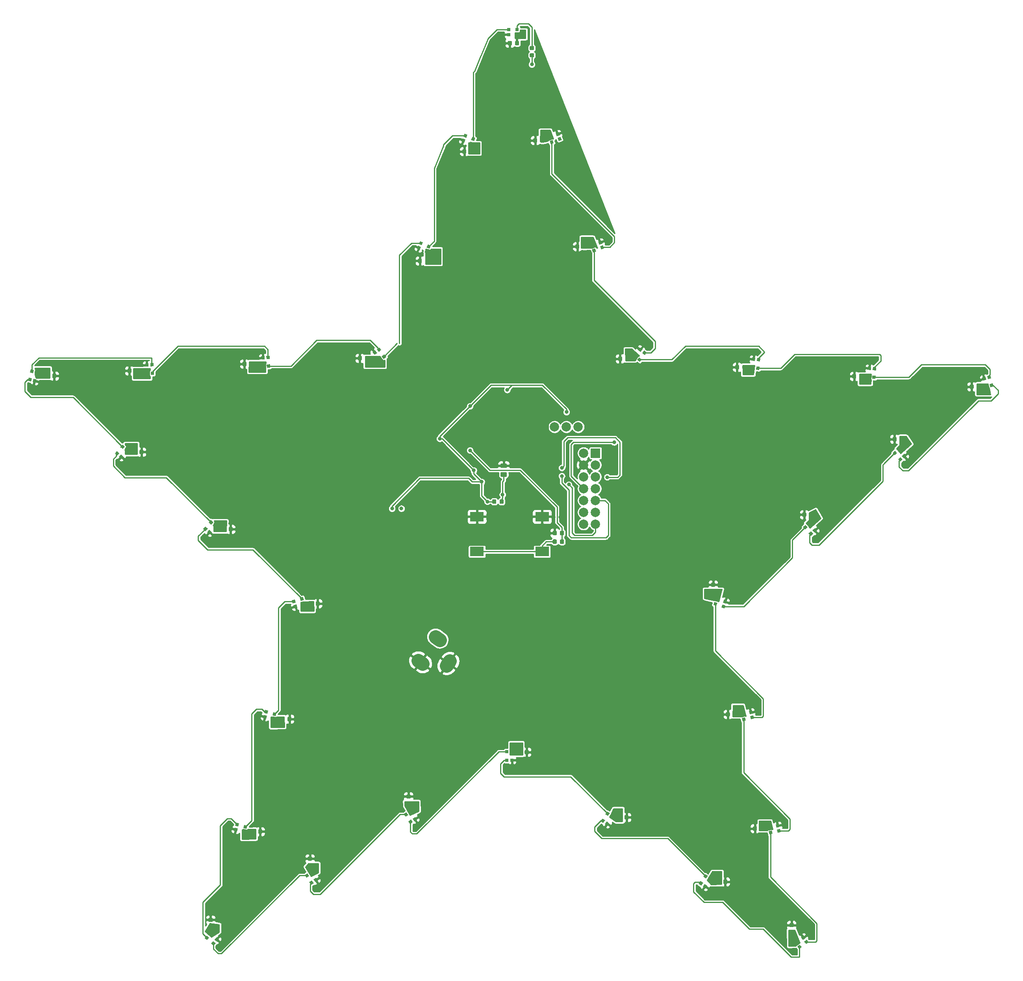
<source format=gbr>
G04 #@! TF.GenerationSoftware,KiCad,Pcbnew,(5.1.5)-3*
G04 #@! TF.CreationDate,2020-04-30T20:14:28+02:00*
G04 #@! TF.ProjectId,5-pointed-Star,352d706f-696e-4746-9564-2d537461722e,rev?*
G04 #@! TF.SameCoordinates,Original*
G04 #@! TF.FileFunction,Copper,L1,Top*
G04 #@! TF.FilePolarity,Positive*
%FSLAX46Y46*%
G04 Gerber Fmt 4.6, Leading zero omitted, Abs format (unit mm)*
G04 Created by KiCad (PCBNEW (5.1.5)-3) date 2020-04-30 20:14:28*
%MOMM*%
%LPD*%
G04 APERTURE LIST*
%ADD10C,2.000000*%
%ADD11R,2.000000X2.000000*%
%ADD12C,3.000000*%
%ADD13C,0.100000*%
%ADD14R,0.700000X0.700000*%
%ADD15R,3.000000X2.000000*%
%ADD16C,0.800000*%
%ADD17C,0.250000*%
%ADD18C,0.500000*%
%ADD19C,0.254000*%
G04 APERTURE END LIST*
D10*
X225880000Y-132990000D03*
X225880000Y-138070000D03*
X225880000Y-135530000D03*
X225880000Y-140610000D03*
X225880000Y-143150000D03*
X225880000Y-145690000D03*
X225880000Y-148230000D03*
X228420000Y-148230000D03*
X228420000Y-145690000D03*
X228420000Y-143150000D03*
X228420000Y-140610000D03*
X228420000Y-138070000D03*
X228420000Y-135530000D03*
D11*
X228420000Y-132990000D03*
D10*
X219630000Y-127340000D03*
X222170000Y-127340000D03*
X224710000Y-127340000D03*
D12*
X197113294Y-177676670D02*
X196407952Y-178647490D01*
X191261257Y-178245580D02*
X190290437Y-177540238D01*
X194964304Y-173148773D02*
X193993484Y-172443431D01*
G04 #@! TA.AperFunction,SMDPad,CuDef*
D13*
G36*
X215692691Y-65356053D02*
G01*
X215713926Y-65359203D01*
X215734750Y-65364419D01*
X215754962Y-65371651D01*
X215774368Y-65380830D01*
X215792781Y-65391866D01*
X215810024Y-65404654D01*
X215825930Y-65419070D01*
X215840346Y-65434976D01*
X215853134Y-65452219D01*
X215864170Y-65470632D01*
X215873349Y-65490038D01*
X215880581Y-65510250D01*
X215885797Y-65531074D01*
X215888947Y-65552309D01*
X215890000Y-65573750D01*
X215890000Y-66086250D01*
X215888947Y-66107691D01*
X215885797Y-66128926D01*
X215880581Y-66149750D01*
X215873349Y-66169962D01*
X215864170Y-66189368D01*
X215853134Y-66207781D01*
X215840346Y-66225024D01*
X215825930Y-66240930D01*
X215810024Y-66255346D01*
X215792781Y-66268134D01*
X215774368Y-66279170D01*
X215754962Y-66288349D01*
X215734750Y-66295581D01*
X215713926Y-66300797D01*
X215692691Y-66303947D01*
X215671250Y-66305000D01*
X215233750Y-66305000D01*
X215212309Y-66303947D01*
X215191074Y-66300797D01*
X215170250Y-66295581D01*
X215150038Y-66288349D01*
X215130632Y-66279170D01*
X215112219Y-66268134D01*
X215094976Y-66255346D01*
X215079070Y-66240930D01*
X215064654Y-66225024D01*
X215051866Y-66207781D01*
X215040830Y-66189368D01*
X215031651Y-66169962D01*
X215024419Y-66149750D01*
X215019203Y-66128926D01*
X215016053Y-66107691D01*
X215015000Y-66086250D01*
X215015000Y-65573750D01*
X215016053Y-65552309D01*
X215019203Y-65531074D01*
X215024419Y-65510250D01*
X215031651Y-65490038D01*
X215040830Y-65470632D01*
X215051866Y-65452219D01*
X215064654Y-65434976D01*
X215079070Y-65419070D01*
X215094976Y-65404654D01*
X215112219Y-65391866D01*
X215130632Y-65380830D01*
X215150038Y-65371651D01*
X215170250Y-65364419D01*
X215191074Y-65359203D01*
X215212309Y-65356053D01*
X215233750Y-65355000D01*
X215671250Y-65355000D01*
X215692691Y-65356053D01*
G37*
G04 #@! TD.AperFunction*
G04 #@! TA.AperFunction,SMDPad,CuDef*
G36*
X217267691Y-65356053D02*
G01*
X217288926Y-65359203D01*
X217309750Y-65364419D01*
X217329962Y-65371651D01*
X217349368Y-65380830D01*
X217367781Y-65391866D01*
X217385024Y-65404654D01*
X217400930Y-65419070D01*
X217415346Y-65434976D01*
X217428134Y-65452219D01*
X217439170Y-65470632D01*
X217448349Y-65490038D01*
X217455581Y-65510250D01*
X217460797Y-65531074D01*
X217463947Y-65552309D01*
X217465000Y-65573750D01*
X217465000Y-66086250D01*
X217463947Y-66107691D01*
X217460797Y-66128926D01*
X217455581Y-66149750D01*
X217448349Y-66169962D01*
X217439170Y-66189368D01*
X217428134Y-66207781D01*
X217415346Y-66225024D01*
X217400930Y-66240930D01*
X217385024Y-66255346D01*
X217367781Y-66268134D01*
X217349368Y-66279170D01*
X217329962Y-66288349D01*
X217309750Y-66295581D01*
X217288926Y-66300797D01*
X217267691Y-66303947D01*
X217246250Y-66305000D01*
X216808750Y-66305000D01*
X216787309Y-66303947D01*
X216766074Y-66300797D01*
X216745250Y-66295581D01*
X216725038Y-66288349D01*
X216705632Y-66279170D01*
X216687219Y-66268134D01*
X216669976Y-66255346D01*
X216654070Y-66240930D01*
X216639654Y-66225024D01*
X216626866Y-66207781D01*
X216615830Y-66189368D01*
X216606651Y-66169962D01*
X216599419Y-66149750D01*
X216594203Y-66128926D01*
X216591053Y-66107691D01*
X216590000Y-66086250D01*
X216590000Y-65573750D01*
X216591053Y-65552309D01*
X216594203Y-65531074D01*
X216599419Y-65510250D01*
X216606651Y-65490038D01*
X216615830Y-65470632D01*
X216626866Y-65452219D01*
X216639654Y-65434976D01*
X216654070Y-65419070D01*
X216669976Y-65404654D01*
X216687219Y-65391866D01*
X216705632Y-65380830D01*
X216725038Y-65371651D01*
X216745250Y-65364419D01*
X216766074Y-65359203D01*
X216787309Y-65356053D01*
X216808750Y-65355000D01*
X217246250Y-65355000D01*
X217267691Y-65356053D01*
G37*
G04 #@! TD.AperFunction*
G04 #@! TA.AperFunction,SMDPad,CuDef*
G36*
X224752691Y-88136053D02*
G01*
X224773926Y-88139203D01*
X224794750Y-88144419D01*
X224814962Y-88151651D01*
X224834368Y-88160830D01*
X224852781Y-88171866D01*
X224870024Y-88184654D01*
X224885930Y-88199070D01*
X224900346Y-88214976D01*
X224913134Y-88232219D01*
X224924170Y-88250632D01*
X224933349Y-88270038D01*
X224940581Y-88290250D01*
X224945797Y-88311074D01*
X224948947Y-88332309D01*
X224950000Y-88353750D01*
X224950000Y-88866250D01*
X224948947Y-88887691D01*
X224945797Y-88908926D01*
X224940581Y-88929750D01*
X224933349Y-88949962D01*
X224924170Y-88969368D01*
X224913134Y-88987781D01*
X224900346Y-89005024D01*
X224885930Y-89020930D01*
X224870024Y-89035346D01*
X224852781Y-89048134D01*
X224834368Y-89059170D01*
X224814962Y-89068349D01*
X224794750Y-89075581D01*
X224773926Y-89080797D01*
X224752691Y-89083947D01*
X224731250Y-89085000D01*
X224293750Y-89085000D01*
X224272309Y-89083947D01*
X224251074Y-89080797D01*
X224230250Y-89075581D01*
X224210038Y-89068349D01*
X224190632Y-89059170D01*
X224172219Y-89048134D01*
X224154976Y-89035346D01*
X224139070Y-89020930D01*
X224124654Y-89005024D01*
X224111866Y-88987781D01*
X224100830Y-88969368D01*
X224091651Y-88949962D01*
X224084419Y-88929750D01*
X224079203Y-88908926D01*
X224076053Y-88887691D01*
X224075000Y-88866250D01*
X224075000Y-88353750D01*
X224076053Y-88332309D01*
X224079203Y-88311074D01*
X224084419Y-88290250D01*
X224091651Y-88270038D01*
X224100830Y-88250632D01*
X224111866Y-88232219D01*
X224124654Y-88214976D01*
X224139070Y-88199070D01*
X224154976Y-88184654D01*
X224172219Y-88171866D01*
X224190632Y-88160830D01*
X224210038Y-88151651D01*
X224230250Y-88144419D01*
X224251074Y-88139203D01*
X224272309Y-88136053D01*
X224293750Y-88135000D01*
X224731250Y-88135000D01*
X224752691Y-88136053D01*
G37*
G04 #@! TD.AperFunction*
G04 #@! TA.AperFunction,SMDPad,CuDef*
G36*
X226327691Y-88136053D02*
G01*
X226348926Y-88139203D01*
X226369750Y-88144419D01*
X226389962Y-88151651D01*
X226409368Y-88160830D01*
X226427781Y-88171866D01*
X226445024Y-88184654D01*
X226460930Y-88199070D01*
X226475346Y-88214976D01*
X226488134Y-88232219D01*
X226499170Y-88250632D01*
X226508349Y-88270038D01*
X226515581Y-88290250D01*
X226520797Y-88311074D01*
X226523947Y-88332309D01*
X226525000Y-88353750D01*
X226525000Y-88866250D01*
X226523947Y-88887691D01*
X226520797Y-88908926D01*
X226515581Y-88929750D01*
X226508349Y-88949962D01*
X226499170Y-88969368D01*
X226488134Y-88987781D01*
X226475346Y-89005024D01*
X226460930Y-89020930D01*
X226445024Y-89035346D01*
X226427781Y-89048134D01*
X226409368Y-89059170D01*
X226389962Y-89068349D01*
X226369750Y-89075581D01*
X226348926Y-89080797D01*
X226327691Y-89083947D01*
X226306250Y-89085000D01*
X225868750Y-89085000D01*
X225847309Y-89083947D01*
X225826074Y-89080797D01*
X225805250Y-89075581D01*
X225785038Y-89068349D01*
X225765632Y-89059170D01*
X225747219Y-89048134D01*
X225729976Y-89035346D01*
X225714070Y-89020930D01*
X225699654Y-89005024D01*
X225686866Y-88987781D01*
X225675830Y-88969368D01*
X225666651Y-88949962D01*
X225659419Y-88929750D01*
X225654203Y-88908926D01*
X225651053Y-88887691D01*
X225650000Y-88866250D01*
X225650000Y-88353750D01*
X225651053Y-88332309D01*
X225654203Y-88311074D01*
X225659419Y-88290250D01*
X225666651Y-88270038D01*
X225675830Y-88250632D01*
X225686866Y-88232219D01*
X225699654Y-88214976D01*
X225714070Y-88199070D01*
X225729976Y-88184654D01*
X225747219Y-88171866D01*
X225765632Y-88160830D01*
X225785038Y-88151651D01*
X225805250Y-88144419D01*
X225826074Y-88139203D01*
X225847309Y-88136053D01*
X225868750Y-88135000D01*
X226306250Y-88135000D01*
X226327691Y-88136053D01*
G37*
G04 #@! TD.AperFunction*
G04 #@! TA.AperFunction,SMDPad,CuDef*
G36*
X233962691Y-112256053D02*
G01*
X233983926Y-112259203D01*
X234004750Y-112264419D01*
X234024962Y-112271651D01*
X234044368Y-112280830D01*
X234062781Y-112291866D01*
X234080024Y-112304654D01*
X234095930Y-112319070D01*
X234110346Y-112334976D01*
X234123134Y-112352219D01*
X234134170Y-112370632D01*
X234143349Y-112390038D01*
X234150581Y-112410250D01*
X234155797Y-112431074D01*
X234158947Y-112452309D01*
X234160000Y-112473750D01*
X234160000Y-112986250D01*
X234158947Y-113007691D01*
X234155797Y-113028926D01*
X234150581Y-113049750D01*
X234143349Y-113069962D01*
X234134170Y-113089368D01*
X234123134Y-113107781D01*
X234110346Y-113125024D01*
X234095930Y-113140930D01*
X234080024Y-113155346D01*
X234062781Y-113168134D01*
X234044368Y-113179170D01*
X234024962Y-113188349D01*
X234004750Y-113195581D01*
X233983926Y-113200797D01*
X233962691Y-113203947D01*
X233941250Y-113205000D01*
X233503750Y-113205000D01*
X233482309Y-113203947D01*
X233461074Y-113200797D01*
X233440250Y-113195581D01*
X233420038Y-113188349D01*
X233400632Y-113179170D01*
X233382219Y-113168134D01*
X233364976Y-113155346D01*
X233349070Y-113140930D01*
X233334654Y-113125024D01*
X233321866Y-113107781D01*
X233310830Y-113089368D01*
X233301651Y-113069962D01*
X233294419Y-113049750D01*
X233289203Y-113028926D01*
X233286053Y-113007691D01*
X233285000Y-112986250D01*
X233285000Y-112473750D01*
X233286053Y-112452309D01*
X233289203Y-112431074D01*
X233294419Y-112410250D01*
X233301651Y-112390038D01*
X233310830Y-112370632D01*
X233321866Y-112352219D01*
X233334654Y-112334976D01*
X233349070Y-112319070D01*
X233364976Y-112304654D01*
X233382219Y-112291866D01*
X233400632Y-112280830D01*
X233420038Y-112271651D01*
X233440250Y-112264419D01*
X233461074Y-112259203D01*
X233482309Y-112256053D01*
X233503750Y-112255000D01*
X233941250Y-112255000D01*
X233962691Y-112256053D01*
G37*
G04 #@! TD.AperFunction*
G04 #@! TA.AperFunction,SMDPad,CuDef*
G36*
X235537691Y-112256053D02*
G01*
X235558926Y-112259203D01*
X235579750Y-112264419D01*
X235599962Y-112271651D01*
X235619368Y-112280830D01*
X235637781Y-112291866D01*
X235655024Y-112304654D01*
X235670930Y-112319070D01*
X235685346Y-112334976D01*
X235698134Y-112352219D01*
X235709170Y-112370632D01*
X235718349Y-112390038D01*
X235725581Y-112410250D01*
X235730797Y-112431074D01*
X235733947Y-112452309D01*
X235735000Y-112473750D01*
X235735000Y-112986250D01*
X235733947Y-113007691D01*
X235730797Y-113028926D01*
X235725581Y-113049750D01*
X235718349Y-113069962D01*
X235709170Y-113089368D01*
X235698134Y-113107781D01*
X235685346Y-113125024D01*
X235670930Y-113140930D01*
X235655024Y-113155346D01*
X235637781Y-113168134D01*
X235619368Y-113179170D01*
X235599962Y-113188349D01*
X235579750Y-113195581D01*
X235558926Y-113200797D01*
X235537691Y-113203947D01*
X235516250Y-113205000D01*
X235078750Y-113205000D01*
X235057309Y-113203947D01*
X235036074Y-113200797D01*
X235015250Y-113195581D01*
X234995038Y-113188349D01*
X234975632Y-113179170D01*
X234957219Y-113168134D01*
X234939976Y-113155346D01*
X234924070Y-113140930D01*
X234909654Y-113125024D01*
X234896866Y-113107781D01*
X234885830Y-113089368D01*
X234876651Y-113069962D01*
X234869419Y-113049750D01*
X234864203Y-113028926D01*
X234861053Y-113007691D01*
X234860000Y-112986250D01*
X234860000Y-112473750D01*
X234861053Y-112452309D01*
X234864203Y-112431074D01*
X234869419Y-112410250D01*
X234876651Y-112390038D01*
X234885830Y-112370632D01*
X234896866Y-112352219D01*
X234909654Y-112334976D01*
X234924070Y-112319070D01*
X234939976Y-112304654D01*
X234957219Y-112291866D01*
X234975632Y-112280830D01*
X234995038Y-112271651D01*
X235015250Y-112264419D01*
X235036074Y-112259203D01*
X235057309Y-112256053D01*
X235078750Y-112255000D01*
X235516250Y-112255000D01*
X235537691Y-112256053D01*
G37*
G04 #@! TD.AperFunction*
G04 #@! TA.AperFunction,SMDPad,CuDef*
G36*
X259122691Y-114046053D02*
G01*
X259143926Y-114049203D01*
X259164750Y-114054419D01*
X259184962Y-114061651D01*
X259204368Y-114070830D01*
X259222781Y-114081866D01*
X259240024Y-114094654D01*
X259255930Y-114109070D01*
X259270346Y-114124976D01*
X259283134Y-114142219D01*
X259294170Y-114160632D01*
X259303349Y-114180038D01*
X259310581Y-114200250D01*
X259315797Y-114221074D01*
X259318947Y-114242309D01*
X259320000Y-114263750D01*
X259320000Y-114776250D01*
X259318947Y-114797691D01*
X259315797Y-114818926D01*
X259310581Y-114839750D01*
X259303349Y-114859962D01*
X259294170Y-114879368D01*
X259283134Y-114897781D01*
X259270346Y-114915024D01*
X259255930Y-114930930D01*
X259240024Y-114945346D01*
X259222781Y-114958134D01*
X259204368Y-114969170D01*
X259184962Y-114978349D01*
X259164750Y-114985581D01*
X259143926Y-114990797D01*
X259122691Y-114993947D01*
X259101250Y-114995000D01*
X258663750Y-114995000D01*
X258642309Y-114993947D01*
X258621074Y-114990797D01*
X258600250Y-114985581D01*
X258580038Y-114978349D01*
X258560632Y-114969170D01*
X258542219Y-114958134D01*
X258524976Y-114945346D01*
X258509070Y-114930930D01*
X258494654Y-114915024D01*
X258481866Y-114897781D01*
X258470830Y-114879368D01*
X258461651Y-114859962D01*
X258454419Y-114839750D01*
X258449203Y-114818926D01*
X258446053Y-114797691D01*
X258445000Y-114776250D01*
X258445000Y-114263750D01*
X258446053Y-114242309D01*
X258449203Y-114221074D01*
X258454419Y-114200250D01*
X258461651Y-114180038D01*
X258470830Y-114160632D01*
X258481866Y-114142219D01*
X258494654Y-114124976D01*
X258509070Y-114109070D01*
X258524976Y-114094654D01*
X258542219Y-114081866D01*
X258560632Y-114070830D01*
X258580038Y-114061651D01*
X258600250Y-114054419D01*
X258621074Y-114049203D01*
X258642309Y-114046053D01*
X258663750Y-114045000D01*
X259101250Y-114045000D01*
X259122691Y-114046053D01*
G37*
G04 #@! TD.AperFunction*
G04 #@! TA.AperFunction,SMDPad,CuDef*
G36*
X260697691Y-114046053D02*
G01*
X260718926Y-114049203D01*
X260739750Y-114054419D01*
X260759962Y-114061651D01*
X260779368Y-114070830D01*
X260797781Y-114081866D01*
X260815024Y-114094654D01*
X260830930Y-114109070D01*
X260845346Y-114124976D01*
X260858134Y-114142219D01*
X260869170Y-114160632D01*
X260878349Y-114180038D01*
X260885581Y-114200250D01*
X260890797Y-114221074D01*
X260893947Y-114242309D01*
X260895000Y-114263750D01*
X260895000Y-114776250D01*
X260893947Y-114797691D01*
X260890797Y-114818926D01*
X260885581Y-114839750D01*
X260878349Y-114859962D01*
X260869170Y-114879368D01*
X260858134Y-114897781D01*
X260845346Y-114915024D01*
X260830930Y-114930930D01*
X260815024Y-114945346D01*
X260797781Y-114958134D01*
X260779368Y-114969170D01*
X260759962Y-114978349D01*
X260739750Y-114985581D01*
X260718926Y-114990797D01*
X260697691Y-114993947D01*
X260676250Y-114995000D01*
X260238750Y-114995000D01*
X260217309Y-114993947D01*
X260196074Y-114990797D01*
X260175250Y-114985581D01*
X260155038Y-114978349D01*
X260135632Y-114969170D01*
X260117219Y-114958134D01*
X260099976Y-114945346D01*
X260084070Y-114930930D01*
X260069654Y-114915024D01*
X260056866Y-114897781D01*
X260045830Y-114879368D01*
X260036651Y-114859962D01*
X260029419Y-114839750D01*
X260024203Y-114818926D01*
X260021053Y-114797691D01*
X260020000Y-114776250D01*
X260020000Y-114263750D01*
X260021053Y-114242309D01*
X260024203Y-114221074D01*
X260029419Y-114200250D01*
X260036651Y-114180038D01*
X260045830Y-114160632D01*
X260056866Y-114142219D01*
X260069654Y-114124976D01*
X260084070Y-114109070D01*
X260099976Y-114094654D01*
X260117219Y-114081866D01*
X260135632Y-114070830D01*
X260155038Y-114061651D01*
X260175250Y-114054419D01*
X260196074Y-114049203D01*
X260217309Y-114046053D01*
X260238750Y-114045000D01*
X260676250Y-114045000D01*
X260697691Y-114046053D01*
G37*
G04 #@! TD.AperFunction*
G04 #@! TA.AperFunction,SMDPad,CuDef*
G36*
X284292691Y-116006053D02*
G01*
X284313926Y-116009203D01*
X284334750Y-116014419D01*
X284354962Y-116021651D01*
X284374368Y-116030830D01*
X284392781Y-116041866D01*
X284410024Y-116054654D01*
X284425930Y-116069070D01*
X284440346Y-116084976D01*
X284453134Y-116102219D01*
X284464170Y-116120632D01*
X284473349Y-116140038D01*
X284480581Y-116160250D01*
X284485797Y-116181074D01*
X284488947Y-116202309D01*
X284490000Y-116223750D01*
X284490000Y-116736250D01*
X284488947Y-116757691D01*
X284485797Y-116778926D01*
X284480581Y-116799750D01*
X284473349Y-116819962D01*
X284464170Y-116839368D01*
X284453134Y-116857781D01*
X284440346Y-116875024D01*
X284425930Y-116890930D01*
X284410024Y-116905346D01*
X284392781Y-116918134D01*
X284374368Y-116929170D01*
X284354962Y-116938349D01*
X284334750Y-116945581D01*
X284313926Y-116950797D01*
X284292691Y-116953947D01*
X284271250Y-116955000D01*
X283833750Y-116955000D01*
X283812309Y-116953947D01*
X283791074Y-116950797D01*
X283770250Y-116945581D01*
X283750038Y-116938349D01*
X283730632Y-116929170D01*
X283712219Y-116918134D01*
X283694976Y-116905346D01*
X283679070Y-116890930D01*
X283664654Y-116875024D01*
X283651866Y-116857781D01*
X283640830Y-116839368D01*
X283631651Y-116819962D01*
X283624419Y-116799750D01*
X283619203Y-116778926D01*
X283616053Y-116757691D01*
X283615000Y-116736250D01*
X283615000Y-116223750D01*
X283616053Y-116202309D01*
X283619203Y-116181074D01*
X283624419Y-116160250D01*
X283631651Y-116140038D01*
X283640830Y-116120632D01*
X283651866Y-116102219D01*
X283664654Y-116084976D01*
X283679070Y-116069070D01*
X283694976Y-116054654D01*
X283712219Y-116041866D01*
X283730632Y-116030830D01*
X283750038Y-116021651D01*
X283770250Y-116014419D01*
X283791074Y-116009203D01*
X283812309Y-116006053D01*
X283833750Y-116005000D01*
X284271250Y-116005000D01*
X284292691Y-116006053D01*
G37*
G04 #@! TD.AperFunction*
G04 #@! TA.AperFunction,SMDPad,CuDef*
G36*
X285867691Y-116006053D02*
G01*
X285888926Y-116009203D01*
X285909750Y-116014419D01*
X285929962Y-116021651D01*
X285949368Y-116030830D01*
X285967781Y-116041866D01*
X285985024Y-116054654D01*
X286000930Y-116069070D01*
X286015346Y-116084976D01*
X286028134Y-116102219D01*
X286039170Y-116120632D01*
X286048349Y-116140038D01*
X286055581Y-116160250D01*
X286060797Y-116181074D01*
X286063947Y-116202309D01*
X286065000Y-116223750D01*
X286065000Y-116736250D01*
X286063947Y-116757691D01*
X286060797Y-116778926D01*
X286055581Y-116799750D01*
X286048349Y-116819962D01*
X286039170Y-116839368D01*
X286028134Y-116857781D01*
X286015346Y-116875024D01*
X286000930Y-116890930D01*
X285985024Y-116905346D01*
X285967781Y-116918134D01*
X285949368Y-116929170D01*
X285929962Y-116938349D01*
X285909750Y-116945581D01*
X285888926Y-116950797D01*
X285867691Y-116953947D01*
X285846250Y-116955000D01*
X285408750Y-116955000D01*
X285387309Y-116953947D01*
X285366074Y-116950797D01*
X285345250Y-116945581D01*
X285325038Y-116938349D01*
X285305632Y-116929170D01*
X285287219Y-116918134D01*
X285269976Y-116905346D01*
X285254070Y-116890930D01*
X285239654Y-116875024D01*
X285226866Y-116857781D01*
X285215830Y-116839368D01*
X285206651Y-116819962D01*
X285199419Y-116799750D01*
X285194203Y-116778926D01*
X285191053Y-116757691D01*
X285190000Y-116736250D01*
X285190000Y-116223750D01*
X285191053Y-116202309D01*
X285194203Y-116181074D01*
X285199419Y-116160250D01*
X285206651Y-116140038D01*
X285215830Y-116120632D01*
X285226866Y-116102219D01*
X285239654Y-116084976D01*
X285254070Y-116069070D01*
X285269976Y-116054654D01*
X285287219Y-116041866D01*
X285305632Y-116030830D01*
X285325038Y-116021651D01*
X285345250Y-116014419D01*
X285366074Y-116009203D01*
X285387309Y-116006053D01*
X285408750Y-116005000D01*
X285846250Y-116005000D01*
X285867691Y-116006053D01*
G37*
G04 #@! TD.AperFunction*
G04 #@! TA.AperFunction,SMDPad,CuDef*
G36*
X309552691Y-118256053D02*
G01*
X309573926Y-118259203D01*
X309594750Y-118264419D01*
X309614962Y-118271651D01*
X309634368Y-118280830D01*
X309652781Y-118291866D01*
X309670024Y-118304654D01*
X309685930Y-118319070D01*
X309700346Y-118334976D01*
X309713134Y-118352219D01*
X309724170Y-118370632D01*
X309733349Y-118390038D01*
X309740581Y-118410250D01*
X309745797Y-118431074D01*
X309748947Y-118452309D01*
X309750000Y-118473750D01*
X309750000Y-118986250D01*
X309748947Y-119007691D01*
X309745797Y-119028926D01*
X309740581Y-119049750D01*
X309733349Y-119069962D01*
X309724170Y-119089368D01*
X309713134Y-119107781D01*
X309700346Y-119125024D01*
X309685930Y-119140930D01*
X309670024Y-119155346D01*
X309652781Y-119168134D01*
X309634368Y-119179170D01*
X309614962Y-119188349D01*
X309594750Y-119195581D01*
X309573926Y-119200797D01*
X309552691Y-119203947D01*
X309531250Y-119205000D01*
X309093750Y-119205000D01*
X309072309Y-119203947D01*
X309051074Y-119200797D01*
X309030250Y-119195581D01*
X309010038Y-119188349D01*
X308990632Y-119179170D01*
X308972219Y-119168134D01*
X308954976Y-119155346D01*
X308939070Y-119140930D01*
X308924654Y-119125024D01*
X308911866Y-119107781D01*
X308900830Y-119089368D01*
X308891651Y-119069962D01*
X308884419Y-119049750D01*
X308879203Y-119028926D01*
X308876053Y-119007691D01*
X308875000Y-118986250D01*
X308875000Y-118473750D01*
X308876053Y-118452309D01*
X308879203Y-118431074D01*
X308884419Y-118410250D01*
X308891651Y-118390038D01*
X308900830Y-118370632D01*
X308911866Y-118352219D01*
X308924654Y-118334976D01*
X308939070Y-118319070D01*
X308954976Y-118304654D01*
X308972219Y-118291866D01*
X308990632Y-118280830D01*
X309010038Y-118271651D01*
X309030250Y-118264419D01*
X309051074Y-118259203D01*
X309072309Y-118256053D01*
X309093750Y-118255000D01*
X309531250Y-118255000D01*
X309552691Y-118256053D01*
G37*
G04 #@! TD.AperFunction*
G04 #@! TA.AperFunction,SMDPad,CuDef*
G36*
X311127691Y-118256053D02*
G01*
X311148926Y-118259203D01*
X311169750Y-118264419D01*
X311189962Y-118271651D01*
X311209368Y-118280830D01*
X311227781Y-118291866D01*
X311245024Y-118304654D01*
X311260930Y-118319070D01*
X311275346Y-118334976D01*
X311288134Y-118352219D01*
X311299170Y-118370632D01*
X311308349Y-118390038D01*
X311315581Y-118410250D01*
X311320797Y-118431074D01*
X311323947Y-118452309D01*
X311325000Y-118473750D01*
X311325000Y-118986250D01*
X311323947Y-119007691D01*
X311320797Y-119028926D01*
X311315581Y-119049750D01*
X311308349Y-119069962D01*
X311299170Y-119089368D01*
X311288134Y-119107781D01*
X311275346Y-119125024D01*
X311260930Y-119140930D01*
X311245024Y-119155346D01*
X311227781Y-119168134D01*
X311209368Y-119179170D01*
X311189962Y-119188349D01*
X311169750Y-119195581D01*
X311148926Y-119200797D01*
X311127691Y-119203947D01*
X311106250Y-119205000D01*
X310668750Y-119205000D01*
X310647309Y-119203947D01*
X310626074Y-119200797D01*
X310605250Y-119195581D01*
X310585038Y-119188349D01*
X310565632Y-119179170D01*
X310547219Y-119168134D01*
X310529976Y-119155346D01*
X310514070Y-119140930D01*
X310499654Y-119125024D01*
X310486866Y-119107781D01*
X310475830Y-119089368D01*
X310466651Y-119069962D01*
X310459419Y-119049750D01*
X310454203Y-119028926D01*
X310451053Y-119007691D01*
X310450000Y-118986250D01*
X310450000Y-118473750D01*
X310451053Y-118452309D01*
X310454203Y-118431074D01*
X310459419Y-118410250D01*
X310466651Y-118390038D01*
X310475830Y-118370632D01*
X310486866Y-118352219D01*
X310499654Y-118334976D01*
X310514070Y-118319070D01*
X310529976Y-118304654D01*
X310547219Y-118291866D01*
X310565632Y-118280830D01*
X310585038Y-118271651D01*
X310605250Y-118264419D01*
X310626074Y-118259203D01*
X310647309Y-118256053D01*
X310668750Y-118255000D01*
X311106250Y-118255000D01*
X311127691Y-118256053D01*
G37*
G04 #@! TD.AperFunction*
G04 #@! TA.AperFunction,SMDPad,CuDef*
G36*
X292972691Y-129516053D02*
G01*
X292993926Y-129519203D01*
X293014750Y-129524419D01*
X293034962Y-129531651D01*
X293054368Y-129540830D01*
X293072781Y-129551866D01*
X293090024Y-129564654D01*
X293105930Y-129579070D01*
X293120346Y-129594976D01*
X293133134Y-129612219D01*
X293144170Y-129630632D01*
X293153349Y-129650038D01*
X293160581Y-129670250D01*
X293165797Y-129691074D01*
X293168947Y-129712309D01*
X293170000Y-129733750D01*
X293170000Y-130246250D01*
X293168947Y-130267691D01*
X293165797Y-130288926D01*
X293160581Y-130309750D01*
X293153349Y-130329962D01*
X293144170Y-130349368D01*
X293133134Y-130367781D01*
X293120346Y-130385024D01*
X293105930Y-130400930D01*
X293090024Y-130415346D01*
X293072781Y-130428134D01*
X293054368Y-130439170D01*
X293034962Y-130448349D01*
X293014750Y-130455581D01*
X292993926Y-130460797D01*
X292972691Y-130463947D01*
X292951250Y-130465000D01*
X292513750Y-130465000D01*
X292492309Y-130463947D01*
X292471074Y-130460797D01*
X292450250Y-130455581D01*
X292430038Y-130448349D01*
X292410632Y-130439170D01*
X292392219Y-130428134D01*
X292374976Y-130415346D01*
X292359070Y-130400930D01*
X292344654Y-130385024D01*
X292331866Y-130367781D01*
X292320830Y-130349368D01*
X292311651Y-130329962D01*
X292304419Y-130309750D01*
X292299203Y-130288926D01*
X292296053Y-130267691D01*
X292295000Y-130246250D01*
X292295000Y-129733750D01*
X292296053Y-129712309D01*
X292299203Y-129691074D01*
X292304419Y-129670250D01*
X292311651Y-129650038D01*
X292320830Y-129630632D01*
X292331866Y-129612219D01*
X292344654Y-129594976D01*
X292359070Y-129579070D01*
X292374976Y-129564654D01*
X292392219Y-129551866D01*
X292410632Y-129540830D01*
X292430038Y-129531651D01*
X292450250Y-129524419D01*
X292471074Y-129519203D01*
X292492309Y-129516053D01*
X292513750Y-129515000D01*
X292951250Y-129515000D01*
X292972691Y-129516053D01*
G37*
G04 #@! TD.AperFunction*
G04 #@! TA.AperFunction,SMDPad,CuDef*
G36*
X294547691Y-129516053D02*
G01*
X294568926Y-129519203D01*
X294589750Y-129524419D01*
X294609962Y-129531651D01*
X294629368Y-129540830D01*
X294647781Y-129551866D01*
X294665024Y-129564654D01*
X294680930Y-129579070D01*
X294695346Y-129594976D01*
X294708134Y-129612219D01*
X294719170Y-129630632D01*
X294728349Y-129650038D01*
X294735581Y-129670250D01*
X294740797Y-129691074D01*
X294743947Y-129712309D01*
X294745000Y-129733750D01*
X294745000Y-130246250D01*
X294743947Y-130267691D01*
X294740797Y-130288926D01*
X294735581Y-130309750D01*
X294728349Y-130329962D01*
X294719170Y-130349368D01*
X294708134Y-130367781D01*
X294695346Y-130385024D01*
X294680930Y-130400930D01*
X294665024Y-130415346D01*
X294647781Y-130428134D01*
X294629368Y-130439170D01*
X294609962Y-130448349D01*
X294589750Y-130455581D01*
X294568926Y-130460797D01*
X294547691Y-130463947D01*
X294526250Y-130465000D01*
X294088750Y-130465000D01*
X294067309Y-130463947D01*
X294046074Y-130460797D01*
X294025250Y-130455581D01*
X294005038Y-130448349D01*
X293985632Y-130439170D01*
X293967219Y-130428134D01*
X293949976Y-130415346D01*
X293934070Y-130400930D01*
X293919654Y-130385024D01*
X293906866Y-130367781D01*
X293895830Y-130349368D01*
X293886651Y-130329962D01*
X293879419Y-130309750D01*
X293874203Y-130288926D01*
X293871053Y-130267691D01*
X293870000Y-130246250D01*
X293870000Y-129733750D01*
X293871053Y-129712309D01*
X293874203Y-129691074D01*
X293879419Y-129670250D01*
X293886651Y-129650038D01*
X293895830Y-129630632D01*
X293906866Y-129612219D01*
X293919654Y-129594976D01*
X293934070Y-129579070D01*
X293949976Y-129564654D01*
X293967219Y-129551866D01*
X293985632Y-129540830D01*
X294005038Y-129531651D01*
X294025250Y-129524419D01*
X294046074Y-129519203D01*
X294067309Y-129516053D01*
X294088750Y-129515000D01*
X294526250Y-129515000D01*
X294547691Y-129516053D01*
G37*
G04 #@! TD.AperFunction*
G04 #@! TA.AperFunction,SMDPad,CuDef*
G36*
X273552691Y-145726053D02*
G01*
X273573926Y-145729203D01*
X273594750Y-145734419D01*
X273614962Y-145741651D01*
X273634368Y-145750830D01*
X273652781Y-145761866D01*
X273670024Y-145774654D01*
X273685930Y-145789070D01*
X273700346Y-145804976D01*
X273713134Y-145822219D01*
X273724170Y-145840632D01*
X273733349Y-145860038D01*
X273740581Y-145880250D01*
X273745797Y-145901074D01*
X273748947Y-145922309D01*
X273750000Y-145943750D01*
X273750000Y-146456250D01*
X273748947Y-146477691D01*
X273745797Y-146498926D01*
X273740581Y-146519750D01*
X273733349Y-146539962D01*
X273724170Y-146559368D01*
X273713134Y-146577781D01*
X273700346Y-146595024D01*
X273685930Y-146610930D01*
X273670024Y-146625346D01*
X273652781Y-146638134D01*
X273634368Y-146649170D01*
X273614962Y-146658349D01*
X273594750Y-146665581D01*
X273573926Y-146670797D01*
X273552691Y-146673947D01*
X273531250Y-146675000D01*
X273093750Y-146675000D01*
X273072309Y-146673947D01*
X273051074Y-146670797D01*
X273030250Y-146665581D01*
X273010038Y-146658349D01*
X272990632Y-146649170D01*
X272972219Y-146638134D01*
X272954976Y-146625346D01*
X272939070Y-146610930D01*
X272924654Y-146595024D01*
X272911866Y-146577781D01*
X272900830Y-146559368D01*
X272891651Y-146539962D01*
X272884419Y-146519750D01*
X272879203Y-146498926D01*
X272876053Y-146477691D01*
X272875000Y-146456250D01*
X272875000Y-145943750D01*
X272876053Y-145922309D01*
X272879203Y-145901074D01*
X272884419Y-145880250D01*
X272891651Y-145860038D01*
X272900830Y-145840632D01*
X272911866Y-145822219D01*
X272924654Y-145804976D01*
X272939070Y-145789070D01*
X272954976Y-145774654D01*
X272972219Y-145761866D01*
X272990632Y-145750830D01*
X273010038Y-145741651D01*
X273030250Y-145734419D01*
X273051074Y-145729203D01*
X273072309Y-145726053D01*
X273093750Y-145725000D01*
X273531250Y-145725000D01*
X273552691Y-145726053D01*
G37*
G04 #@! TD.AperFunction*
G04 #@! TA.AperFunction,SMDPad,CuDef*
G36*
X275127691Y-145726053D02*
G01*
X275148926Y-145729203D01*
X275169750Y-145734419D01*
X275189962Y-145741651D01*
X275209368Y-145750830D01*
X275227781Y-145761866D01*
X275245024Y-145774654D01*
X275260930Y-145789070D01*
X275275346Y-145804976D01*
X275288134Y-145822219D01*
X275299170Y-145840632D01*
X275308349Y-145860038D01*
X275315581Y-145880250D01*
X275320797Y-145901074D01*
X275323947Y-145922309D01*
X275325000Y-145943750D01*
X275325000Y-146456250D01*
X275323947Y-146477691D01*
X275320797Y-146498926D01*
X275315581Y-146519750D01*
X275308349Y-146539962D01*
X275299170Y-146559368D01*
X275288134Y-146577781D01*
X275275346Y-146595024D01*
X275260930Y-146610930D01*
X275245024Y-146625346D01*
X275227781Y-146638134D01*
X275209368Y-146649170D01*
X275189962Y-146658349D01*
X275169750Y-146665581D01*
X275148926Y-146670797D01*
X275127691Y-146673947D01*
X275106250Y-146675000D01*
X274668750Y-146675000D01*
X274647309Y-146673947D01*
X274626074Y-146670797D01*
X274605250Y-146665581D01*
X274585038Y-146658349D01*
X274565632Y-146649170D01*
X274547219Y-146638134D01*
X274529976Y-146625346D01*
X274514070Y-146610930D01*
X274499654Y-146595024D01*
X274486866Y-146577781D01*
X274475830Y-146559368D01*
X274466651Y-146539962D01*
X274459419Y-146519750D01*
X274454203Y-146498926D01*
X274451053Y-146477691D01*
X274450000Y-146456250D01*
X274450000Y-145943750D01*
X274451053Y-145922309D01*
X274454203Y-145901074D01*
X274459419Y-145880250D01*
X274466651Y-145860038D01*
X274475830Y-145840632D01*
X274486866Y-145822219D01*
X274499654Y-145804976D01*
X274514070Y-145789070D01*
X274529976Y-145774654D01*
X274547219Y-145761866D01*
X274565632Y-145750830D01*
X274585038Y-145741651D01*
X274605250Y-145734419D01*
X274626074Y-145729203D01*
X274647309Y-145726053D01*
X274668750Y-145725000D01*
X275106250Y-145725000D01*
X275127691Y-145726053D01*
G37*
G04 #@! TD.AperFunction*
G04 #@! TA.AperFunction,SMDPad,CuDef*
G36*
X254007691Y-160826053D02*
G01*
X254028926Y-160829203D01*
X254049750Y-160834419D01*
X254069962Y-160841651D01*
X254089368Y-160850830D01*
X254107781Y-160861866D01*
X254125024Y-160874654D01*
X254140930Y-160889070D01*
X254155346Y-160904976D01*
X254168134Y-160922219D01*
X254179170Y-160940632D01*
X254188349Y-160960038D01*
X254195581Y-160980250D01*
X254200797Y-161001074D01*
X254203947Y-161022309D01*
X254205000Y-161043750D01*
X254205000Y-161481250D01*
X254203947Y-161502691D01*
X254200797Y-161523926D01*
X254195581Y-161544750D01*
X254188349Y-161564962D01*
X254179170Y-161584368D01*
X254168134Y-161602781D01*
X254155346Y-161620024D01*
X254140930Y-161635930D01*
X254125024Y-161650346D01*
X254107781Y-161663134D01*
X254089368Y-161674170D01*
X254069962Y-161683349D01*
X254049750Y-161690581D01*
X254028926Y-161695797D01*
X254007691Y-161698947D01*
X253986250Y-161700000D01*
X253473750Y-161700000D01*
X253452309Y-161698947D01*
X253431074Y-161695797D01*
X253410250Y-161690581D01*
X253390038Y-161683349D01*
X253370632Y-161674170D01*
X253352219Y-161663134D01*
X253334976Y-161650346D01*
X253319070Y-161635930D01*
X253304654Y-161620024D01*
X253291866Y-161602781D01*
X253280830Y-161584368D01*
X253271651Y-161564962D01*
X253264419Y-161544750D01*
X253259203Y-161523926D01*
X253256053Y-161502691D01*
X253255000Y-161481250D01*
X253255000Y-161043750D01*
X253256053Y-161022309D01*
X253259203Y-161001074D01*
X253264419Y-160980250D01*
X253271651Y-160960038D01*
X253280830Y-160940632D01*
X253291866Y-160922219D01*
X253304654Y-160904976D01*
X253319070Y-160889070D01*
X253334976Y-160874654D01*
X253352219Y-160861866D01*
X253370632Y-160850830D01*
X253390038Y-160841651D01*
X253410250Y-160834419D01*
X253431074Y-160829203D01*
X253452309Y-160826053D01*
X253473750Y-160825000D01*
X253986250Y-160825000D01*
X254007691Y-160826053D01*
G37*
G04 #@! TD.AperFunction*
G04 #@! TA.AperFunction,SMDPad,CuDef*
G36*
X254007691Y-162401053D02*
G01*
X254028926Y-162404203D01*
X254049750Y-162409419D01*
X254069962Y-162416651D01*
X254089368Y-162425830D01*
X254107781Y-162436866D01*
X254125024Y-162449654D01*
X254140930Y-162464070D01*
X254155346Y-162479976D01*
X254168134Y-162497219D01*
X254179170Y-162515632D01*
X254188349Y-162535038D01*
X254195581Y-162555250D01*
X254200797Y-162576074D01*
X254203947Y-162597309D01*
X254205000Y-162618750D01*
X254205000Y-163056250D01*
X254203947Y-163077691D01*
X254200797Y-163098926D01*
X254195581Y-163119750D01*
X254188349Y-163139962D01*
X254179170Y-163159368D01*
X254168134Y-163177781D01*
X254155346Y-163195024D01*
X254140930Y-163210930D01*
X254125024Y-163225346D01*
X254107781Y-163238134D01*
X254089368Y-163249170D01*
X254069962Y-163258349D01*
X254049750Y-163265581D01*
X254028926Y-163270797D01*
X254007691Y-163273947D01*
X253986250Y-163275000D01*
X253473750Y-163275000D01*
X253452309Y-163273947D01*
X253431074Y-163270797D01*
X253410250Y-163265581D01*
X253390038Y-163258349D01*
X253370632Y-163249170D01*
X253352219Y-163238134D01*
X253334976Y-163225346D01*
X253319070Y-163210930D01*
X253304654Y-163195024D01*
X253291866Y-163177781D01*
X253280830Y-163159368D01*
X253271651Y-163139962D01*
X253264419Y-163119750D01*
X253259203Y-163098926D01*
X253256053Y-163077691D01*
X253255000Y-163056250D01*
X253255000Y-162618750D01*
X253256053Y-162597309D01*
X253259203Y-162576074D01*
X253264419Y-162555250D01*
X253271651Y-162535038D01*
X253280830Y-162515632D01*
X253291866Y-162497219D01*
X253304654Y-162479976D01*
X253319070Y-162464070D01*
X253334976Y-162449654D01*
X253352219Y-162436866D01*
X253370632Y-162425830D01*
X253390038Y-162416651D01*
X253410250Y-162409419D01*
X253431074Y-162404203D01*
X253452309Y-162401053D01*
X253473750Y-162400000D01*
X253986250Y-162400000D01*
X254007691Y-162401053D01*
G37*
G04 #@! TD.AperFunction*
G04 #@! TA.AperFunction,SMDPad,CuDef*
G36*
X257122691Y-188636053D02*
G01*
X257143926Y-188639203D01*
X257164750Y-188644419D01*
X257184962Y-188651651D01*
X257204368Y-188660830D01*
X257222781Y-188671866D01*
X257240024Y-188684654D01*
X257255930Y-188699070D01*
X257270346Y-188714976D01*
X257283134Y-188732219D01*
X257294170Y-188750632D01*
X257303349Y-188770038D01*
X257310581Y-188790250D01*
X257315797Y-188811074D01*
X257318947Y-188832309D01*
X257320000Y-188853750D01*
X257320000Y-189366250D01*
X257318947Y-189387691D01*
X257315797Y-189408926D01*
X257310581Y-189429750D01*
X257303349Y-189449962D01*
X257294170Y-189469368D01*
X257283134Y-189487781D01*
X257270346Y-189505024D01*
X257255930Y-189520930D01*
X257240024Y-189535346D01*
X257222781Y-189548134D01*
X257204368Y-189559170D01*
X257184962Y-189568349D01*
X257164750Y-189575581D01*
X257143926Y-189580797D01*
X257122691Y-189583947D01*
X257101250Y-189585000D01*
X256663750Y-189585000D01*
X256642309Y-189583947D01*
X256621074Y-189580797D01*
X256600250Y-189575581D01*
X256580038Y-189568349D01*
X256560632Y-189559170D01*
X256542219Y-189548134D01*
X256524976Y-189535346D01*
X256509070Y-189520930D01*
X256494654Y-189505024D01*
X256481866Y-189487781D01*
X256470830Y-189469368D01*
X256461651Y-189449962D01*
X256454419Y-189429750D01*
X256449203Y-189408926D01*
X256446053Y-189387691D01*
X256445000Y-189366250D01*
X256445000Y-188853750D01*
X256446053Y-188832309D01*
X256449203Y-188811074D01*
X256454419Y-188790250D01*
X256461651Y-188770038D01*
X256470830Y-188750632D01*
X256481866Y-188732219D01*
X256494654Y-188714976D01*
X256509070Y-188699070D01*
X256524976Y-188684654D01*
X256542219Y-188671866D01*
X256560632Y-188660830D01*
X256580038Y-188651651D01*
X256600250Y-188644419D01*
X256621074Y-188639203D01*
X256642309Y-188636053D01*
X256663750Y-188635000D01*
X257101250Y-188635000D01*
X257122691Y-188636053D01*
G37*
G04 #@! TD.AperFunction*
G04 #@! TA.AperFunction,SMDPad,CuDef*
G36*
X258697691Y-188636053D02*
G01*
X258718926Y-188639203D01*
X258739750Y-188644419D01*
X258759962Y-188651651D01*
X258779368Y-188660830D01*
X258797781Y-188671866D01*
X258815024Y-188684654D01*
X258830930Y-188699070D01*
X258845346Y-188714976D01*
X258858134Y-188732219D01*
X258869170Y-188750632D01*
X258878349Y-188770038D01*
X258885581Y-188790250D01*
X258890797Y-188811074D01*
X258893947Y-188832309D01*
X258895000Y-188853750D01*
X258895000Y-189366250D01*
X258893947Y-189387691D01*
X258890797Y-189408926D01*
X258885581Y-189429750D01*
X258878349Y-189449962D01*
X258869170Y-189469368D01*
X258858134Y-189487781D01*
X258845346Y-189505024D01*
X258830930Y-189520930D01*
X258815024Y-189535346D01*
X258797781Y-189548134D01*
X258779368Y-189559170D01*
X258759962Y-189568349D01*
X258739750Y-189575581D01*
X258718926Y-189580797D01*
X258697691Y-189583947D01*
X258676250Y-189585000D01*
X258238750Y-189585000D01*
X258217309Y-189583947D01*
X258196074Y-189580797D01*
X258175250Y-189575581D01*
X258155038Y-189568349D01*
X258135632Y-189559170D01*
X258117219Y-189548134D01*
X258099976Y-189535346D01*
X258084070Y-189520930D01*
X258069654Y-189505024D01*
X258056866Y-189487781D01*
X258045830Y-189469368D01*
X258036651Y-189449962D01*
X258029419Y-189429750D01*
X258024203Y-189408926D01*
X258021053Y-189387691D01*
X258020000Y-189366250D01*
X258020000Y-188853750D01*
X258021053Y-188832309D01*
X258024203Y-188811074D01*
X258029419Y-188790250D01*
X258036651Y-188770038D01*
X258045830Y-188750632D01*
X258056866Y-188732219D01*
X258069654Y-188714976D01*
X258084070Y-188699070D01*
X258099976Y-188684654D01*
X258117219Y-188671866D01*
X258135632Y-188660830D01*
X258155038Y-188651651D01*
X258175250Y-188644419D01*
X258196074Y-188639203D01*
X258217309Y-188636053D01*
X258238750Y-188635000D01*
X258676250Y-188635000D01*
X258697691Y-188636053D01*
G37*
G04 #@! TD.AperFunction*
G04 #@! TA.AperFunction,SMDPad,CuDef*
G36*
X262942691Y-213176053D02*
G01*
X262963926Y-213179203D01*
X262984750Y-213184419D01*
X263004962Y-213191651D01*
X263024368Y-213200830D01*
X263042781Y-213211866D01*
X263060024Y-213224654D01*
X263075930Y-213239070D01*
X263090346Y-213254976D01*
X263103134Y-213272219D01*
X263114170Y-213290632D01*
X263123349Y-213310038D01*
X263130581Y-213330250D01*
X263135797Y-213351074D01*
X263138947Y-213372309D01*
X263140000Y-213393750D01*
X263140000Y-213906250D01*
X263138947Y-213927691D01*
X263135797Y-213948926D01*
X263130581Y-213969750D01*
X263123349Y-213989962D01*
X263114170Y-214009368D01*
X263103134Y-214027781D01*
X263090346Y-214045024D01*
X263075930Y-214060930D01*
X263060024Y-214075346D01*
X263042781Y-214088134D01*
X263024368Y-214099170D01*
X263004962Y-214108349D01*
X262984750Y-214115581D01*
X262963926Y-214120797D01*
X262942691Y-214123947D01*
X262921250Y-214125000D01*
X262483750Y-214125000D01*
X262462309Y-214123947D01*
X262441074Y-214120797D01*
X262420250Y-214115581D01*
X262400038Y-214108349D01*
X262380632Y-214099170D01*
X262362219Y-214088134D01*
X262344976Y-214075346D01*
X262329070Y-214060930D01*
X262314654Y-214045024D01*
X262301866Y-214027781D01*
X262290830Y-214009368D01*
X262281651Y-213989962D01*
X262274419Y-213969750D01*
X262269203Y-213948926D01*
X262266053Y-213927691D01*
X262265000Y-213906250D01*
X262265000Y-213393750D01*
X262266053Y-213372309D01*
X262269203Y-213351074D01*
X262274419Y-213330250D01*
X262281651Y-213310038D01*
X262290830Y-213290632D01*
X262301866Y-213272219D01*
X262314654Y-213254976D01*
X262329070Y-213239070D01*
X262344976Y-213224654D01*
X262362219Y-213211866D01*
X262380632Y-213200830D01*
X262400038Y-213191651D01*
X262420250Y-213184419D01*
X262441074Y-213179203D01*
X262462309Y-213176053D01*
X262483750Y-213175000D01*
X262921250Y-213175000D01*
X262942691Y-213176053D01*
G37*
G04 #@! TD.AperFunction*
G04 #@! TA.AperFunction,SMDPad,CuDef*
G36*
X264517691Y-213176053D02*
G01*
X264538926Y-213179203D01*
X264559750Y-213184419D01*
X264579962Y-213191651D01*
X264599368Y-213200830D01*
X264617781Y-213211866D01*
X264635024Y-213224654D01*
X264650930Y-213239070D01*
X264665346Y-213254976D01*
X264678134Y-213272219D01*
X264689170Y-213290632D01*
X264698349Y-213310038D01*
X264705581Y-213330250D01*
X264710797Y-213351074D01*
X264713947Y-213372309D01*
X264715000Y-213393750D01*
X264715000Y-213906250D01*
X264713947Y-213927691D01*
X264710797Y-213948926D01*
X264705581Y-213969750D01*
X264698349Y-213989962D01*
X264689170Y-214009368D01*
X264678134Y-214027781D01*
X264665346Y-214045024D01*
X264650930Y-214060930D01*
X264635024Y-214075346D01*
X264617781Y-214088134D01*
X264599368Y-214099170D01*
X264579962Y-214108349D01*
X264559750Y-214115581D01*
X264538926Y-214120797D01*
X264517691Y-214123947D01*
X264496250Y-214125000D01*
X264058750Y-214125000D01*
X264037309Y-214123947D01*
X264016074Y-214120797D01*
X263995250Y-214115581D01*
X263975038Y-214108349D01*
X263955632Y-214099170D01*
X263937219Y-214088134D01*
X263919976Y-214075346D01*
X263904070Y-214060930D01*
X263889654Y-214045024D01*
X263876866Y-214027781D01*
X263865830Y-214009368D01*
X263856651Y-213989962D01*
X263849419Y-213969750D01*
X263844203Y-213948926D01*
X263841053Y-213927691D01*
X263840000Y-213906250D01*
X263840000Y-213393750D01*
X263841053Y-213372309D01*
X263844203Y-213351074D01*
X263849419Y-213330250D01*
X263856651Y-213310038D01*
X263865830Y-213290632D01*
X263876866Y-213272219D01*
X263889654Y-213254976D01*
X263904070Y-213239070D01*
X263919976Y-213224654D01*
X263937219Y-213211866D01*
X263955632Y-213200830D01*
X263975038Y-213191651D01*
X263995250Y-213184419D01*
X264016074Y-213179203D01*
X264037309Y-213176053D01*
X264058750Y-213175000D01*
X264496250Y-213175000D01*
X264517691Y-213176053D01*
G37*
G04 #@! TD.AperFunction*
G04 #@! TA.AperFunction,SMDPad,CuDef*
G36*
X270867691Y-233936053D02*
G01*
X270888926Y-233939203D01*
X270909750Y-233944419D01*
X270929962Y-233951651D01*
X270949368Y-233960830D01*
X270967781Y-233971866D01*
X270985024Y-233984654D01*
X271000930Y-233999070D01*
X271015346Y-234014976D01*
X271028134Y-234032219D01*
X271039170Y-234050632D01*
X271048349Y-234070038D01*
X271055581Y-234090250D01*
X271060797Y-234111074D01*
X271063947Y-234132309D01*
X271065000Y-234153750D01*
X271065000Y-234591250D01*
X271063947Y-234612691D01*
X271060797Y-234633926D01*
X271055581Y-234654750D01*
X271048349Y-234674962D01*
X271039170Y-234694368D01*
X271028134Y-234712781D01*
X271015346Y-234730024D01*
X271000930Y-234745930D01*
X270985024Y-234760346D01*
X270967781Y-234773134D01*
X270949368Y-234784170D01*
X270929962Y-234793349D01*
X270909750Y-234800581D01*
X270888926Y-234805797D01*
X270867691Y-234808947D01*
X270846250Y-234810000D01*
X270333750Y-234810000D01*
X270312309Y-234808947D01*
X270291074Y-234805797D01*
X270270250Y-234800581D01*
X270250038Y-234793349D01*
X270230632Y-234784170D01*
X270212219Y-234773134D01*
X270194976Y-234760346D01*
X270179070Y-234745930D01*
X270164654Y-234730024D01*
X270151866Y-234712781D01*
X270140830Y-234694368D01*
X270131651Y-234674962D01*
X270124419Y-234654750D01*
X270119203Y-234633926D01*
X270116053Y-234612691D01*
X270115000Y-234591250D01*
X270115000Y-234153750D01*
X270116053Y-234132309D01*
X270119203Y-234111074D01*
X270124419Y-234090250D01*
X270131651Y-234070038D01*
X270140830Y-234050632D01*
X270151866Y-234032219D01*
X270164654Y-234014976D01*
X270179070Y-233999070D01*
X270194976Y-233984654D01*
X270212219Y-233971866D01*
X270230632Y-233960830D01*
X270250038Y-233951651D01*
X270270250Y-233944419D01*
X270291074Y-233939203D01*
X270312309Y-233936053D01*
X270333750Y-233935000D01*
X270846250Y-233935000D01*
X270867691Y-233936053D01*
G37*
G04 #@! TD.AperFunction*
G04 #@! TA.AperFunction,SMDPad,CuDef*
G36*
X270867691Y-235511053D02*
G01*
X270888926Y-235514203D01*
X270909750Y-235519419D01*
X270929962Y-235526651D01*
X270949368Y-235535830D01*
X270967781Y-235546866D01*
X270985024Y-235559654D01*
X271000930Y-235574070D01*
X271015346Y-235589976D01*
X271028134Y-235607219D01*
X271039170Y-235625632D01*
X271048349Y-235645038D01*
X271055581Y-235665250D01*
X271060797Y-235686074D01*
X271063947Y-235707309D01*
X271065000Y-235728750D01*
X271065000Y-236166250D01*
X271063947Y-236187691D01*
X271060797Y-236208926D01*
X271055581Y-236229750D01*
X271048349Y-236249962D01*
X271039170Y-236269368D01*
X271028134Y-236287781D01*
X271015346Y-236305024D01*
X271000930Y-236320930D01*
X270985024Y-236335346D01*
X270967781Y-236348134D01*
X270949368Y-236359170D01*
X270929962Y-236368349D01*
X270909750Y-236375581D01*
X270888926Y-236380797D01*
X270867691Y-236383947D01*
X270846250Y-236385000D01*
X270333750Y-236385000D01*
X270312309Y-236383947D01*
X270291074Y-236380797D01*
X270270250Y-236375581D01*
X270250038Y-236368349D01*
X270230632Y-236359170D01*
X270212219Y-236348134D01*
X270194976Y-236335346D01*
X270179070Y-236320930D01*
X270164654Y-236305024D01*
X270151866Y-236287781D01*
X270140830Y-236269368D01*
X270131651Y-236249962D01*
X270124419Y-236229750D01*
X270119203Y-236208926D01*
X270116053Y-236187691D01*
X270115000Y-236166250D01*
X270115000Y-235728750D01*
X270116053Y-235707309D01*
X270119203Y-235686074D01*
X270124419Y-235665250D01*
X270131651Y-235645038D01*
X270140830Y-235625632D01*
X270151866Y-235607219D01*
X270164654Y-235589976D01*
X270179070Y-235574070D01*
X270194976Y-235559654D01*
X270212219Y-235546866D01*
X270230632Y-235535830D01*
X270250038Y-235526651D01*
X270270250Y-235519419D01*
X270291074Y-235514203D01*
X270312309Y-235511053D01*
X270333750Y-235510000D01*
X270846250Y-235510000D01*
X270867691Y-235511053D01*
G37*
G04 #@! TD.AperFunction*
G04 #@! TA.AperFunction,SMDPad,CuDef*
G36*
X256577691Y-224586053D02*
G01*
X256598926Y-224589203D01*
X256619750Y-224594419D01*
X256639962Y-224601651D01*
X256659368Y-224610830D01*
X256677781Y-224621866D01*
X256695024Y-224634654D01*
X256710930Y-224649070D01*
X256725346Y-224664976D01*
X256738134Y-224682219D01*
X256749170Y-224700632D01*
X256758349Y-224720038D01*
X256765581Y-224740250D01*
X256770797Y-224761074D01*
X256773947Y-224782309D01*
X256775000Y-224803750D01*
X256775000Y-225316250D01*
X256773947Y-225337691D01*
X256770797Y-225358926D01*
X256765581Y-225379750D01*
X256758349Y-225399962D01*
X256749170Y-225419368D01*
X256738134Y-225437781D01*
X256725346Y-225455024D01*
X256710930Y-225470930D01*
X256695024Y-225485346D01*
X256677781Y-225498134D01*
X256659368Y-225509170D01*
X256639962Y-225518349D01*
X256619750Y-225525581D01*
X256598926Y-225530797D01*
X256577691Y-225533947D01*
X256556250Y-225535000D01*
X256118750Y-225535000D01*
X256097309Y-225533947D01*
X256076074Y-225530797D01*
X256055250Y-225525581D01*
X256035038Y-225518349D01*
X256015632Y-225509170D01*
X255997219Y-225498134D01*
X255979976Y-225485346D01*
X255964070Y-225470930D01*
X255949654Y-225455024D01*
X255936866Y-225437781D01*
X255925830Y-225419368D01*
X255916651Y-225399962D01*
X255909419Y-225379750D01*
X255904203Y-225358926D01*
X255901053Y-225337691D01*
X255900000Y-225316250D01*
X255900000Y-224803750D01*
X255901053Y-224782309D01*
X255904203Y-224761074D01*
X255909419Y-224740250D01*
X255916651Y-224720038D01*
X255925830Y-224700632D01*
X255936866Y-224682219D01*
X255949654Y-224664976D01*
X255964070Y-224649070D01*
X255979976Y-224634654D01*
X255997219Y-224621866D01*
X256015632Y-224610830D01*
X256035038Y-224601651D01*
X256055250Y-224594419D01*
X256076074Y-224589203D01*
X256097309Y-224586053D01*
X256118750Y-224585000D01*
X256556250Y-224585000D01*
X256577691Y-224586053D01*
G37*
G04 #@! TD.AperFunction*
G04 #@! TA.AperFunction,SMDPad,CuDef*
G36*
X255002691Y-224586053D02*
G01*
X255023926Y-224589203D01*
X255044750Y-224594419D01*
X255064962Y-224601651D01*
X255084368Y-224610830D01*
X255102781Y-224621866D01*
X255120024Y-224634654D01*
X255135930Y-224649070D01*
X255150346Y-224664976D01*
X255163134Y-224682219D01*
X255174170Y-224700632D01*
X255183349Y-224720038D01*
X255190581Y-224740250D01*
X255195797Y-224761074D01*
X255198947Y-224782309D01*
X255200000Y-224803750D01*
X255200000Y-225316250D01*
X255198947Y-225337691D01*
X255195797Y-225358926D01*
X255190581Y-225379750D01*
X255183349Y-225399962D01*
X255174170Y-225419368D01*
X255163134Y-225437781D01*
X255150346Y-225455024D01*
X255135930Y-225470930D01*
X255120024Y-225485346D01*
X255102781Y-225498134D01*
X255084368Y-225509170D01*
X255064962Y-225518349D01*
X255044750Y-225525581D01*
X255023926Y-225530797D01*
X255002691Y-225533947D01*
X254981250Y-225535000D01*
X254543750Y-225535000D01*
X254522309Y-225533947D01*
X254501074Y-225530797D01*
X254480250Y-225525581D01*
X254460038Y-225518349D01*
X254440632Y-225509170D01*
X254422219Y-225498134D01*
X254404976Y-225485346D01*
X254389070Y-225470930D01*
X254374654Y-225455024D01*
X254361866Y-225437781D01*
X254350830Y-225419368D01*
X254341651Y-225399962D01*
X254334419Y-225379750D01*
X254329203Y-225358926D01*
X254326053Y-225337691D01*
X254325000Y-225316250D01*
X254325000Y-224803750D01*
X254326053Y-224782309D01*
X254329203Y-224761074D01*
X254334419Y-224740250D01*
X254341651Y-224720038D01*
X254350830Y-224700632D01*
X254361866Y-224682219D01*
X254374654Y-224664976D01*
X254389070Y-224649070D01*
X254404976Y-224634654D01*
X254422219Y-224621866D01*
X254440632Y-224610830D01*
X254460038Y-224601651D01*
X254480250Y-224594419D01*
X254501074Y-224589203D01*
X254522309Y-224586053D01*
X254543750Y-224585000D01*
X254981250Y-224585000D01*
X255002691Y-224586053D01*
G37*
G04 #@! TD.AperFunction*
G04 #@! TA.AperFunction,SMDPad,CuDef*
G36*
X235347691Y-210756053D02*
G01*
X235368926Y-210759203D01*
X235389750Y-210764419D01*
X235409962Y-210771651D01*
X235429368Y-210780830D01*
X235447781Y-210791866D01*
X235465024Y-210804654D01*
X235480930Y-210819070D01*
X235495346Y-210834976D01*
X235508134Y-210852219D01*
X235519170Y-210870632D01*
X235528349Y-210890038D01*
X235535581Y-210910250D01*
X235540797Y-210931074D01*
X235543947Y-210952309D01*
X235545000Y-210973750D01*
X235545000Y-211486250D01*
X235543947Y-211507691D01*
X235540797Y-211528926D01*
X235535581Y-211549750D01*
X235528349Y-211569962D01*
X235519170Y-211589368D01*
X235508134Y-211607781D01*
X235495346Y-211625024D01*
X235480930Y-211640930D01*
X235465024Y-211655346D01*
X235447781Y-211668134D01*
X235429368Y-211679170D01*
X235409962Y-211688349D01*
X235389750Y-211695581D01*
X235368926Y-211700797D01*
X235347691Y-211703947D01*
X235326250Y-211705000D01*
X234888750Y-211705000D01*
X234867309Y-211703947D01*
X234846074Y-211700797D01*
X234825250Y-211695581D01*
X234805038Y-211688349D01*
X234785632Y-211679170D01*
X234767219Y-211668134D01*
X234749976Y-211655346D01*
X234734070Y-211640930D01*
X234719654Y-211625024D01*
X234706866Y-211607781D01*
X234695830Y-211589368D01*
X234686651Y-211569962D01*
X234679419Y-211549750D01*
X234674203Y-211528926D01*
X234671053Y-211507691D01*
X234670000Y-211486250D01*
X234670000Y-210973750D01*
X234671053Y-210952309D01*
X234674203Y-210931074D01*
X234679419Y-210910250D01*
X234686651Y-210890038D01*
X234695830Y-210870632D01*
X234706866Y-210852219D01*
X234719654Y-210834976D01*
X234734070Y-210819070D01*
X234749976Y-210804654D01*
X234767219Y-210791866D01*
X234785632Y-210780830D01*
X234805038Y-210771651D01*
X234825250Y-210764419D01*
X234846074Y-210759203D01*
X234867309Y-210756053D01*
X234888750Y-210755000D01*
X235326250Y-210755000D01*
X235347691Y-210756053D01*
G37*
G04 #@! TD.AperFunction*
G04 #@! TA.AperFunction,SMDPad,CuDef*
G36*
X233772691Y-210756053D02*
G01*
X233793926Y-210759203D01*
X233814750Y-210764419D01*
X233834962Y-210771651D01*
X233854368Y-210780830D01*
X233872781Y-210791866D01*
X233890024Y-210804654D01*
X233905930Y-210819070D01*
X233920346Y-210834976D01*
X233933134Y-210852219D01*
X233944170Y-210870632D01*
X233953349Y-210890038D01*
X233960581Y-210910250D01*
X233965797Y-210931074D01*
X233968947Y-210952309D01*
X233970000Y-210973750D01*
X233970000Y-211486250D01*
X233968947Y-211507691D01*
X233965797Y-211528926D01*
X233960581Y-211549750D01*
X233953349Y-211569962D01*
X233944170Y-211589368D01*
X233933134Y-211607781D01*
X233920346Y-211625024D01*
X233905930Y-211640930D01*
X233890024Y-211655346D01*
X233872781Y-211668134D01*
X233854368Y-211679170D01*
X233834962Y-211688349D01*
X233814750Y-211695581D01*
X233793926Y-211700797D01*
X233772691Y-211703947D01*
X233751250Y-211705000D01*
X233313750Y-211705000D01*
X233292309Y-211703947D01*
X233271074Y-211700797D01*
X233250250Y-211695581D01*
X233230038Y-211688349D01*
X233210632Y-211679170D01*
X233192219Y-211668134D01*
X233174976Y-211655346D01*
X233159070Y-211640930D01*
X233144654Y-211625024D01*
X233131866Y-211607781D01*
X233120830Y-211589368D01*
X233111651Y-211569962D01*
X233104419Y-211549750D01*
X233099203Y-211528926D01*
X233096053Y-211507691D01*
X233095000Y-211486250D01*
X233095000Y-210973750D01*
X233096053Y-210952309D01*
X233099203Y-210931074D01*
X233104419Y-210910250D01*
X233111651Y-210890038D01*
X233120830Y-210870632D01*
X233131866Y-210852219D01*
X233144654Y-210834976D01*
X233159070Y-210819070D01*
X233174976Y-210804654D01*
X233192219Y-210791866D01*
X233210632Y-210780830D01*
X233230038Y-210771651D01*
X233250250Y-210764419D01*
X233271074Y-210759203D01*
X233292309Y-210756053D01*
X233313750Y-210755000D01*
X233751250Y-210755000D01*
X233772691Y-210756053D01*
G37*
G04 #@! TD.AperFunction*
G04 #@! TA.AperFunction,SMDPad,CuDef*
G36*
X213877691Y-196756053D02*
G01*
X213898926Y-196759203D01*
X213919750Y-196764419D01*
X213939962Y-196771651D01*
X213959368Y-196780830D01*
X213977781Y-196791866D01*
X213995024Y-196804654D01*
X214010930Y-196819070D01*
X214025346Y-196834976D01*
X214038134Y-196852219D01*
X214049170Y-196870632D01*
X214058349Y-196890038D01*
X214065581Y-196910250D01*
X214070797Y-196931074D01*
X214073947Y-196952309D01*
X214075000Y-196973750D01*
X214075000Y-197486250D01*
X214073947Y-197507691D01*
X214070797Y-197528926D01*
X214065581Y-197549750D01*
X214058349Y-197569962D01*
X214049170Y-197589368D01*
X214038134Y-197607781D01*
X214025346Y-197625024D01*
X214010930Y-197640930D01*
X213995024Y-197655346D01*
X213977781Y-197668134D01*
X213959368Y-197679170D01*
X213939962Y-197688349D01*
X213919750Y-197695581D01*
X213898926Y-197700797D01*
X213877691Y-197703947D01*
X213856250Y-197705000D01*
X213418750Y-197705000D01*
X213397309Y-197703947D01*
X213376074Y-197700797D01*
X213355250Y-197695581D01*
X213335038Y-197688349D01*
X213315632Y-197679170D01*
X213297219Y-197668134D01*
X213279976Y-197655346D01*
X213264070Y-197640930D01*
X213249654Y-197625024D01*
X213236866Y-197607781D01*
X213225830Y-197589368D01*
X213216651Y-197569962D01*
X213209419Y-197549750D01*
X213204203Y-197528926D01*
X213201053Y-197507691D01*
X213200000Y-197486250D01*
X213200000Y-196973750D01*
X213201053Y-196952309D01*
X213204203Y-196931074D01*
X213209419Y-196910250D01*
X213216651Y-196890038D01*
X213225830Y-196870632D01*
X213236866Y-196852219D01*
X213249654Y-196834976D01*
X213264070Y-196819070D01*
X213279976Y-196804654D01*
X213297219Y-196791866D01*
X213315632Y-196780830D01*
X213335038Y-196771651D01*
X213355250Y-196764419D01*
X213376074Y-196759203D01*
X213397309Y-196756053D01*
X213418750Y-196755000D01*
X213856250Y-196755000D01*
X213877691Y-196756053D01*
G37*
G04 #@! TD.AperFunction*
G04 #@! TA.AperFunction,SMDPad,CuDef*
G36*
X212302691Y-196756053D02*
G01*
X212323926Y-196759203D01*
X212344750Y-196764419D01*
X212364962Y-196771651D01*
X212384368Y-196780830D01*
X212402781Y-196791866D01*
X212420024Y-196804654D01*
X212435930Y-196819070D01*
X212450346Y-196834976D01*
X212463134Y-196852219D01*
X212474170Y-196870632D01*
X212483349Y-196890038D01*
X212490581Y-196910250D01*
X212495797Y-196931074D01*
X212498947Y-196952309D01*
X212500000Y-196973750D01*
X212500000Y-197486250D01*
X212498947Y-197507691D01*
X212495797Y-197528926D01*
X212490581Y-197549750D01*
X212483349Y-197569962D01*
X212474170Y-197589368D01*
X212463134Y-197607781D01*
X212450346Y-197625024D01*
X212435930Y-197640930D01*
X212420024Y-197655346D01*
X212402781Y-197668134D01*
X212384368Y-197679170D01*
X212364962Y-197688349D01*
X212344750Y-197695581D01*
X212323926Y-197700797D01*
X212302691Y-197703947D01*
X212281250Y-197705000D01*
X211843750Y-197705000D01*
X211822309Y-197703947D01*
X211801074Y-197700797D01*
X211780250Y-197695581D01*
X211760038Y-197688349D01*
X211740632Y-197679170D01*
X211722219Y-197668134D01*
X211704976Y-197655346D01*
X211689070Y-197640930D01*
X211674654Y-197625024D01*
X211661866Y-197607781D01*
X211650830Y-197589368D01*
X211641651Y-197569962D01*
X211634419Y-197549750D01*
X211629203Y-197528926D01*
X211626053Y-197507691D01*
X211625000Y-197486250D01*
X211625000Y-196973750D01*
X211626053Y-196952309D01*
X211629203Y-196931074D01*
X211634419Y-196910250D01*
X211641651Y-196890038D01*
X211650830Y-196870632D01*
X211661866Y-196852219D01*
X211674654Y-196834976D01*
X211689070Y-196819070D01*
X211704976Y-196804654D01*
X211722219Y-196791866D01*
X211740632Y-196780830D01*
X211760038Y-196771651D01*
X211780250Y-196764419D01*
X211801074Y-196759203D01*
X211822309Y-196756053D01*
X211843750Y-196755000D01*
X212281250Y-196755000D01*
X212302691Y-196756053D01*
G37*
G04 #@! TD.AperFunction*
G04 #@! TA.AperFunction,SMDPad,CuDef*
G36*
X188497691Y-206316053D02*
G01*
X188518926Y-206319203D01*
X188539750Y-206324419D01*
X188559962Y-206331651D01*
X188579368Y-206340830D01*
X188597781Y-206351866D01*
X188615024Y-206364654D01*
X188630930Y-206379070D01*
X188645346Y-206394976D01*
X188658134Y-206412219D01*
X188669170Y-206430632D01*
X188678349Y-206450038D01*
X188685581Y-206470250D01*
X188690797Y-206491074D01*
X188693947Y-206512309D01*
X188695000Y-206533750D01*
X188695000Y-206971250D01*
X188693947Y-206992691D01*
X188690797Y-207013926D01*
X188685581Y-207034750D01*
X188678349Y-207054962D01*
X188669170Y-207074368D01*
X188658134Y-207092781D01*
X188645346Y-207110024D01*
X188630930Y-207125930D01*
X188615024Y-207140346D01*
X188597781Y-207153134D01*
X188579368Y-207164170D01*
X188559962Y-207173349D01*
X188539750Y-207180581D01*
X188518926Y-207185797D01*
X188497691Y-207188947D01*
X188476250Y-207190000D01*
X187963750Y-207190000D01*
X187942309Y-207188947D01*
X187921074Y-207185797D01*
X187900250Y-207180581D01*
X187880038Y-207173349D01*
X187860632Y-207164170D01*
X187842219Y-207153134D01*
X187824976Y-207140346D01*
X187809070Y-207125930D01*
X187794654Y-207110024D01*
X187781866Y-207092781D01*
X187770830Y-207074368D01*
X187761651Y-207054962D01*
X187754419Y-207034750D01*
X187749203Y-207013926D01*
X187746053Y-206992691D01*
X187745000Y-206971250D01*
X187745000Y-206533750D01*
X187746053Y-206512309D01*
X187749203Y-206491074D01*
X187754419Y-206470250D01*
X187761651Y-206450038D01*
X187770830Y-206430632D01*
X187781866Y-206412219D01*
X187794654Y-206394976D01*
X187809070Y-206379070D01*
X187824976Y-206364654D01*
X187842219Y-206351866D01*
X187860632Y-206340830D01*
X187880038Y-206331651D01*
X187900250Y-206324419D01*
X187921074Y-206319203D01*
X187942309Y-206316053D01*
X187963750Y-206315000D01*
X188476250Y-206315000D01*
X188497691Y-206316053D01*
G37*
G04 #@! TD.AperFunction*
G04 #@! TA.AperFunction,SMDPad,CuDef*
G36*
X188497691Y-207891053D02*
G01*
X188518926Y-207894203D01*
X188539750Y-207899419D01*
X188559962Y-207906651D01*
X188579368Y-207915830D01*
X188597781Y-207926866D01*
X188615024Y-207939654D01*
X188630930Y-207954070D01*
X188645346Y-207969976D01*
X188658134Y-207987219D01*
X188669170Y-208005632D01*
X188678349Y-208025038D01*
X188685581Y-208045250D01*
X188690797Y-208066074D01*
X188693947Y-208087309D01*
X188695000Y-208108750D01*
X188695000Y-208546250D01*
X188693947Y-208567691D01*
X188690797Y-208588926D01*
X188685581Y-208609750D01*
X188678349Y-208629962D01*
X188669170Y-208649368D01*
X188658134Y-208667781D01*
X188645346Y-208685024D01*
X188630930Y-208700930D01*
X188615024Y-208715346D01*
X188597781Y-208728134D01*
X188579368Y-208739170D01*
X188559962Y-208748349D01*
X188539750Y-208755581D01*
X188518926Y-208760797D01*
X188497691Y-208763947D01*
X188476250Y-208765000D01*
X187963750Y-208765000D01*
X187942309Y-208763947D01*
X187921074Y-208760797D01*
X187900250Y-208755581D01*
X187880038Y-208748349D01*
X187860632Y-208739170D01*
X187842219Y-208728134D01*
X187824976Y-208715346D01*
X187809070Y-208700930D01*
X187794654Y-208685024D01*
X187781866Y-208667781D01*
X187770830Y-208649368D01*
X187761651Y-208629962D01*
X187754419Y-208609750D01*
X187749203Y-208588926D01*
X187746053Y-208567691D01*
X187745000Y-208546250D01*
X187745000Y-208108750D01*
X187746053Y-208087309D01*
X187749203Y-208066074D01*
X187754419Y-208045250D01*
X187761651Y-208025038D01*
X187770830Y-208005632D01*
X187781866Y-207987219D01*
X187794654Y-207969976D01*
X187809070Y-207954070D01*
X187824976Y-207939654D01*
X187842219Y-207926866D01*
X187860632Y-207915830D01*
X187880038Y-207906651D01*
X187900250Y-207899419D01*
X187921074Y-207894203D01*
X187942309Y-207891053D01*
X187963750Y-207890000D01*
X188476250Y-207890000D01*
X188497691Y-207891053D01*
G37*
G04 #@! TD.AperFunction*
G04 #@! TA.AperFunction,SMDPad,CuDef*
G36*
X167297691Y-219666053D02*
G01*
X167318926Y-219669203D01*
X167339750Y-219674419D01*
X167359962Y-219681651D01*
X167379368Y-219690830D01*
X167397781Y-219701866D01*
X167415024Y-219714654D01*
X167430930Y-219729070D01*
X167445346Y-219744976D01*
X167458134Y-219762219D01*
X167469170Y-219780632D01*
X167478349Y-219800038D01*
X167485581Y-219820250D01*
X167490797Y-219841074D01*
X167493947Y-219862309D01*
X167495000Y-219883750D01*
X167495000Y-220321250D01*
X167493947Y-220342691D01*
X167490797Y-220363926D01*
X167485581Y-220384750D01*
X167478349Y-220404962D01*
X167469170Y-220424368D01*
X167458134Y-220442781D01*
X167445346Y-220460024D01*
X167430930Y-220475930D01*
X167415024Y-220490346D01*
X167397781Y-220503134D01*
X167379368Y-220514170D01*
X167359962Y-220523349D01*
X167339750Y-220530581D01*
X167318926Y-220535797D01*
X167297691Y-220538947D01*
X167276250Y-220540000D01*
X166763750Y-220540000D01*
X166742309Y-220538947D01*
X166721074Y-220535797D01*
X166700250Y-220530581D01*
X166680038Y-220523349D01*
X166660632Y-220514170D01*
X166642219Y-220503134D01*
X166624976Y-220490346D01*
X166609070Y-220475930D01*
X166594654Y-220460024D01*
X166581866Y-220442781D01*
X166570830Y-220424368D01*
X166561651Y-220404962D01*
X166554419Y-220384750D01*
X166549203Y-220363926D01*
X166546053Y-220342691D01*
X166545000Y-220321250D01*
X166545000Y-219883750D01*
X166546053Y-219862309D01*
X166549203Y-219841074D01*
X166554419Y-219820250D01*
X166561651Y-219800038D01*
X166570830Y-219780632D01*
X166581866Y-219762219D01*
X166594654Y-219744976D01*
X166609070Y-219729070D01*
X166624976Y-219714654D01*
X166642219Y-219701866D01*
X166660632Y-219690830D01*
X166680038Y-219681651D01*
X166700250Y-219674419D01*
X166721074Y-219669203D01*
X166742309Y-219666053D01*
X166763750Y-219665000D01*
X167276250Y-219665000D01*
X167297691Y-219666053D01*
G37*
G04 #@! TD.AperFunction*
G04 #@! TA.AperFunction,SMDPad,CuDef*
G36*
X167297691Y-221241053D02*
G01*
X167318926Y-221244203D01*
X167339750Y-221249419D01*
X167359962Y-221256651D01*
X167379368Y-221265830D01*
X167397781Y-221276866D01*
X167415024Y-221289654D01*
X167430930Y-221304070D01*
X167445346Y-221319976D01*
X167458134Y-221337219D01*
X167469170Y-221355632D01*
X167478349Y-221375038D01*
X167485581Y-221395250D01*
X167490797Y-221416074D01*
X167493947Y-221437309D01*
X167495000Y-221458750D01*
X167495000Y-221896250D01*
X167493947Y-221917691D01*
X167490797Y-221938926D01*
X167485581Y-221959750D01*
X167478349Y-221979962D01*
X167469170Y-221999368D01*
X167458134Y-222017781D01*
X167445346Y-222035024D01*
X167430930Y-222050930D01*
X167415024Y-222065346D01*
X167397781Y-222078134D01*
X167379368Y-222089170D01*
X167359962Y-222098349D01*
X167339750Y-222105581D01*
X167318926Y-222110797D01*
X167297691Y-222113947D01*
X167276250Y-222115000D01*
X166763750Y-222115000D01*
X166742309Y-222113947D01*
X166721074Y-222110797D01*
X166700250Y-222105581D01*
X166680038Y-222098349D01*
X166660632Y-222089170D01*
X166642219Y-222078134D01*
X166624976Y-222065346D01*
X166609070Y-222050930D01*
X166594654Y-222035024D01*
X166581866Y-222017781D01*
X166570830Y-221999368D01*
X166561651Y-221979962D01*
X166554419Y-221959750D01*
X166549203Y-221938926D01*
X166546053Y-221917691D01*
X166545000Y-221896250D01*
X166545000Y-221458750D01*
X166546053Y-221437309D01*
X166549203Y-221416074D01*
X166554419Y-221395250D01*
X166561651Y-221375038D01*
X166570830Y-221355632D01*
X166581866Y-221337219D01*
X166594654Y-221319976D01*
X166609070Y-221304070D01*
X166624976Y-221289654D01*
X166642219Y-221276866D01*
X166660632Y-221265830D01*
X166680038Y-221256651D01*
X166700250Y-221249419D01*
X166721074Y-221244203D01*
X166742309Y-221241053D01*
X166763750Y-221240000D01*
X167276250Y-221240000D01*
X167297691Y-221241053D01*
G37*
G04 #@! TD.AperFunction*
G04 #@! TA.AperFunction,SMDPad,CuDef*
G36*
X145947691Y-232816053D02*
G01*
X145968926Y-232819203D01*
X145989750Y-232824419D01*
X146009962Y-232831651D01*
X146029368Y-232840830D01*
X146047781Y-232851866D01*
X146065024Y-232864654D01*
X146080930Y-232879070D01*
X146095346Y-232894976D01*
X146108134Y-232912219D01*
X146119170Y-232930632D01*
X146128349Y-232950038D01*
X146135581Y-232970250D01*
X146140797Y-232991074D01*
X146143947Y-233012309D01*
X146145000Y-233033750D01*
X146145000Y-233471250D01*
X146143947Y-233492691D01*
X146140797Y-233513926D01*
X146135581Y-233534750D01*
X146128349Y-233554962D01*
X146119170Y-233574368D01*
X146108134Y-233592781D01*
X146095346Y-233610024D01*
X146080930Y-233625930D01*
X146065024Y-233640346D01*
X146047781Y-233653134D01*
X146029368Y-233664170D01*
X146009962Y-233673349D01*
X145989750Y-233680581D01*
X145968926Y-233685797D01*
X145947691Y-233688947D01*
X145926250Y-233690000D01*
X145413750Y-233690000D01*
X145392309Y-233688947D01*
X145371074Y-233685797D01*
X145350250Y-233680581D01*
X145330038Y-233673349D01*
X145310632Y-233664170D01*
X145292219Y-233653134D01*
X145274976Y-233640346D01*
X145259070Y-233625930D01*
X145244654Y-233610024D01*
X145231866Y-233592781D01*
X145220830Y-233574368D01*
X145211651Y-233554962D01*
X145204419Y-233534750D01*
X145199203Y-233513926D01*
X145196053Y-233492691D01*
X145195000Y-233471250D01*
X145195000Y-233033750D01*
X145196053Y-233012309D01*
X145199203Y-232991074D01*
X145204419Y-232970250D01*
X145211651Y-232950038D01*
X145220830Y-232930632D01*
X145231866Y-232912219D01*
X145244654Y-232894976D01*
X145259070Y-232879070D01*
X145274976Y-232864654D01*
X145292219Y-232851866D01*
X145310632Y-232840830D01*
X145330038Y-232831651D01*
X145350250Y-232824419D01*
X145371074Y-232819203D01*
X145392309Y-232816053D01*
X145413750Y-232815000D01*
X145926250Y-232815000D01*
X145947691Y-232816053D01*
G37*
G04 #@! TD.AperFunction*
G04 #@! TA.AperFunction,SMDPad,CuDef*
G36*
X145947691Y-234391053D02*
G01*
X145968926Y-234394203D01*
X145989750Y-234399419D01*
X146009962Y-234406651D01*
X146029368Y-234415830D01*
X146047781Y-234426866D01*
X146065024Y-234439654D01*
X146080930Y-234454070D01*
X146095346Y-234469976D01*
X146108134Y-234487219D01*
X146119170Y-234505632D01*
X146128349Y-234525038D01*
X146135581Y-234545250D01*
X146140797Y-234566074D01*
X146143947Y-234587309D01*
X146145000Y-234608750D01*
X146145000Y-235046250D01*
X146143947Y-235067691D01*
X146140797Y-235088926D01*
X146135581Y-235109750D01*
X146128349Y-235129962D01*
X146119170Y-235149368D01*
X146108134Y-235167781D01*
X146095346Y-235185024D01*
X146080930Y-235200930D01*
X146065024Y-235215346D01*
X146047781Y-235228134D01*
X146029368Y-235239170D01*
X146009962Y-235248349D01*
X145989750Y-235255581D01*
X145968926Y-235260797D01*
X145947691Y-235263947D01*
X145926250Y-235265000D01*
X145413750Y-235265000D01*
X145392309Y-235263947D01*
X145371074Y-235260797D01*
X145350250Y-235255581D01*
X145330038Y-235248349D01*
X145310632Y-235239170D01*
X145292219Y-235228134D01*
X145274976Y-235215346D01*
X145259070Y-235200930D01*
X145244654Y-235185024D01*
X145231866Y-235167781D01*
X145220830Y-235149368D01*
X145211651Y-235129962D01*
X145204419Y-235109750D01*
X145199203Y-235088926D01*
X145196053Y-235067691D01*
X145195000Y-235046250D01*
X145195000Y-234608750D01*
X145196053Y-234587309D01*
X145199203Y-234566074D01*
X145204419Y-234545250D01*
X145211651Y-234525038D01*
X145220830Y-234505632D01*
X145231866Y-234487219D01*
X145244654Y-234469976D01*
X145259070Y-234454070D01*
X145274976Y-234439654D01*
X145292219Y-234426866D01*
X145310632Y-234415830D01*
X145330038Y-234406651D01*
X145350250Y-234399419D01*
X145371074Y-234394203D01*
X145392309Y-234391053D01*
X145413750Y-234390000D01*
X145926250Y-234390000D01*
X145947691Y-234391053D01*
G37*
G04 #@! TD.AperFunction*
G04 #@! TA.AperFunction,SMDPad,CuDef*
G36*
X156577691Y-213806053D02*
G01*
X156598926Y-213809203D01*
X156619750Y-213814419D01*
X156639962Y-213821651D01*
X156659368Y-213830830D01*
X156677781Y-213841866D01*
X156695024Y-213854654D01*
X156710930Y-213869070D01*
X156725346Y-213884976D01*
X156738134Y-213902219D01*
X156749170Y-213920632D01*
X156758349Y-213940038D01*
X156765581Y-213960250D01*
X156770797Y-213981074D01*
X156773947Y-214002309D01*
X156775000Y-214023750D01*
X156775000Y-214536250D01*
X156773947Y-214557691D01*
X156770797Y-214578926D01*
X156765581Y-214599750D01*
X156758349Y-214619962D01*
X156749170Y-214639368D01*
X156738134Y-214657781D01*
X156725346Y-214675024D01*
X156710930Y-214690930D01*
X156695024Y-214705346D01*
X156677781Y-214718134D01*
X156659368Y-214729170D01*
X156639962Y-214738349D01*
X156619750Y-214745581D01*
X156598926Y-214750797D01*
X156577691Y-214753947D01*
X156556250Y-214755000D01*
X156118750Y-214755000D01*
X156097309Y-214753947D01*
X156076074Y-214750797D01*
X156055250Y-214745581D01*
X156035038Y-214738349D01*
X156015632Y-214729170D01*
X155997219Y-214718134D01*
X155979976Y-214705346D01*
X155964070Y-214690930D01*
X155949654Y-214675024D01*
X155936866Y-214657781D01*
X155925830Y-214639368D01*
X155916651Y-214619962D01*
X155909419Y-214599750D01*
X155904203Y-214578926D01*
X155901053Y-214557691D01*
X155900000Y-214536250D01*
X155900000Y-214023750D01*
X155901053Y-214002309D01*
X155904203Y-213981074D01*
X155909419Y-213960250D01*
X155916651Y-213940038D01*
X155925830Y-213920632D01*
X155936866Y-213902219D01*
X155949654Y-213884976D01*
X155964070Y-213869070D01*
X155979976Y-213854654D01*
X155997219Y-213841866D01*
X156015632Y-213830830D01*
X156035038Y-213821651D01*
X156055250Y-213814419D01*
X156076074Y-213809203D01*
X156097309Y-213806053D01*
X156118750Y-213805000D01*
X156556250Y-213805000D01*
X156577691Y-213806053D01*
G37*
G04 #@! TD.AperFunction*
G04 #@! TA.AperFunction,SMDPad,CuDef*
G36*
X155002691Y-213806053D02*
G01*
X155023926Y-213809203D01*
X155044750Y-213814419D01*
X155064962Y-213821651D01*
X155084368Y-213830830D01*
X155102781Y-213841866D01*
X155120024Y-213854654D01*
X155135930Y-213869070D01*
X155150346Y-213884976D01*
X155163134Y-213902219D01*
X155174170Y-213920632D01*
X155183349Y-213940038D01*
X155190581Y-213960250D01*
X155195797Y-213981074D01*
X155198947Y-214002309D01*
X155200000Y-214023750D01*
X155200000Y-214536250D01*
X155198947Y-214557691D01*
X155195797Y-214578926D01*
X155190581Y-214599750D01*
X155183349Y-214619962D01*
X155174170Y-214639368D01*
X155163134Y-214657781D01*
X155150346Y-214675024D01*
X155135930Y-214690930D01*
X155120024Y-214705346D01*
X155102781Y-214718134D01*
X155084368Y-214729170D01*
X155064962Y-214738349D01*
X155044750Y-214745581D01*
X155023926Y-214750797D01*
X155002691Y-214753947D01*
X154981250Y-214755000D01*
X154543750Y-214755000D01*
X154522309Y-214753947D01*
X154501074Y-214750797D01*
X154480250Y-214745581D01*
X154460038Y-214738349D01*
X154440632Y-214729170D01*
X154422219Y-214718134D01*
X154404976Y-214705346D01*
X154389070Y-214690930D01*
X154374654Y-214675024D01*
X154361866Y-214657781D01*
X154350830Y-214639368D01*
X154341651Y-214619962D01*
X154334419Y-214599750D01*
X154329203Y-214578926D01*
X154326053Y-214557691D01*
X154325000Y-214536250D01*
X154325000Y-214023750D01*
X154326053Y-214002309D01*
X154329203Y-213981074D01*
X154334419Y-213960250D01*
X154341651Y-213940038D01*
X154350830Y-213920632D01*
X154361866Y-213902219D01*
X154374654Y-213884976D01*
X154389070Y-213869070D01*
X154404976Y-213854654D01*
X154422219Y-213841866D01*
X154440632Y-213830830D01*
X154460038Y-213821651D01*
X154480250Y-213814419D01*
X154501074Y-213809203D01*
X154522309Y-213806053D01*
X154543750Y-213805000D01*
X154981250Y-213805000D01*
X155002691Y-213806053D01*
G37*
G04 #@! TD.AperFunction*
G04 #@! TA.AperFunction,SMDPad,CuDef*
G36*
X162867691Y-189646053D02*
G01*
X162888926Y-189649203D01*
X162909750Y-189654419D01*
X162929962Y-189661651D01*
X162949368Y-189670830D01*
X162967781Y-189681866D01*
X162985024Y-189694654D01*
X163000930Y-189709070D01*
X163015346Y-189724976D01*
X163028134Y-189742219D01*
X163039170Y-189760632D01*
X163048349Y-189780038D01*
X163055581Y-189800250D01*
X163060797Y-189821074D01*
X163063947Y-189842309D01*
X163065000Y-189863750D01*
X163065000Y-190376250D01*
X163063947Y-190397691D01*
X163060797Y-190418926D01*
X163055581Y-190439750D01*
X163048349Y-190459962D01*
X163039170Y-190479368D01*
X163028134Y-190497781D01*
X163015346Y-190515024D01*
X163000930Y-190530930D01*
X162985024Y-190545346D01*
X162967781Y-190558134D01*
X162949368Y-190569170D01*
X162929962Y-190578349D01*
X162909750Y-190585581D01*
X162888926Y-190590797D01*
X162867691Y-190593947D01*
X162846250Y-190595000D01*
X162408750Y-190595000D01*
X162387309Y-190593947D01*
X162366074Y-190590797D01*
X162345250Y-190585581D01*
X162325038Y-190578349D01*
X162305632Y-190569170D01*
X162287219Y-190558134D01*
X162269976Y-190545346D01*
X162254070Y-190530930D01*
X162239654Y-190515024D01*
X162226866Y-190497781D01*
X162215830Y-190479368D01*
X162206651Y-190459962D01*
X162199419Y-190439750D01*
X162194203Y-190418926D01*
X162191053Y-190397691D01*
X162190000Y-190376250D01*
X162190000Y-189863750D01*
X162191053Y-189842309D01*
X162194203Y-189821074D01*
X162199419Y-189800250D01*
X162206651Y-189780038D01*
X162215830Y-189760632D01*
X162226866Y-189742219D01*
X162239654Y-189724976D01*
X162254070Y-189709070D01*
X162269976Y-189694654D01*
X162287219Y-189681866D01*
X162305632Y-189670830D01*
X162325038Y-189661651D01*
X162345250Y-189654419D01*
X162366074Y-189649203D01*
X162387309Y-189646053D01*
X162408750Y-189645000D01*
X162846250Y-189645000D01*
X162867691Y-189646053D01*
G37*
G04 #@! TD.AperFunction*
G04 #@! TA.AperFunction,SMDPad,CuDef*
G36*
X161292691Y-189646053D02*
G01*
X161313926Y-189649203D01*
X161334750Y-189654419D01*
X161354962Y-189661651D01*
X161374368Y-189670830D01*
X161392781Y-189681866D01*
X161410024Y-189694654D01*
X161425930Y-189709070D01*
X161440346Y-189724976D01*
X161453134Y-189742219D01*
X161464170Y-189760632D01*
X161473349Y-189780038D01*
X161480581Y-189800250D01*
X161485797Y-189821074D01*
X161488947Y-189842309D01*
X161490000Y-189863750D01*
X161490000Y-190376250D01*
X161488947Y-190397691D01*
X161485797Y-190418926D01*
X161480581Y-190439750D01*
X161473349Y-190459962D01*
X161464170Y-190479368D01*
X161453134Y-190497781D01*
X161440346Y-190515024D01*
X161425930Y-190530930D01*
X161410024Y-190545346D01*
X161392781Y-190558134D01*
X161374368Y-190569170D01*
X161354962Y-190578349D01*
X161334750Y-190585581D01*
X161313926Y-190590797D01*
X161292691Y-190593947D01*
X161271250Y-190595000D01*
X160833750Y-190595000D01*
X160812309Y-190593947D01*
X160791074Y-190590797D01*
X160770250Y-190585581D01*
X160750038Y-190578349D01*
X160730632Y-190569170D01*
X160712219Y-190558134D01*
X160694976Y-190545346D01*
X160679070Y-190530930D01*
X160664654Y-190515024D01*
X160651866Y-190497781D01*
X160640830Y-190479368D01*
X160631651Y-190459962D01*
X160624419Y-190439750D01*
X160619203Y-190418926D01*
X160616053Y-190397691D01*
X160615000Y-190376250D01*
X160615000Y-189863750D01*
X160616053Y-189842309D01*
X160619203Y-189821074D01*
X160624419Y-189800250D01*
X160631651Y-189780038D01*
X160640830Y-189760632D01*
X160651866Y-189742219D01*
X160664654Y-189724976D01*
X160679070Y-189709070D01*
X160694976Y-189694654D01*
X160712219Y-189681866D01*
X160730632Y-189670830D01*
X160750038Y-189661651D01*
X160770250Y-189654419D01*
X160791074Y-189649203D01*
X160812309Y-189646053D01*
X160833750Y-189645000D01*
X161271250Y-189645000D01*
X161292691Y-189646053D01*
G37*
G04 #@! TD.AperFunction*
G04 #@! TA.AperFunction,SMDPad,CuDef*
G36*
X168947691Y-164846053D02*
G01*
X168968926Y-164849203D01*
X168989750Y-164854419D01*
X169009962Y-164861651D01*
X169029368Y-164870830D01*
X169047781Y-164881866D01*
X169065024Y-164894654D01*
X169080930Y-164909070D01*
X169095346Y-164924976D01*
X169108134Y-164942219D01*
X169119170Y-164960632D01*
X169128349Y-164980038D01*
X169135581Y-165000250D01*
X169140797Y-165021074D01*
X169143947Y-165042309D01*
X169145000Y-165063750D01*
X169145000Y-165576250D01*
X169143947Y-165597691D01*
X169140797Y-165618926D01*
X169135581Y-165639750D01*
X169128349Y-165659962D01*
X169119170Y-165679368D01*
X169108134Y-165697781D01*
X169095346Y-165715024D01*
X169080930Y-165730930D01*
X169065024Y-165745346D01*
X169047781Y-165758134D01*
X169029368Y-165769170D01*
X169009962Y-165778349D01*
X168989750Y-165785581D01*
X168968926Y-165790797D01*
X168947691Y-165793947D01*
X168926250Y-165795000D01*
X168488750Y-165795000D01*
X168467309Y-165793947D01*
X168446074Y-165790797D01*
X168425250Y-165785581D01*
X168405038Y-165778349D01*
X168385632Y-165769170D01*
X168367219Y-165758134D01*
X168349976Y-165745346D01*
X168334070Y-165730930D01*
X168319654Y-165715024D01*
X168306866Y-165697781D01*
X168295830Y-165679368D01*
X168286651Y-165659962D01*
X168279419Y-165639750D01*
X168274203Y-165618926D01*
X168271053Y-165597691D01*
X168270000Y-165576250D01*
X168270000Y-165063750D01*
X168271053Y-165042309D01*
X168274203Y-165021074D01*
X168279419Y-165000250D01*
X168286651Y-164980038D01*
X168295830Y-164960632D01*
X168306866Y-164942219D01*
X168319654Y-164924976D01*
X168334070Y-164909070D01*
X168349976Y-164894654D01*
X168367219Y-164881866D01*
X168385632Y-164870830D01*
X168405038Y-164861651D01*
X168425250Y-164854419D01*
X168446074Y-164849203D01*
X168467309Y-164846053D01*
X168488750Y-164845000D01*
X168926250Y-164845000D01*
X168947691Y-164846053D01*
G37*
G04 #@! TD.AperFunction*
G04 #@! TA.AperFunction,SMDPad,CuDef*
G36*
X167372691Y-164846053D02*
G01*
X167393926Y-164849203D01*
X167414750Y-164854419D01*
X167434962Y-164861651D01*
X167454368Y-164870830D01*
X167472781Y-164881866D01*
X167490024Y-164894654D01*
X167505930Y-164909070D01*
X167520346Y-164924976D01*
X167533134Y-164942219D01*
X167544170Y-164960632D01*
X167553349Y-164980038D01*
X167560581Y-165000250D01*
X167565797Y-165021074D01*
X167568947Y-165042309D01*
X167570000Y-165063750D01*
X167570000Y-165576250D01*
X167568947Y-165597691D01*
X167565797Y-165618926D01*
X167560581Y-165639750D01*
X167553349Y-165659962D01*
X167544170Y-165679368D01*
X167533134Y-165697781D01*
X167520346Y-165715024D01*
X167505930Y-165730930D01*
X167490024Y-165745346D01*
X167472781Y-165758134D01*
X167454368Y-165769170D01*
X167434962Y-165778349D01*
X167414750Y-165785581D01*
X167393926Y-165790797D01*
X167372691Y-165793947D01*
X167351250Y-165795000D01*
X166913750Y-165795000D01*
X166892309Y-165793947D01*
X166871074Y-165790797D01*
X166850250Y-165785581D01*
X166830038Y-165778349D01*
X166810632Y-165769170D01*
X166792219Y-165758134D01*
X166774976Y-165745346D01*
X166759070Y-165730930D01*
X166744654Y-165715024D01*
X166731866Y-165697781D01*
X166720830Y-165679368D01*
X166711651Y-165659962D01*
X166704419Y-165639750D01*
X166699203Y-165618926D01*
X166696053Y-165597691D01*
X166695000Y-165576250D01*
X166695000Y-165063750D01*
X166696053Y-165042309D01*
X166699203Y-165021074D01*
X166704419Y-165000250D01*
X166711651Y-164980038D01*
X166720830Y-164960632D01*
X166731866Y-164942219D01*
X166744654Y-164924976D01*
X166759070Y-164909070D01*
X166774976Y-164894654D01*
X166792219Y-164881866D01*
X166810632Y-164870830D01*
X166830038Y-164861651D01*
X166850250Y-164854419D01*
X166871074Y-164849203D01*
X166892309Y-164846053D01*
X166913750Y-164845000D01*
X167351250Y-164845000D01*
X167372691Y-164846053D01*
G37*
G04 #@! TD.AperFunction*
G04 #@! TA.AperFunction,SMDPad,CuDef*
G36*
X150237691Y-148856053D02*
G01*
X150258926Y-148859203D01*
X150279750Y-148864419D01*
X150299962Y-148871651D01*
X150319368Y-148880830D01*
X150337781Y-148891866D01*
X150355024Y-148904654D01*
X150370930Y-148919070D01*
X150385346Y-148934976D01*
X150398134Y-148952219D01*
X150409170Y-148970632D01*
X150418349Y-148990038D01*
X150425581Y-149010250D01*
X150430797Y-149031074D01*
X150433947Y-149052309D01*
X150435000Y-149073750D01*
X150435000Y-149586250D01*
X150433947Y-149607691D01*
X150430797Y-149628926D01*
X150425581Y-149649750D01*
X150418349Y-149669962D01*
X150409170Y-149689368D01*
X150398134Y-149707781D01*
X150385346Y-149725024D01*
X150370930Y-149740930D01*
X150355024Y-149755346D01*
X150337781Y-149768134D01*
X150319368Y-149779170D01*
X150299962Y-149788349D01*
X150279750Y-149795581D01*
X150258926Y-149800797D01*
X150237691Y-149803947D01*
X150216250Y-149805000D01*
X149778750Y-149805000D01*
X149757309Y-149803947D01*
X149736074Y-149800797D01*
X149715250Y-149795581D01*
X149695038Y-149788349D01*
X149675632Y-149779170D01*
X149657219Y-149768134D01*
X149639976Y-149755346D01*
X149624070Y-149740930D01*
X149609654Y-149725024D01*
X149596866Y-149707781D01*
X149585830Y-149689368D01*
X149576651Y-149669962D01*
X149569419Y-149649750D01*
X149564203Y-149628926D01*
X149561053Y-149607691D01*
X149560000Y-149586250D01*
X149560000Y-149073750D01*
X149561053Y-149052309D01*
X149564203Y-149031074D01*
X149569419Y-149010250D01*
X149576651Y-148990038D01*
X149585830Y-148970632D01*
X149596866Y-148952219D01*
X149609654Y-148934976D01*
X149624070Y-148919070D01*
X149639976Y-148904654D01*
X149657219Y-148891866D01*
X149675632Y-148880830D01*
X149695038Y-148871651D01*
X149715250Y-148864419D01*
X149736074Y-148859203D01*
X149757309Y-148856053D01*
X149778750Y-148855000D01*
X150216250Y-148855000D01*
X150237691Y-148856053D01*
G37*
G04 #@! TD.AperFunction*
G04 #@! TA.AperFunction,SMDPad,CuDef*
G36*
X148662691Y-148856053D02*
G01*
X148683926Y-148859203D01*
X148704750Y-148864419D01*
X148724962Y-148871651D01*
X148744368Y-148880830D01*
X148762781Y-148891866D01*
X148780024Y-148904654D01*
X148795930Y-148919070D01*
X148810346Y-148934976D01*
X148823134Y-148952219D01*
X148834170Y-148970632D01*
X148843349Y-148990038D01*
X148850581Y-149010250D01*
X148855797Y-149031074D01*
X148858947Y-149052309D01*
X148860000Y-149073750D01*
X148860000Y-149586250D01*
X148858947Y-149607691D01*
X148855797Y-149628926D01*
X148850581Y-149649750D01*
X148843349Y-149669962D01*
X148834170Y-149689368D01*
X148823134Y-149707781D01*
X148810346Y-149725024D01*
X148795930Y-149740930D01*
X148780024Y-149755346D01*
X148762781Y-149768134D01*
X148744368Y-149779170D01*
X148724962Y-149788349D01*
X148704750Y-149795581D01*
X148683926Y-149800797D01*
X148662691Y-149803947D01*
X148641250Y-149805000D01*
X148203750Y-149805000D01*
X148182309Y-149803947D01*
X148161074Y-149800797D01*
X148140250Y-149795581D01*
X148120038Y-149788349D01*
X148100632Y-149779170D01*
X148082219Y-149768134D01*
X148064976Y-149755346D01*
X148049070Y-149740930D01*
X148034654Y-149725024D01*
X148021866Y-149707781D01*
X148010830Y-149689368D01*
X148001651Y-149669962D01*
X147994419Y-149649750D01*
X147989203Y-149628926D01*
X147986053Y-149607691D01*
X147985000Y-149586250D01*
X147985000Y-149073750D01*
X147986053Y-149052309D01*
X147989203Y-149031074D01*
X147994419Y-149010250D01*
X148001651Y-148990038D01*
X148010830Y-148970632D01*
X148021866Y-148952219D01*
X148034654Y-148934976D01*
X148049070Y-148919070D01*
X148064976Y-148904654D01*
X148082219Y-148891866D01*
X148100632Y-148880830D01*
X148120038Y-148871651D01*
X148140250Y-148864419D01*
X148161074Y-148859203D01*
X148182309Y-148856053D01*
X148203750Y-148855000D01*
X148641250Y-148855000D01*
X148662691Y-148856053D01*
G37*
G04 #@! TD.AperFunction*
G04 #@! TA.AperFunction,SMDPad,CuDef*
G36*
X131057691Y-132266053D02*
G01*
X131078926Y-132269203D01*
X131099750Y-132274419D01*
X131119962Y-132281651D01*
X131139368Y-132290830D01*
X131157781Y-132301866D01*
X131175024Y-132314654D01*
X131190930Y-132329070D01*
X131205346Y-132344976D01*
X131218134Y-132362219D01*
X131229170Y-132380632D01*
X131238349Y-132400038D01*
X131245581Y-132420250D01*
X131250797Y-132441074D01*
X131253947Y-132462309D01*
X131255000Y-132483750D01*
X131255000Y-132996250D01*
X131253947Y-133017691D01*
X131250797Y-133038926D01*
X131245581Y-133059750D01*
X131238349Y-133079962D01*
X131229170Y-133099368D01*
X131218134Y-133117781D01*
X131205346Y-133135024D01*
X131190930Y-133150930D01*
X131175024Y-133165346D01*
X131157781Y-133178134D01*
X131139368Y-133189170D01*
X131119962Y-133198349D01*
X131099750Y-133205581D01*
X131078926Y-133210797D01*
X131057691Y-133213947D01*
X131036250Y-133215000D01*
X130598750Y-133215000D01*
X130577309Y-133213947D01*
X130556074Y-133210797D01*
X130535250Y-133205581D01*
X130515038Y-133198349D01*
X130495632Y-133189170D01*
X130477219Y-133178134D01*
X130459976Y-133165346D01*
X130444070Y-133150930D01*
X130429654Y-133135024D01*
X130416866Y-133117781D01*
X130405830Y-133099368D01*
X130396651Y-133079962D01*
X130389419Y-133059750D01*
X130384203Y-133038926D01*
X130381053Y-133017691D01*
X130380000Y-132996250D01*
X130380000Y-132483750D01*
X130381053Y-132462309D01*
X130384203Y-132441074D01*
X130389419Y-132420250D01*
X130396651Y-132400038D01*
X130405830Y-132380632D01*
X130416866Y-132362219D01*
X130429654Y-132344976D01*
X130444070Y-132329070D01*
X130459976Y-132314654D01*
X130477219Y-132301866D01*
X130495632Y-132290830D01*
X130515038Y-132281651D01*
X130535250Y-132274419D01*
X130556074Y-132269203D01*
X130577309Y-132266053D01*
X130598750Y-132265000D01*
X131036250Y-132265000D01*
X131057691Y-132266053D01*
G37*
G04 #@! TD.AperFunction*
G04 #@! TA.AperFunction,SMDPad,CuDef*
G36*
X129482691Y-132266053D02*
G01*
X129503926Y-132269203D01*
X129524750Y-132274419D01*
X129544962Y-132281651D01*
X129564368Y-132290830D01*
X129582781Y-132301866D01*
X129600024Y-132314654D01*
X129615930Y-132329070D01*
X129630346Y-132344976D01*
X129643134Y-132362219D01*
X129654170Y-132380632D01*
X129663349Y-132400038D01*
X129670581Y-132420250D01*
X129675797Y-132441074D01*
X129678947Y-132462309D01*
X129680000Y-132483750D01*
X129680000Y-132996250D01*
X129678947Y-133017691D01*
X129675797Y-133038926D01*
X129670581Y-133059750D01*
X129663349Y-133079962D01*
X129654170Y-133099368D01*
X129643134Y-133117781D01*
X129630346Y-133135024D01*
X129615930Y-133150930D01*
X129600024Y-133165346D01*
X129582781Y-133178134D01*
X129564368Y-133189170D01*
X129544962Y-133198349D01*
X129524750Y-133205581D01*
X129503926Y-133210797D01*
X129482691Y-133213947D01*
X129461250Y-133215000D01*
X129023750Y-133215000D01*
X129002309Y-133213947D01*
X128981074Y-133210797D01*
X128960250Y-133205581D01*
X128940038Y-133198349D01*
X128920632Y-133189170D01*
X128902219Y-133178134D01*
X128884976Y-133165346D01*
X128869070Y-133150930D01*
X128854654Y-133135024D01*
X128841866Y-133117781D01*
X128830830Y-133099368D01*
X128821651Y-133079962D01*
X128814419Y-133059750D01*
X128809203Y-133038926D01*
X128806053Y-133017691D01*
X128805000Y-132996250D01*
X128805000Y-132483750D01*
X128806053Y-132462309D01*
X128809203Y-132441074D01*
X128814419Y-132420250D01*
X128821651Y-132400038D01*
X128830830Y-132380632D01*
X128841866Y-132362219D01*
X128854654Y-132344976D01*
X128869070Y-132329070D01*
X128884976Y-132314654D01*
X128902219Y-132301866D01*
X128920632Y-132290830D01*
X128940038Y-132281651D01*
X128960250Y-132274419D01*
X128981074Y-132269203D01*
X129002309Y-132266053D01*
X129023750Y-132265000D01*
X129461250Y-132265000D01*
X129482691Y-132266053D01*
G37*
G04 #@! TD.AperFunction*
G04 #@! TA.AperFunction,SMDPad,CuDef*
G36*
X112297691Y-115926053D02*
G01*
X112318926Y-115929203D01*
X112339750Y-115934419D01*
X112359962Y-115941651D01*
X112379368Y-115950830D01*
X112397781Y-115961866D01*
X112415024Y-115974654D01*
X112430930Y-115989070D01*
X112445346Y-116004976D01*
X112458134Y-116022219D01*
X112469170Y-116040632D01*
X112478349Y-116060038D01*
X112485581Y-116080250D01*
X112490797Y-116101074D01*
X112493947Y-116122309D01*
X112495000Y-116143750D01*
X112495000Y-116656250D01*
X112493947Y-116677691D01*
X112490797Y-116698926D01*
X112485581Y-116719750D01*
X112478349Y-116739962D01*
X112469170Y-116759368D01*
X112458134Y-116777781D01*
X112445346Y-116795024D01*
X112430930Y-116810930D01*
X112415024Y-116825346D01*
X112397781Y-116838134D01*
X112379368Y-116849170D01*
X112359962Y-116858349D01*
X112339750Y-116865581D01*
X112318926Y-116870797D01*
X112297691Y-116873947D01*
X112276250Y-116875000D01*
X111838750Y-116875000D01*
X111817309Y-116873947D01*
X111796074Y-116870797D01*
X111775250Y-116865581D01*
X111755038Y-116858349D01*
X111735632Y-116849170D01*
X111717219Y-116838134D01*
X111699976Y-116825346D01*
X111684070Y-116810930D01*
X111669654Y-116795024D01*
X111656866Y-116777781D01*
X111645830Y-116759368D01*
X111636651Y-116739962D01*
X111629419Y-116719750D01*
X111624203Y-116698926D01*
X111621053Y-116677691D01*
X111620000Y-116656250D01*
X111620000Y-116143750D01*
X111621053Y-116122309D01*
X111624203Y-116101074D01*
X111629419Y-116080250D01*
X111636651Y-116060038D01*
X111645830Y-116040632D01*
X111656866Y-116022219D01*
X111669654Y-116004976D01*
X111684070Y-115989070D01*
X111699976Y-115974654D01*
X111717219Y-115961866D01*
X111735632Y-115950830D01*
X111755038Y-115941651D01*
X111775250Y-115934419D01*
X111796074Y-115929203D01*
X111817309Y-115926053D01*
X111838750Y-115925000D01*
X112276250Y-115925000D01*
X112297691Y-115926053D01*
G37*
G04 #@! TD.AperFunction*
G04 #@! TA.AperFunction,SMDPad,CuDef*
G36*
X110722691Y-115926053D02*
G01*
X110743926Y-115929203D01*
X110764750Y-115934419D01*
X110784962Y-115941651D01*
X110804368Y-115950830D01*
X110822781Y-115961866D01*
X110840024Y-115974654D01*
X110855930Y-115989070D01*
X110870346Y-116004976D01*
X110883134Y-116022219D01*
X110894170Y-116040632D01*
X110903349Y-116060038D01*
X110910581Y-116080250D01*
X110915797Y-116101074D01*
X110918947Y-116122309D01*
X110920000Y-116143750D01*
X110920000Y-116656250D01*
X110918947Y-116677691D01*
X110915797Y-116698926D01*
X110910581Y-116719750D01*
X110903349Y-116739962D01*
X110894170Y-116759368D01*
X110883134Y-116777781D01*
X110870346Y-116795024D01*
X110855930Y-116810930D01*
X110840024Y-116825346D01*
X110822781Y-116838134D01*
X110804368Y-116849170D01*
X110784962Y-116858349D01*
X110764750Y-116865581D01*
X110743926Y-116870797D01*
X110722691Y-116873947D01*
X110701250Y-116875000D01*
X110263750Y-116875000D01*
X110242309Y-116873947D01*
X110221074Y-116870797D01*
X110200250Y-116865581D01*
X110180038Y-116858349D01*
X110160632Y-116849170D01*
X110142219Y-116838134D01*
X110124976Y-116825346D01*
X110109070Y-116810930D01*
X110094654Y-116795024D01*
X110081866Y-116777781D01*
X110070830Y-116759368D01*
X110061651Y-116739962D01*
X110054419Y-116719750D01*
X110049203Y-116698926D01*
X110046053Y-116677691D01*
X110045000Y-116656250D01*
X110045000Y-116143750D01*
X110046053Y-116122309D01*
X110049203Y-116101074D01*
X110054419Y-116080250D01*
X110061651Y-116060038D01*
X110070830Y-116040632D01*
X110081866Y-116022219D01*
X110094654Y-116004976D01*
X110109070Y-115989070D01*
X110124976Y-115974654D01*
X110142219Y-115961866D01*
X110160632Y-115950830D01*
X110180038Y-115941651D01*
X110200250Y-115934419D01*
X110221074Y-115929203D01*
X110242309Y-115926053D01*
X110263750Y-115925000D01*
X110701250Y-115925000D01*
X110722691Y-115926053D01*
G37*
G04 #@! TD.AperFunction*
G04 #@! TA.AperFunction,SMDPad,CuDef*
G36*
X128462691Y-114826053D02*
G01*
X128483926Y-114829203D01*
X128504750Y-114834419D01*
X128524962Y-114841651D01*
X128544368Y-114850830D01*
X128562781Y-114861866D01*
X128580024Y-114874654D01*
X128595930Y-114889070D01*
X128610346Y-114904976D01*
X128623134Y-114922219D01*
X128634170Y-114940632D01*
X128643349Y-114960038D01*
X128650581Y-114980250D01*
X128655797Y-115001074D01*
X128658947Y-115022309D01*
X128660000Y-115043750D01*
X128660000Y-115556250D01*
X128658947Y-115577691D01*
X128655797Y-115598926D01*
X128650581Y-115619750D01*
X128643349Y-115639962D01*
X128634170Y-115659368D01*
X128623134Y-115677781D01*
X128610346Y-115695024D01*
X128595930Y-115710930D01*
X128580024Y-115725346D01*
X128562781Y-115738134D01*
X128544368Y-115749170D01*
X128524962Y-115758349D01*
X128504750Y-115765581D01*
X128483926Y-115770797D01*
X128462691Y-115773947D01*
X128441250Y-115775000D01*
X128003750Y-115775000D01*
X127982309Y-115773947D01*
X127961074Y-115770797D01*
X127940250Y-115765581D01*
X127920038Y-115758349D01*
X127900632Y-115749170D01*
X127882219Y-115738134D01*
X127864976Y-115725346D01*
X127849070Y-115710930D01*
X127834654Y-115695024D01*
X127821866Y-115677781D01*
X127810830Y-115659368D01*
X127801651Y-115639962D01*
X127794419Y-115619750D01*
X127789203Y-115598926D01*
X127786053Y-115577691D01*
X127785000Y-115556250D01*
X127785000Y-115043750D01*
X127786053Y-115022309D01*
X127789203Y-115001074D01*
X127794419Y-114980250D01*
X127801651Y-114960038D01*
X127810830Y-114940632D01*
X127821866Y-114922219D01*
X127834654Y-114904976D01*
X127849070Y-114889070D01*
X127864976Y-114874654D01*
X127882219Y-114861866D01*
X127900632Y-114850830D01*
X127920038Y-114841651D01*
X127940250Y-114834419D01*
X127961074Y-114829203D01*
X127982309Y-114826053D01*
X128003750Y-114825000D01*
X128441250Y-114825000D01*
X128462691Y-114826053D01*
G37*
G04 #@! TD.AperFunction*
G04 #@! TA.AperFunction,SMDPad,CuDef*
G36*
X130037691Y-114826053D02*
G01*
X130058926Y-114829203D01*
X130079750Y-114834419D01*
X130099962Y-114841651D01*
X130119368Y-114850830D01*
X130137781Y-114861866D01*
X130155024Y-114874654D01*
X130170930Y-114889070D01*
X130185346Y-114904976D01*
X130198134Y-114922219D01*
X130209170Y-114940632D01*
X130218349Y-114960038D01*
X130225581Y-114980250D01*
X130230797Y-115001074D01*
X130233947Y-115022309D01*
X130235000Y-115043750D01*
X130235000Y-115556250D01*
X130233947Y-115577691D01*
X130230797Y-115598926D01*
X130225581Y-115619750D01*
X130218349Y-115639962D01*
X130209170Y-115659368D01*
X130198134Y-115677781D01*
X130185346Y-115695024D01*
X130170930Y-115710930D01*
X130155024Y-115725346D01*
X130137781Y-115738134D01*
X130119368Y-115749170D01*
X130099962Y-115758349D01*
X130079750Y-115765581D01*
X130058926Y-115770797D01*
X130037691Y-115773947D01*
X130016250Y-115775000D01*
X129578750Y-115775000D01*
X129557309Y-115773947D01*
X129536074Y-115770797D01*
X129515250Y-115765581D01*
X129495038Y-115758349D01*
X129475632Y-115749170D01*
X129457219Y-115738134D01*
X129439976Y-115725346D01*
X129424070Y-115710930D01*
X129409654Y-115695024D01*
X129396866Y-115677781D01*
X129385830Y-115659368D01*
X129376651Y-115639962D01*
X129369419Y-115619750D01*
X129364203Y-115598926D01*
X129361053Y-115577691D01*
X129360000Y-115556250D01*
X129360000Y-115043750D01*
X129361053Y-115022309D01*
X129364203Y-115001074D01*
X129369419Y-114980250D01*
X129376651Y-114960038D01*
X129385830Y-114940632D01*
X129396866Y-114922219D01*
X129409654Y-114904976D01*
X129424070Y-114889070D01*
X129439976Y-114874654D01*
X129457219Y-114861866D01*
X129475632Y-114850830D01*
X129495038Y-114841651D01*
X129515250Y-114834419D01*
X129536074Y-114829203D01*
X129557309Y-114826053D01*
X129578750Y-114825000D01*
X130016250Y-114825000D01*
X130037691Y-114826053D01*
G37*
G04 #@! TD.AperFunction*
G04 #@! TA.AperFunction,SMDPad,CuDef*
G36*
X153172691Y-113366053D02*
G01*
X153193926Y-113369203D01*
X153214750Y-113374419D01*
X153234962Y-113381651D01*
X153254368Y-113390830D01*
X153272781Y-113401866D01*
X153290024Y-113414654D01*
X153305930Y-113429070D01*
X153320346Y-113444976D01*
X153333134Y-113462219D01*
X153344170Y-113480632D01*
X153353349Y-113500038D01*
X153360581Y-113520250D01*
X153365797Y-113541074D01*
X153368947Y-113562309D01*
X153370000Y-113583750D01*
X153370000Y-114096250D01*
X153368947Y-114117691D01*
X153365797Y-114138926D01*
X153360581Y-114159750D01*
X153353349Y-114179962D01*
X153344170Y-114199368D01*
X153333134Y-114217781D01*
X153320346Y-114235024D01*
X153305930Y-114250930D01*
X153290024Y-114265346D01*
X153272781Y-114278134D01*
X153254368Y-114289170D01*
X153234962Y-114298349D01*
X153214750Y-114305581D01*
X153193926Y-114310797D01*
X153172691Y-114313947D01*
X153151250Y-114315000D01*
X152713750Y-114315000D01*
X152692309Y-114313947D01*
X152671074Y-114310797D01*
X152650250Y-114305581D01*
X152630038Y-114298349D01*
X152610632Y-114289170D01*
X152592219Y-114278134D01*
X152574976Y-114265346D01*
X152559070Y-114250930D01*
X152544654Y-114235024D01*
X152531866Y-114217781D01*
X152520830Y-114199368D01*
X152511651Y-114179962D01*
X152504419Y-114159750D01*
X152499203Y-114138926D01*
X152496053Y-114117691D01*
X152495000Y-114096250D01*
X152495000Y-113583750D01*
X152496053Y-113562309D01*
X152499203Y-113541074D01*
X152504419Y-113520250D01*
X152511651Y-113500038D01*
X152520830Y-113480632D01*
X152531866Y-113462219D01*
X152544654Y-113444976D01*
X152559070Y-113429070D01*
X152574976Y-113414654D01*
X152592219Y-113401866D01*
X152610632Y-113390830D01*
X152630038Y-113381651D01*
X152650250Y-113374419D01*
X152671074Y-113369203D01*
X152692309Y-113366053D01*
X152713750Y-113365000D01*
X153151250Y-113365000D01*
X153172691Y-113366053D01*
G37*
G04 #@! TD.AperFunction*
G04 #@! TA.AperFunction,SMDPad,CuDef*
G36*
X154747691Y-113366053D02*
G01*
X154768926Y-113369203D01*
X154789750Y-113374419D01*
X154809962Y-113381651D01*
X154829368Y-113390830D01*
X154847781Y-113401866D01*
X154865024Y-113414654D01*
X154880930Y-113429070D01*
X154895346Y-113444976D01*
X154908134Y-113462219D01*
X154919170Y-113480632D01*
X154928349Y-113500038D01*
X154935581Y-113520250D01*
X154940797Y-113541074D01*
X154943947Y-113562309D01*
X154945000Y-113583750D01*
X154945000Y-114096250D01*
X154943947Y-114117691D01*
X154940797Y-114138926D01*
X154935581Y-114159750D01*
X154928349Y-114179962D01*
X154919170Y-114199368D01*
X154908134Y-114217781D01*
X154895346Y-114235024D01*
X154880930Y-114250930D01*
X154865024Y-114265346D01*
X154847781Y-114278134D01*
X154829368Y-114289170D01*
X154809962Y-114298349D01*
X154789750Y-114305581D01*
X154768926Y-114310797D01*
X154747691Y-114313947D01*
X154726250Y-114315000D01*
X154288750Y-114315000D01*
X154267309Y-114313947D01*
X154246074Y-114310797D01*
X154225250Y-114305581D01*
X154205038Y-114298349D01*
X154185632Y-114289170D01*
X154167219Y-114278134D01*
X154149976Y-114265346D01*
X154134070Y-114250930D01*
X154119654Y-114235024D01*
X154106866Y-114217781D01*
X154095830Y-114199368D01*
X154086651Y-114179962D01*
X154079419Y-114159750D01*
X154074203Y-114138926D01*
X154071053Y-114117691D01*
X154070000Y-114096250D01*
X154070000Y-113583750D01*
X154071053Y-113562309D01*
X154074203Y-113541074D01*
X154079419Y-113520250D01*
X154086651Y-113500038D01*
X154095830Y-113480632D01*
X154106866Y-113462219D01*
X154119654Y-113444976D01*
X154134070Y-113429070D01*
X154149976Y-113414654D01*
X154167219Y-113401866D01*
X154185632Y-113390830D01*
X154205038Y-113381651D01*
X154225250Y-113374419D01*
X154246074Y-113369203D01*
X154267309Y-113366053D01*
X154288750Y-113365000D01*
X154726250Y-113365000D01*
X154747691Y-113366053D01*
G37*
G04 #@! TD.AperFunction*
G04 #@! TA.AperFunction,SMDPad,CuDef*
G36*
X178002691Y-112126053D02*
G01*
X178023926Y-112129203D01*
X178044750Y-112134419D01*
X178064962Y-112141651D01*
X178084368Y-112150830D01*
X178102781Y-112161866D01*
X178120024Y-112174654D01*
X178135930Y-112189070D01*
X178150346Y-112204976D01*
X178163134Y-112222219D01*
X178174170Y-112240632D01*
X178183349Y-112260038D01*
X178190581Y-112280250D01*
X178195797Y-112301074D01*
X178198947Y-112322309D01*
X178200000Y-112343750D01*
X178200000Y-112856250D01*
X178198947Y-112877691D01*
X178195797Y-112898926D01*
X178190581Y-112919750D01*
X178183349Y-112939962D01*
X178174170Y-112959368D01*
X178163134Y-112977781D01*
X178150346Y-112995024D01*
X178135930Y-113010930D01*
X178120024Y-113025346D01*
X178102781Y-113038134D01*
X178084368Y-113049170D01*
X178064962Y-113058349D01*
X178044750Y-113065581D01*
X178023926Y-113070797D01*
X178002691Y-113073947D01*
X177981250Y-113075000D01*
X177543750Y-113075000D01*
X177522309Y-113073947D01*
X177501074Y-113070797D01*
X177480250Y-113065581D01*
X177460038Y-113058349D01*
X177440632Y-113049170D01*
X177422219Y-113038134D01*
X177404976Y-113025346D01*
X177389070Y-113010930D01*
X177374654Y-112995024D01*
X177361866Y-112977781D01*
X177350830Y-112959368D01*
X177341651Y-112939962D01*
X177334419Y-112919750D01*
X177329203Y-112898926D01*
X177326053Y-112877691D01*
X177325000Y-112856250D01*
X177325000Y-112343750D01*
X177326053Y-112322309D01*
X177329203Y-112301074D01*
X177334419Y-112280250D01*
X177341651Y-112260038D01*
X177350830Y-112240632D01*
X177361866Y-112222219D01*
X177374654Y-112204976D01*
X177389070Y-112189070D01*
X177404976Y-112174654D01*
X177422219Y-112161866D01*
X177440632Y-112150830D01*
X177460038Y-112141651D01*
X177480250Y-112134419D01*
X177501074Y-112129203D01*
X177522309Y-112126053D01*
X177543750Y-112125000D01*
X177981250Y-112125000D01*
X178002691Y-112126053D01*
G37*
G04 #@! TD.AperFunction*
G04 #@! TA.AperFunction,SMDPad,CuDef*
G36*
X179577691Y-112126053D02*
G01*
X179598926Y-112129203D01*
X179619750Y-112134419D01*
X179639962Y-112141651D01*
X179659368Y-112150830D01*
X179677781Y-112161866D01*
X179695024Y-112174654D01*
X179710930Y-112189070D01*
X179725346Y-112204976D01*
X179738134Y-112222219D01*
X179749170Y-112240632D01*
X179758349Y-112260038D01*
X179765581Y-112280250D01*
X179770797Y-112301074D01*
X179773947Y-112322309D01*
X179775000Y-112343750D01*
X179775000Y-112856250D01*
X179773947Y-112877691D01*
X179770797Y-112898926D01*
X179765581Y-112919750D01*
X179758349Y-112939962D01*
X179749170Y-112959368D01*
X179738134Y-112977781D01*
X179725346Y-112995024D01*
X179710930Y-113010930D01*
X179695024Y-113025346D01*
X179677781Y-113038134D01*
X179659368Y-113049170D01*
X179639962Y-113058349D01*
X179619750Y-113065581D01*
X179598926Y-113070797D01*
X179577691Y-113073947D01*
X179556250Y-113075000D01*
X179118750Y-113075000D01*
X179097309Y-113073947D01*
X179076074Y-113070797D01*
X179055250Y-113065581D01*
X179035038Y-113058349D01*
X179015632Y-113049170D01*
X178997219Y-113038134D01*
X178979976Y-113025346D01*
X178964070Y-113010930D01*
X178949654Y-112995024D01*
X178936866Y-112977781D01*
X178925830Y-112959368D01*
X178916651Y-112939962D01*
X178909419Y-112919750D01*
X178904203Y-112898926D01*
X178901053Y-112877691D01*
X178900000Y-112856250D01*
X178900000Y-112343750D01*
X178901053Y-112322309D01*
X178904203Y-112301074D01*
X178909419Y-112280250D01*
X178916651Y-112260038D01*
X178925830Y-112240632D01*
X178936866Y-112222219D01*
X178949654Y-112204976D01*
X178964070Y-112189070D01*
X178979976Y-112174654D01*
X178997219Y-112161866D01*
X179015632Y-112150830D01*
X179035038Y-112141651D01*
X179055250Y-112134419D01*
X179076074Y-112129203D01*
X179097309Y-112126053D01*
X179118750Y-112125000D01*
X179556250Y-112125000D01*
X179577691Y-112126053D01*
G37*
G04 #@! TD.AperFunction*
G04 #@! TA.AperFunction,SMDPad,CuDef*
G36*
X190902691Y-91226053D02*
G01*
X190923926Y-91229203D01*
X190944750Y-91234419D01*
X190964962Y-91241651D01*
X190984368Y-91250830D01*
X191002781Y-91261866D01*
X191020024Y-91274654D01*
X191035930Y-91289070D01*
X191050346Y-91304976D01*
X191063134Y-91322219D01*
X191074170Y-91340632D01*
X191083349Y-91360038D01*
X191090581Y-91380250D01*
X191095797Y-91401074D01*
X191098947Y-91422309D01*
X191100000Y-91443750D01*
X191100000Y-91956250D01*
X191098947Y-91977691D01*
X191095797Y-91998926D01*
X191090581Y-92019750D01*
X191083349Y-92039962D01*
X191074170Y-92059368D01*
X191063134Y-92077781D01*
X191050346Y-92095024D01*
X191035930Y-92110930D01*
X191020024Y-92125346D01*
X191002781Y-92138134D01*
X190984368Y-92149170D01*
X190964962Y-92158349D01*
X190944750Y-92165581D01*
X190923926Y-92170797D01*
X190902691Y-92173947D01*
X190881250Y-92175000D01*
X190443750Y-92175000D01*
X190422309Y-92173947D01*
X190401074Y-92170797D01*
X190380250Y-92165581D01*
X190360038Y-92158349D01*
X190340632Y-92149170D01*
X190322219Y-92138134D01*
X190304976Y-92125346D01*
X190289070Y-92110930D01*
X190274654Y-92095024D01*
X190261866Y-92077781D01*
X190250830Y-92059368D01*
X190241651Y-92039962D01*
X190234419Y-92019750D01*
X190229203Y-91998926D01*
X190226053Y-91977691D01*
X190225000Y-91956250D01*
X190225000Y-91443750D01*
X190226053Y-91422309D01*
X190229203Y-91401074D01*
X190234419Y-91380250D01*
X190241651Y-91360038D01*
X190250830Y-91340632D01*
X190261866Y-91322219D01*
X190274654Y-91304976D01*
X190289070Y-91289070D01*
X190304976Y-91274654D01*
X190322219Y-91261866D01*
X190340632Y-91250830D01*
X190360038Y-91241651D01*
X190380250Y-91234419D01*
X190401074Y-91229203D01*
X190422309Y-91226053D01*
X190443750Y-91225000D01*
X190881250Y-91225000D01*
X190902691Y-91226053D01*
G37*
G04 #@! TD.AperFunction*
G04 #@! TA.AperFunction,SMDPad,CuDef*
G36*
X192477691Y-91226053D02*
G01*
X192498926Y-91229203D01*
X192519750Y-91234419D01*
X192539962Y-91241651D01*
X192559368Y-91250830D01*
X192577781Y-91261866D01*
X192595024Y-91274654D01*
X192610930Y-91289070D01*
X192625346Y-91304976D01*
X192638134Y-91322219D01*
X192649170Y-91340632D01*
X192658349Y-91360038D01*
X192665581Y-91380250D01*
X192670797Y-91401074D01*
X192673947Y-91422309D01*
X192675000Y-91443750D01*
X192675000Y-91956250D01*
X192673947Y-91977691D01*
X192670797Y-91998926D01*
X192665581Y-92019750D01*
X192658349Y-92039962D01*
X192649170Y-92059368D01*
X192638134Y-92077781D01*
X192625346Y-92095024D01*
X192610930Y-92110930D01*
X192595024Y-92125346D01*
X192577781Y-92138134D01*
X192559368Y-92149170D01*
X192539962Y-92158349D01*
X192519750Y-92165581D01*
X192498926Y-92170797D01*
X192477691Y-92173947D01*
X192456250Y-92175000D01*
X192018750Y-92175000D01*
X191997309Y-92173947D01*
X191976074Y-92170797D01*
X191955250Y-92165581D01*
X191935038Y-92158349D01*
X191915632Y-92149170D01*
X191897219Y-92138134D01*
X191879976Y-92125346D01*
X191864070Y-92110930D01*
X191849654Y-92095024D01*
X191836866Y-92077781D01*
X191825830Y-92059368D01*
X191816651Y-92039962D01*
X191809419Y-92019750D01*
X191804203Y-91998926D01*
X191801053Y-91977691D01*
X191800000Y-91956250D01*
X191800000Y-91443750D01*
X191801053Y-91422309D01*
X191804203Y-91401074D01*
X191809419Y-91380250D01*
X191816651Y-91360038D01*
X191825830Y-91340632D01*
X191836866Y-91322219D01*
X191849654Y-91304976D01*
X191864070Y-91289070D01*
X191879976Y-91274654D01*
X191897219Y-91261866D01*
X191915632Y-91250830D01*
X191935038Y-91241651D01*
X191955250Y-91234419D01*
X191976074Y-91229203D01*
X191997309Y-91226053D01*
X192018750Y-91225000D01*
X192456250Y-91225000D01*
X192477691Y-91226053D01*
G37*
G04 #@! TD.AperFunction*
G04 #@! TA.AperFunction,SMDPad,CuDef*
G36*
X200452691Y-67726053D02*
G01*
X200473926Y-67729203D01*
X200494750Y-67734419D01*
X200514962Y-67741651D01*
X200534368Y-67750830D01*
X200552781Y-67761866D01*
X200570024Y-67774654D01*
X200585930Y-67789070D01*
X200600346Y-67804976D01*
X200613134Y-67822219D01*
X200624170Y-67840632D01*
X200633349Y-67860038D01*
X200640581Y-67880250D01*
X200645797Y-67901074D01*
X200648947Y-67922309D01*
X200650000Y-67943750D01*
X200650000Y-68456250D01*
X200648947Y-68477691D01*
X200645797Y-68498926D01*
X200640581Y-68519750D01*
X200633349Y-68539962D01*
X200624170Y-68559368D01*
X200613134Y-68577781D01*
X200600346Y-68595024D01*
X200585930Y-68610930D01*
X200570024Y-68625346D01*
X200552781Y-68638134D01*
X200534368Y-68649170D01*
X200514962Y-68658349D01*
X200494750Y-68665581D01*
X200473926Y-68670797D01*
X200452691Y-68673947D01*
X200431250Y-68675000D01*
X199993750Y-68675000D01*
X199972309Y-68673947D01*
X199951074Y-68670797D01*
X199930250Y-68665581D01*
X199910038Y-68658349D01*
X199890632Y-68649170D01*
X199872219Y-68638134D01*
X199854976Y-68625346D01*
X199839070Y-68610930D01*
X199824654Y-68595024D01*
X199811866Y-68577781D01*
X199800830Y-68559368D01*
X199791651Y-68539962D01*
X199784419Y-68519750D01*
X199779203Y-68498926D01*
X199776053Y-68477691D01*
X199775000Y-68456250D01*
X199775000Y-67943750D01*
X199776053Y-67922309D01*
X199779203Y-67901074D01*
X199784419Y-67880250D01*
X199791651Y-67860038D01*
X199800830Y-67840632D01*
X199811866Y-67822219D01*
X199824654Y-67804976D01*
X199839070Y-67789070D01*
X199854976Y-67774654D01*
X199872219Y-67761866D01*
X199890632Y-67750830D01*
X199910038Y-67741651D01*
X199930250Y-67734419D01*
X199951074Y-67729203D01*
X199972309Y-67726053D01*
X199993750Y-67725000D01*
X200431250Y-67725000D01*
X200452691Y-67726053D01*
G37*
G04 #@! TD.AperFunction*
G04 #@! TA.AperFunction,SMDPad,CuDef*
G36*
X202027691Y-67726053D02*
G01*
X202048926Y-67729203D01*
X202069750Y-67734419D01*
X202089962Y-67741651D01*
X202109368Y-67750830D01*
X202127781Y-67761866D01*
X202145024Y-67774654D01*
X202160930Y-67789070D01*
X202175346Y-67804976D01*
X202188134Y-67822219D01*
X202199170Y-67840632D01*
X202208349Y-67860038D01*
X202215581Y-67880250D01*
X202220797Y-67901074D01*
X202223947Y-67922309D01*
X202225000Y-67943750D01*
X202225000Y-68456250D01*
X202223947Y-68477691D01*
X202220797Y-68498926D01*
X202215581Y-68519750D01*
X202208349Y-68539962D01*
X202199170Y-68559368D01*
X202188134Y-68577781D01*
X202175346Y-68595024D01*
X202160930Y-68610930D01*
X202145024Y-68625346D01*
X202127781Y-68638134D01*
X202109368Y-68649170D01*
X202089962Y-68658349D01*
X202069750Y-68665581D01*
X202048926Y-68670797D01*
X202027691Y-68673947D01*
X202006250Y-68675000D01*
X201568750Y-68675000D01*
X201547309Y-68673947D01*
X201526074Y-68670797D01*
X201505250Y-68665581D01*
X201485038Y-68658349D01*
X201465632Y-68649170D01*
X201447219Y-68638134D01*
X201429976Y-68625346D01*
X201414070Y-68610930D01*
X201399654Y-68595024D01*
X201386866Y-68577781D01*
X201375830Y-68559368D01*
X201366651Y-68539962D01*
X201359419Y-68519750D01*
X201354203Y-68498926D01*
X201351053Y-68477691D01*
X201350000Y-68456250D01*
X201350000Y-67943750D01*
X201351053Y-67922309D01*
X201354203Y-67901074D01*
X201359419Y-67880250D01*
X201366651Y-67860038D01*
X201375830Y-67840632D01*
X201386866Y-67822219D01*
X201399654Y-67804976D01*
X201414070Y-67789070D01*
X201429976Y-67774654D01*
X201447219Y-67761866D01*
X201465632Y-67750830D01*
X201485038Y-67741651D01*
X201505250Y-67734419D01*
X201526074Y-67729203D01*
X201547309Y-67726053D01*
X201568750Y-67725000D01*
X202006250Y-67725000D01*
X202027691Y-67726053D01*
G37*
G04 #@! TD.AperFunction*
G04 #@! TA.AperFunction,SMDPad,CuDef*
G36*
X210232691Y-44446053D02*
G01*
X210253926Y-44449203D01*
X210274750Y-44454419D01*
X210294962Y-44461651D01*
X210314368Y-44470830D01*
X210332781Y-44481866D01*
X210350024Y-44494654D01*
X210365930Y-44509070D01*
X210380346Y-44524976D01*
X210393134Y-44542219D01*
X210404170Y-44560632D01*
X210413349Y-44580038D01*
X210420581Y-44600250D01*
X210425797Y-44621074D01*
X210428947Y-44642309D01*
X210430000Y-44663750D01*
X210430000Y-45176250D01*
X210428947Y-45197691D01*
X210425797Y-45218926D01*
X210420581Y-45239750D01*
X210413349Y-45259962D01*
X210404170Y-45279368D01*
X210393134Y-45297781D01*
X210380346Y-45315024D01*
X210365930Y-45330930D01*
X210350024Y-45345346D01*
X210332781Y-45358134D01*
X210314368Y-45369170D01*
X210294962Y-45378349D01*
X210274750Y-45385581D01*
X210253926Y-45390797D01*
X210232691Y-45393947D01*
X210211250Y-45395000D01*
X209773750Y-45395000D01*
X209752309Y-45393947D01*
X209731074Y-45390797D01*
X209710250Y-45385581D01*
X209690038Y-45378349D01*
X209670632Y-45369170D01*
X209652219Y-45358134D01*
X209634976Y-45345346D01*
X209619070Y-45330930D01*
X209604654Y-45315024D01*
X209591866Y-45297781D01*
X209580830Y-45279368D01*
X209571651Y-45259962D01*
X209564419Y-45239750D01*
X209559203Y-45218926D01*
X209556053Y-45197691D01*
X209555000Y-45176250D01*
X209555000Y-44663750D01*
X209556053Y-44642309D01*
X209559203Y-44621074D01*
X209564419Y-44600250D01*
X209571651Y-44580038D01*
X209580830Y-44560632D01*
X209591866Y-44542219D01*
X209604654Y-44524976D01*
X209619070Y-44509070D01*
X209634976Y-44494654D01*
X209652219Y-44481866D01*
X209670632Y-44470830D01*
X209690038Y-44461651D01*
X209710250Y-44454419D01*
X209731074Y-44449203D01*
X209752309Y-44446053D01*
X209773750Y-44445000D01*
X210211250Y-44445000D01*
X210232691Y-44446053D01*
G37*
G04 #@! TD.AperFunction*
G04 #@! TA.AperFunction,SMDPad,CuDef*
G36*
X211807691Y-44446053D02*
G01*
X211828926Y-44449203D01*
X211849750Y-44454419D01*
X211869962Y-44461651D01*
X211889368Y-44470830D01*
X211907781Y-44481866D01*
X211925024Y-44494654D01*
X211940930Y-44509070D01*
X211955346Y-44524976D01*
X211968134Y-44542219D01*
X211979170Y-44560632D01*
X211988349Y-44580038D01*
X211995581Y-44600250D01*
X212000797Y-44621074D01*
X212003947Y-44642309D01*
X212005000Y-44663750D01*
X212005000Y-45176250D01*
X212003947Y-45197691D01*
X212000797Y-45218926D01*
X211995581Y-45239750D01*
X211988349Y-45259962D01*
X211979170Y-45279368D01*
X211968134Y-45297781D01*
X211955346Y-45315024D01*
X211940930Y-45330930D01*
X211925024Y-45345346D01*
X211907781Y-45358134D01*
X211889368Y-45369170D01*
X211869962Y-45378349D01*
X211849750Y-45385581D01*
X211828926Y-45390797D01*
X211807691Y-45393947D01*
X211786250Y-45395000D01*
X211348750Y-45395000D01*
X211327309Y-45393947D01*
X211306074Y-45390797D01*
X211285250Y-45385581D01*
X211265038Y-45378349D01*
X211245632Y-45369170D01*
X211227219Y-45358134D01*
X211209976Y-45345346D01*
X211194070Y-45330930D01*
X211179654Y-45315024D01*
X211166866Y-45297781D01*
X211155830Y-45279368D01*
X211146651Y-45259962D01*
X211139419Y-45239750D01*
X211134203Y-45218926D01*
X211131053Y-45197691D01*
X211130000Y-45176250D01*
X211130000Y-44663750D01*
X211131053Y-44642309D01*
X211134203Y-44621074D01*
X211139419Y-44600250D01*
X211146651Y-44580038D01*
X211155830Y-44560632D01*
X211166866Y-44542219D01*
X211179654Y-44524976D01*
X211194070Y-44509070D01*
X211209976Y-44494654D01*
X211227219Y-44481866D01*
X211245632Y-44470830D01*
X211265038Y-44461651D01*
X211285250Y-44454419D01*
X211306074Y-44449203D01*
X211327309Y-44446053D01*
X211348750Y-44445000D01*
X211786250Y-44445000D01*
X211807691Y-44446053D01*
G37*
G04 #@! TD.AperFunction*
G04 #@! TA.AperFunction,SMDPad,CuDef*
G36*
X219892691Y-149676053D02*
G01*
X219913926Y-149679203D01*
X219934750Y-149684419D01*
X219954962Y-149691651D01*
X219974368Y-149700830D01*
X219992781Y-149711866D01*
X220010024Y-149724654D01*
X220025930Y-149739070D01*
X220040346Y-149754976D01*
X220053134Y-149772219D01*
X220064170Y-149790632D01*
X220073349Y-149810038D01*
X220080581Y-149830250D01*
X220085797Y-149851074D01*
X220088947Y-149872309D01*
X220090000Y-149893750D01*
X220090000Y-150406250D01*
X220088947Y-150427691D01*
X220085797Y-150448926D01*
X220080581Y-150469750D01*
X220073349Y-150489962D01*
X220064170Y-150509368D01*
X220053134Y-150527781D01*
X220040346Y-150545024D01*
X220025930Y-150560930D01*
X220010024Y-150575346D01*
X219992781Y-150588134D01*
X219974368Y-150599170D01*
X219954962Y-150608349D01*
X219934750Y-150615581D01*
X219913926Y-150620797D01*
X219892691Y-150623947D01*
X219871250Y-150625000D01*
X219433750Y-150625000D01*
X219412309Y-150623947D01*
X219391074Y-150620797D01*
X219370250Y-150615581D01*
X219350038Y-150608349D01*
X219330632Y-150599170D01*
X219312219Y-150588134D01*
X219294976Y-150575346D01*
X219279070Y-150560930D01*
X219264654Y-150545024D01*
X219251866Y-150527781D01*
X219240830Y-150509368D01*
X219231651Y-150489962D01*
X219224419Y-150469750D01*
X219219203Y-150448926D01*
X219216053Y-150427691D01*
X219215000Y-150406250D01*
X219215000Y-149893750D01*
X219216053Y-149872309D01*
X219219203Y-149851074D01*
X219224419Y-149830250D01*
X219231651Y-149810038D01*
X219240830Y-149790632D01*
X219251866Y-149772219D01*
X219264654Y-149754976D01*
X219279070Y-149739070D01*
X219294976Y-149724654D01*
X219312219Y-149711866D01*
X219330632Y-149700830D01*
X219350038Y-149691651D01*
X219370250Y-149684419D01*
X219391074Y-149679203D01*
X219412309Y-149676053D01*
X219433750Y-149675000D01*
X219871250Y-149675000D01*
X219892691Y-149676053D01*
G37*
G04 #@! TD.AperFunction*
G04 #@! TA.AperFunction,SMDPad,CuDef*
G36*
X221467691Y-149676053D02*
G01*
X221488926Y-149679203D01*
X221509750Y-149684419D01*
X221529962Y-149691651D01*
X221549368Y-149700830D01*
X221567781Y-149711866D01*
X221585024Y-149724654D01*
X221600930Y-149739070D01*
X221615346Y-149754976D01*
X221628134Y-149772219D01*
X221639170Y-149790632D01*
X221648349Y-149810038D01*
X221655581Y-149830250D01*
X221660797Y-149851074D01*
X221663947Y-149872309D01*
X221665000Y-149893750D01*
X221665000Y-150406250D01*
X221663947Y-150427691D01*
X221660797Y-150448926D01*
X221655581Y-150469750D01*
X221648349Y-150489962D01*
X221639170Y-150509368D01*
X221628134Y-150527781D01*
X221615346Y-150545024D01*
X221600930Y-150560930D01*
X221585024Y-150575346D01*
X221567781Y-150588134D01*
X221549368Y-150599170D01*
X221529962Y-150608349D01*
X221509750Y-150615581D01*
X221488926Y-150620797D01*
X221467691Y-150623947D01*
X221446250Y-150625000D01*
X221008750Y-150625000D01*
X220987309Y-150623947D01*
X220966074Y-150620797D01*
X220945250Y-150615581D01*
X220925038Y-150608349D01*
X220905632Y-150599170D01*
X220887219Y-150588134D01*
X220869976Y-150575346D01*
X220854070Y-150560930D01*
X220839654Y-150545024D01*
X220826866Y-150527781D01*
X220815830Y-150509368D01*
X220806651Y-150489962D01*
X220799419Y-150469750D01*
X220794203Y-150448926D01*
X220791053Y-150427691D01*
X220790000Y-150406250D01*
X220790000Y-149893750D01*
X220791053Y-149872309D01*
X220794203Y-149851074D01*
X220799419Y-149830250D01*
X220806651Y-149810038D01*
X220815830Y-149790632D01*
X220826866Y-149772219D01*
X220839654Y-149754976D01*
X220854070Y-149739070D01*
X220869976Y-149724654D01*
X220887219Y-149711866D01*
X220905632Y-149700830D01*
X220925038Y-149691651D01*
X220945250Y-149684419D01*
X220966074Y-149679203D01*
X220987309Y-149676053D01*
X221008750Y-149675000D01*
X221446250Y-149675000D01*
X221467691Y-149676053D01*
G37*
G04 #@! TD.AperFunction*
G04 #@! TA.AperFunction,SMDPad,CuDef*
G36*
X218793700Y-64706438D02*
G01*
X219055925Y-65355467D01*
X218406896Y-65617692D01*
X218144671Y-64968663D01*
X218793700Y-64706438D01*
G37*
G04 #@! TD.AperFunction*
G04 #@! TA.AperFunction,SMDPad,CuDef*
G36*
X219205767Y-65726340D02*
G01*
X219467992Y-66375369D01*
X218818963Y-66637594D01*
X218556738Y-65988565D01*
X219205767Y-65726340D01*
G37*
G04 #@! TD.AperFunction*
G04 #@! TA.AperFunction,SMDPad,CuDef*
G36*
X220490446Y-64020908D02*
G01*
X220752671Y-64669937D01*
X220103642Y-64932162D01*
X219841417Y-64283133D01*
X220490446Y-64020908D01*
G37*
G04 #@! TD.AperFunction*
G04 #@! TA.AperFunction,SMDPad,CuDef*
G36*
X220902513Y-65040810D02*
G01*
X221164738Y-65689839D01*
X220515709Y-65952064D01*
X220253484Y-65303035D01*
X220902513Y-65040810D01*
G37*
G04 #@! TD.AperFunction*
G04 #@! TA.AperFunction,SMDPad,CuDef*
G36*
X227941425Y-87960041D02*
G01*
X228192283Y-88613547D01*
X227538777Y-88864405D01*
X227287919Y-88210899D01*
X227941425Y-87960041D01*
G37*
G04 #@! TD.AperFunction*
G04 #@! TA.AperFunction,SMDPad,CuDef*
G36*
X228335630Y-88986979D02*
G01*
X228586488Y-89640485D01*
X227932982Y-89891343D01*
X227682124Y-89237837D01*
X228335630Y-88986979D01*
G37*
G04 #@! TD.AperFunction*
G04 #@! TA.AperFunction,SMDPad,CuDef*
G36*
X229649877Y-87304227D02*
G01*
X229900735Y-87957733D01*
X229247229Y-88208591D01*
X228996371Y-87555085D01*
X229649877Y-87304227D01*
G37*
G04 #@! TD.AperFunction*
G04 #@! TA.AperFunction,SMDPad,CuDef*
G36*
X230044082Y-88331166D02*
G01*
X230294940Y-88984672D01*
X229641434Y-89235530D01*
X229390576Y-88582024D01*
X230044082Y-88331166D01*
G37*
G04 #@! TD.AperFunction*
G04 #@! TA.AperFunction,SMDPad,CuDef*
G36*
X236912239Y-111775792D02*
G01*
X237478551Y-112187242D01*
X237067101Y-112753554D01*
X236500789Y-112342104D01*
X236912239Y-111775792D01*
G37*
G04 #@! TD.AperFunction*
G04 #@! TA.AperFunction,SMDPad,CuDef*
G36*
X237802158Y-112422355D02*
G01*
X238368470Y-112833805D01*
X237957020Y-113400117D01*
X237390708Y-112988667D01*
X237802158Y-112422355D01*
G37*
G04 #@! TD.AperFunction*
G04 #@! TA.AperFunction,SMDPad,CuDef*
G36*
X237987886Y-110295291D02*
G01*
X238554198Y-110706741D01*
X238142748Y-111273053D01*
X237576436Y-110861603D01*
X237987886Y-110295291D01*
G37*
G04 #@! TD.AperFunction*
G04 #@! TA.AperFunction,SMDPad,CuDef*
G36*
X238877805Y-110941854D02*
G01*
X239444117Y-111353304D01*
X239032667Y-111919616D01*
X238466355Y-111508166D01*
X238877805Y-110941854D01*
G37*
G04 #@! TD.AperFunction*
G04 #@! TA.AperFunction,SMDPad,CuDef*
G36*
X261924505Y-114267379D02*
G01*
X262621842Y-114328388D01*
X262560833Y-115025725D01*
X261863496Y-114964716D01*
X261924505Y-114267379D01*
G37*
G04 #@! TD.AperFunction*
G04 #@! TA.AperFunction,SMDPad,CuDef*
G36*
X263020319Y-114363251D02*
G01*
X263717656Y-114424260D01*
X263656647Y-115121597D01*
X262959310Y-115060588D01*
X263020319Y-114363251D01*
G37*
G04 #@! TD.AperFunction*
G04 #@! TA.AperFunction,SMDPad,CuDef*
G36*
X262084000Y-112444343D02*
G01*
X262781337Y-112505352D01*
X262720328Y-113202689D01*
X262022991Y-113141680D01*
X262084000Y-112444343D01*
G37*
G04 #@! TD.AperFunction*
G04 #@! TA.AperFunction,SMDPad,CuDef*
G36*
X263179814Y-112540214D02*
G01*
X263877151Y-112601223D01*
X263816142Y-113298560D01*
X263118805Y-113237551D01*
X263179814Y-112540214D01*
G37*
G04 #@! TD.AperFunction*
G04 #@! TA.AperFunction,SMDPad,CuDef*
G36*
X286863612Y-116237920D02*
G01*
X287561907Y-116286749D01*
X287513078Y-116985044D01*
X286814783Y-116936215D01*
X286863612Y-116237920D01*
G37*
G04 #@! TD.AperFunction*
G04 #@! TA.AperFunction,SMDPad,CuDef*
G36*
X287960932Y-116314652D02*
G01*
X288659227Y-116363481D01*
X288610398Y-117061776D01*
X287912103Y-117012947D01*
X287960932Y-116314652D01*
G37*
G04 #@! TD.AperFunction*
G04 #@! TA.AperFunction,SMDPad,CuDef*
G36*
X286991266Y-114412378D02*
G01*
X287689561Y-114461207D01*
X287640732Y-115159502D01*
X286942437Y-115110673D01*
X286991266Y-114412378D01*
G37*
G04 #@! TD.AperFunction*
G04 #@! TA.AperFunction,SMDPad,CuDef*
G36*
X288088586Y-114489110D02*
G01*
X288786881Y-114537939D01*
X288738052Y-115236234D01*
X288039757Y-115187405D01*
X288088586Y-114489110D01*
G37*
G04 #@! TD.AperFunction*
G04 #@! TA.AperFunction,SMDPad,CuDef*
G36*
X312085062Y-118492937D02*
G01*
X312757946Y-118299991D01*
X312950892Y-118972875D01*
X312278008Y-119165821D01*
X312085062Y-118492937D01*
G37*
G04 #@! TD.AperFunction*
G04 #@! TA.AperFunction,SMDPad,CuDef*
G36*
X313142450Y-118189735D02*
G01*
X313815334Y-117996789D01*
X314008280Y-118669673D01*
X313335396Y-118862619D01*
X313142450Y-118189735D01*
G37*
G04 #@! TD.AperFunction*
G04 #@! TA.AperFunction,SMDPad,CuDef*
G36*
X311580646Y-116733828D02*
G01*
X312253530Y-116540882D01*
X312446476Y-117213766D01*
X311773592Y-117406712D01*
X311580646Y-116733828D01*
G37*
G04 #@! TD.AperFunction*
G04 #@! TA.AperFunction,SMDPad,CuDef*
G36*
X312638034Y-116430627D02*
G01*
X313310918Y-116237681D01*
X313503864Y-116910565D01*
X312830980Y-117103511D01*
X312638034Y-116430627D01*
G37*
G04 #@! TD.AperFunction*
G04 #@! TA.AperFunction,SMDPad,CuDef*
G36*
X294123154Y-132278815D02*
G01*
X293586923Y-132728766D01*
X293136972Y-132192535D01*
X293673203Y-131742584D01*
X294123154Y-132278815D01*
G37*
G04 #@! TD.AperFunction*
G04 #@! TA.AperFunction,SMDPad,CuDef*
G36*
X293280505Y-132985881D02*
G01*
X292744274Y-133435832D01*
X292294323Y-132899601D01*
X292830554Y-132449650D01*
X293280505Y-132985881D01*
G37*
G04 #@! TD.AperFunction*
G04 #@! TA.AperFunction,SMDPad,CuDef*
G36*
X295299455Y-133680676D02*
G01*
X294763224Y-134130627D01*
X294313273Y-133594396D01*
X294849504Y-133144445D01*
X295299455Y-133680676D01*
G37*
G04 #@! TD.AperFunction*
G04 #@! TA.AperFunction,SMDPad,CuDef*
G36*
X294456806Y-134387743D02*
G01*
X293920575Y-134837694D01*
X293470624Y-134301463D01*
X294006855Y-133851512D01*
X294456806Y-134387743D01*
G37*
G04 #@! TD.AperFunction*
G04 #@! TA.AperFunction,SMDPad,CuDef*
G36*
X274883154Y-148228815D02*
G01*
X274346923Y-148678766D01*
X273896972Y-148142535D01*
X274433203Y-147692584D01*
X274883154Y-148228815D01*
G37*
G04 #@! TD.AperFunction*
G04 #@! TA.AperFunction,SMDPad,CuDef*
G36*
X274040505Y-148935881D02*
G01*
X273504274Y-149385832D01*
X273054323Y-148849601D01*
X273590554Y-148399650D01*
X274040505Y-148935881D01*
G37*
G04 #@! TD.AperFunction*
G04 #@! TA.AperFunction,SMDPad,CuDef*
G36*
X276059455Y-149630676D02*
G01*
X275523224Y-150080627D01*
X275073273Y-149544396D01*
X275609504Y-149094445D01*
X276059455Y-149630676D01*
G37*
G04 #@! TD.AperFunction*
G04 #@! TA.AperFunction,SMDPad,CuDef*
G36*
X275216806Y-150337743D02*
G01*
X274680575Y-150787694D01*
X274230624Y-150251463D01*
X274766855Y-149801512D01*
X275216806Y-150337743D01*
G37*
G04 #@! TD.AperFunction*
G04 #@! TA.AperFunction,SMDPad,CuDef*
G36*
X254983341Y-164111004D02*
G01*
X254767029Y-164776744D01*
X254101289Y-164560432D01*
X254317601Y-163894692D01*
X254983341Y-164111004D01*
G37*
G04 #@! TD.AperFunction*
G04 #@! TA.AperFunction,SMDPad,CuDef*
G36*
X254643423Y-165157166D02*
G01*
X254427111Y-165822906D01*
X253761371Y-165606594D01*
X253977683Y-164940854D01*
X254643423Y-165157166D01*
G37*
G04 #@! TD.AperFunction*
G04 #@! TA.AperFunction,SMDPad,CuDef*
G36*
X256723775Y-164676505D02*
G01*
X256507463Y-165342245D01*
X255841723Y-165125933D01*
X256058035Y-164460193D01*
X256723775Y-164676505D01*
G37*
G04 #@! TD.AperFunction*
G04 #@! TA.AperFunction,SMDPad,CuDef*
G36*
X256383856Y-165722667D02*
G01*
X256167544Y-166388407D01*
X255501804Y-166172095D01*
X255718116Y-165506355D01*
X256383856Y-165722667D01*
G37*
G04 #@! TD.AperFunction*
G04 #@! TA.AperFunction,SMDPad,CuDef*
G36*
X260320169Y-188681981D02*
G01*
X260477634Y-189364040D01*
X259795575Y-189521505D01*
X259638110Y-188839446D01*
X260320169Y-188681981D01*
G37*
G04 #@! TD.AperFunction*
G04 #@! TA.AperFunction,SMDPad,CuDef*
G36*
X260567615Y-189753788D02*
G01*
X260725080Y-190435847D01*
X260043021Y-190593312D01*
X259885556Y-189911253D01*
X260567615Y-189753788D01*
G37*
G04 #@! TD.AperFunction*
G04 #@! TA.AperFunction,SMDPad,CuDef*
G36*
X262103267Y-188270320D02*
G01*
X262260732Y-188952379D01*
X261578673Y-189109844D01*
X261421208Y-188427785D01*
X262103267Y-188270320D01*
G37*
G04 #@! TD.AperFunction*
G04 #@! TA.AperFunction,SMDPad,CuDef*
G36*
X262350713Y-189342128D02*
G01*
X262508178Y-190024187D01*
X261826119Y-190181652D01*
X261668654Y-189499593D01*
X262350713Y-189342128D01*
G37*
G04 #@! TD.AperFunction*
G04 #@! TA.AperFunction,SMDPad,CuDef*
G36*
X266102176Y-213003987D02*
G01*
X266247714Y-213688691D01*
X265563010Y-213834229D01*
X265417472Y-213149525D01*
X266102176Y-213003987D01*
G37*
G04 #@! TD.AperFunction*
G04 #@! TA.AperFunction,SMDPad,CuDef*
G36*
X266330879Y-214079950D02*
G01*
X266476417Y-214764654D01*
X265791713Y-214910192D01*
X265646175Y-214225488D01*
X266330879Y-214079950D01*
G37*
G04 #@! TD.AperFunction*
G04 #@! TA.AperFunction,SMDPad,CuDef*
G36*
X267892186Y-212623509D02*
G01*
X268037724Y-213308213D01*
X267353020Y-213453751D01*
X267207482Y-212769047D01*
X267892186Y-212623509D01*
G37*
G04 #@! TD.AperFunction*
G04 #@! TA.AperFunction,SMDPad,CuDef*
G36*
X268120889Y-213699471D02*
G01*
X268266427Y-214384175D01*
X267581723Y-214529713D01*
X267436185Y-213845009D01*
X268120889Y-213699471D01*
G37*
G04 #@! TD.AperFunction*
G04 #@! TA.AperFunction,SMDPad,CuDef*
G36*
X271721765Y-237679564D02*
G01*
X272133215Y-238245876D01*
X271566903Y-238657326D01*
X271155453Y-238091014D01*
X271721765Y-237679564D01*
G37*
G04 #@! TD.AperFunction*
G04 #@! TA.AperFunction,SMDPad,CuDef*
G36*
X272368329Y-238569483D02*
G01*
X272779779Y-239135795D01*
X272213467Y-239547245D01*
X271802017Y-238980933D01*
X272368329Y-238569483D01*
G37*
G04 #@! TD.AperFunction*
G04 #@! TA.AperFunction,SMDPad,CuDef*
G36*
X273202266Y-236603917D02*
G01*
X273613716Y-237170229D01*
X273047404Y-237581679D01*
X272635954Y-237015367D01*
X273202266Y-236603917D01*
G37*
G04 #@! TD.AperFunction*
G04 #@! TA.AperFunction,SMDPad,CuDef*
G36*
X273848830Y-237493836D02*
G01*
X274260280Y-238060148D01*
X273693968Y-238471598D01*
X273282518Y-237905286D01*
X273848830Y-237493836D01*
G37*
G04 #@! TD.AperFunction*
G04 #@! TA.AperFunction,SMDPad,CuDef*
G36*
X253106388Y-225000993D02*
G01*
X252526061Y-224609558D01*
X252917496Y-224029231D01*
X253497823Y-224420666D01*
X253106388Y-225000993D01*
G37*
G04 #@! TD.AperFunction*
G04 #@! TA.AperFunction,SMDPad,CuDef*
G36*
X252194446Y-224385881D02*
G01*
X251614119Y-223994446D01*
X252005554Y-223414119D01*
X252585881Y-223805554D01*
X252194446Y-224385881D01*
G37*
G04 #@! TD.AperFunction*
G04 #@! TA.AperFunction,SMDPad,CuDef*
G36*
X252083065Y-226518132D02*
G01*
X251502738Y-226126697D01*
X251894173Y-225546370D01*
X252474500Y-225937805D01*
X252083065Y-226518132D01*
G37*
G04 #@! TD.AperFunction*
G04 #@! TA.AperFunction,SMDPad,CuDef*
G36*
X251171123Y-225903020D02*
G01*
X250590796Y-225511585D01*
X250982231Y-224931258D01*
X251562558Y-225322693D01*
X251171123Y-225903020D01*
G37*
G04 #@! TD.AperFunction*
G04 #@! TA.AperFunction,SMDPad,CuDef*
G36*
X232038153Y-211553733D02*
G01*
X231457826Y-211162298D01*
X231849261Y-210581971D01*
X232429588Y-210973406D01*
X232038153Y-211553733D01*
G37*
G04 #@! TD.AperFunction*
G04 #@! TA.AperFunction,SMDPad,CuDef*
G36*
X231126211Y-210938621D02*
G01*
X230545884Y-210547186D01*
X230937319Y-209966859D01*
X231517646Y-210358294D01*
X231126211Y-210938621D01*
G37*
G04 #@! TD.AperFunction*
G04 #@! TA.AperFunction,SMDPad,CuDef*
G36*
X231014830Y-213070872D02*
G01*
X230434503Y-212679437D01*
X230825938Y-212099110D01*
X231406265Y-212490545D01*
X231014830Y-213070872D01*
G37*
G04 #@! TD.AperFunction*
G04 #@! TA.AperFunction,SMDPad,CuDef*
G36*
X230102888Y-212455760D02*
G01*
X229522561Y-212064325D01*
X229913996Y-211483998D01*
X230494323Y-211875433D01*
X230102888Y-212455760D01*
G37*
G04 #@! TD.AperFunction*
D14*
X210470000Y-197125000D03*
X209370000Y-197125000D03*
X210470000Y-198955000D03*
X209370000Y-198955000D03*
G04 #@! TA.AperFunction,SMDPad,CuDef*
D13*
G36*
X189107752Y-210171129D02*
G01*
X188507735Y-210531656D01*
X188147208Y-209931639D01*
X188747225Y-209571112D01*
X189107752Y-210171129D01*
G37*
G04 #@! TD.AperFunction*
G04 #@! TA.AperFunction,SMDPad,CuDef*
G36*
X188164868Y-210737671D02*
G01*
X187564851Y-211098198D01*
X187204324Y-210498181D01*
X187804341Y-210137654D01*
X188164868Y-210737671D01*
G37*
G04 #@! TD.AperFunction*
G04 #@! TA.AperFunction,SMDPad,CuDef*
G36*
X190050272Y-211739745D02*
G01*
X189450255Y-212100272D01*
X189089728Y-211500255D01*
X189689745Y-211139728D01*
X190050272Y-211739745D01*
G37*
G04 #@! TD.AperFunction*
G04 #@! TA.AperFunction,SMDPad,CuDef*
G36*
X189107388Y-212306287D02*
G01*
X188507371Y-212666814D01*
X188146844Y-212066797D01*
X188746861Y-211706270D01*
X189107388Y-212306287D01*
G37*
G04 #@! TD.AperFunction*
G04 #@! TA.AperFunction,SMDPad,CuDef*
G36*
X167792880Y-223250992D02*
G01*
X167199246Y-223621936D01*
X166828302Y-223028302D01*
X167421936Y-222657358D01*
X167792880Y-223250992D01*
G37*
G04 #@! TD.AperFunction*
G04 #@! TA.AperFunction,SMDPad,CuDef*
G36*
X166860027Y-223833903D02*
G01*
X166266393Y-224204847D01*
X165895449Y-223611213D01*
X166489083Y-223240269D01*
X166860027Y-223833903D01*
G37*
G04 #@! TD.AperFunction*
G04 #@! TA.AperFunction,SMDPad,CuDef*
G36*
X168762632Y-224802920D02*
G01*
X168168998Y-225173864D01*
X167798054Y-224580230D01*
X168391688Y-224209286D01*
X168762632Y-224802920D01*
G37*
G04 #@! TD.AperFunction*
G04 #@! TA.AperFunction,SMDPad,CuDef*
G36*
X167829779Y-225385831D02*
G01*
X167236145Y-225756775D01*
X166865201Y-225163141D01*
X167458835Y-224792197D01*
X167829779Y-225385831D01*
G37*
G04 #@! TD.AperFunction*
G04 #@! TA.AperFunction,SMDPad,CuDef*
G36*
X146050257Y-236236363D02*
G01*
X145600306Y-236772594D01*
X145064075Y-236322643D01*
X145514026Y-235786412D01*
X146050257Y-236236363D01*
G37*
G04 #@! TD.AperFunction*
G04 #@! TA.AperFunction,SMDPad,CuDef*
G36*
X145343191Y-237079012D02*
G01*
X144893240Y-237615243D01*
X144357009Y-237165292D01*
X144806960Y-236629061D01*
X145343191Y-237079012D01*
G37*
G04 #@! TD.AperFunction*
G04 #@! TA.AperFunction,SMDPad,CuDef*
G36*
X147452118Y-237412664D02*
G01*
X147002167Y-237948895D01*
X146465936Y-237498944D01*
X146915887Y-236962713D01*
X147452118Y-237412664D01*
G37*
G04 #@! TD.AperFunction*
G04 #@! TA.AperFunction,SMDPad,CuDef*
G36*
X146745052Y-238255313D02*
G01*
X146295101Y-238791544D01*
X145758870Y-238341593D01*
X146208821Y-237805362D01*
X146745052Y-238255313D01*
G37*
G04 #@! TD.AperFunction*
G04 #@! TA.AperFunction,SMDPad,CuDef*
G36*
X152426638Y-214570006D02*
G01*
X152607812Y-213893858D01*
X153283960Y-214075032D01*
X153102786Y-214751180D01*
X152426638Y-214570006D01*
G37*
G04 #@! TD.AperFunction*
G04 #@! TA.AperFunction,SMDPad,CuDef*
G36*
X152711339Y-213507487D02*
G01*
X152892513Y-212831339D01*
X153568661Y-213012513D01*
X153387487Y-213688661D01*
X152711339Y-213507487D01*
G37*
G04 #@! TD.AperFunction*
G04 #@! TA.AperFunction,SMDPad,CuDef*
G36*
X150658994Y-214096367D02*
G01*
X150840168Y-213420219D01*
X151516316Y-213601393D01*
X151335142Y-214277541D01*
X150658994Y-214096367D01*
G37*
G04 #@! TD.AperFunction*
G04 #@! TA.AperFunction,SMDPad,CuDef*
G36*
X150943695Y-213033848D02*
G01*
X151124869Y-212357700D01*
X151801017Y-212538874D01*
X151619843Y-213215022D01*
X150943695Y-213033848D01*
G37*
G04 #@! TD.AperFunction*
G04 #@! TA.AperFunction,SMDPad,CuDef*
G36*
X158684148Y-190354341D02*
G01*
X158865322Y-189678193D01*
X159541470Y-189859367D01*
X159360296Y-190535515D01*
X158684148Y-190354341D01*
G37*
G04 #@! TD.AperFunction*
G04 #@! TA.AperFunction,SMDPad,CuDef*
G36*
X158968849Y-189291822D02*
G01*
X159150023Y-188615674D01*
X159826171Y-188796848D01*
X159644997Y-189472996D01*
X158968849Y-189291822D01*
G37*
G04 #@! TD.AperFunction*
G04 #@! TA.AperFunction,SMDPad,CuDef*
G36*
X156916504Y-189880702D02*
G01*
X157097678Y-189204554D01*
X157773826Y-189385728D01*
X157592652Y-190061876D01*
X156916504Y-189880702D01*
G37*
G04 #@! TD.AperFunction*
G04 #@! TA.AperFunction,SMDPad,CuDef*
G36*
X157201205Y-188818183D02*
G01*
X157382379Y-188142035D01*
X158058527Y-188323209D01*
X157877353Y-188999357D01*
X157201205Y-188818183D01*
G37*
G04 #@! TD.AperFunction*
G04 #@! TA.AperFunction,SMDPad,CuDef*
G36*
X165402607Y-165790381D02*
G01*
X165186295Y-165124641D01*
X165852035Y-164908329D01*
X166068347Y-165574069D01*
X165402607Y-165790381D01*
G37*
G04 #@! TD.AperFunction*
G04 #@! TA.AperFunction,SMDPad,CuDef*
G36*
X165062689Y-164744219D02*
G01*
X164846377Y-164078479D01*
X165512117Y-163862167D01*
X165728429Y-164527907D01*
X165062689Y-164744219D01*
G37*
G04 #@! TD.AperFunction*
G04 #@! TA.AperFunction,SMDPad,CuDef*
G36*
X163662174Y-166355882D02*
G01*
X163445862Y-165690142D01*
X164111602Y-165473830D01*
X164327914Y-166139570D01*
X163662174Y-166355882D01*
G37*
G04 #@! TD.AperFunction*
G04 #@! TA.AperFunction,SMDPad,CuDef*
G36*
X163322255Y-165309720D02*
G01*
X163105943Y-164643980D01*
X163771683Y-164427668D01*
X163987995Y-165093408D01*
X163322255Y-165309720D01*
G37*
G04 #@! TD.AperFunction*
G04 #@! TA.AperFunction,SMDPad,CuDef*
G36*
X146633140Y-149053091D02*
G01*
X146096909Y-148603140D01*
X146546860Y-148066909D01*
X147083091Y-148516860D01*
X146633140Y-149053091D01*
G37*
G04 #@! TD.AperFunction*
G04 #@! TA.AperFunction,SMDPad,CuDef*
G36*
X145790491Y-148346025D02*
G01*
X145254260Y-147896074D01*
X145704211Y-147359843D01*
X146240442Y-147809794D01*
X145790491Y-148346025D01*
G37*
G04 #@! TD.AperFunction*
G04 #@! TA.AperFunction,SMDPad,CuDef*
G36*
X145456839Y-150454952D02*
G01*
X144920608Y-150005001D01*
X145370559Y-149468770D01*
X145906790Y-149918721D01*
X145456839Y-150454952D01*
G37*
G04 #@! TD.AperFunction*
G04 #@! TA.AperFunction,SMDPad,CuDef*
G36*
X144614190Y-149747886D02*
G01*
X144077959Y-149297935D01*
X144527910Y-148761704D01*
X145064141Y-149211655D01*
X144614190Y-149747886D01*
G37*
G04 #@! TD.AperFunction*
G04 #@! TA.AperFunction,SMDPad,CuDef*
G36*
X127633637Y-132830257D02*
G01*
X127097406Y-132380306D01*
X127547357Y-131844075D01*
X128083588Y-132294026D01*
X127633637Y-132830257D01*
G37*
G04 #@! TD.AperFunction*
G04 #@! TA.AperFunction,SMDPad,CuDef*
G36*
X126790988Y-132123191D02*
G01*
X126254757Y-131673240D01*
X126704708Y-131137009D01*
X127240939Y-131586960D01*
X126790988Y-132123191D01*
G37*
G04 #@! TD.AperFunction*
G04 #@! TA.AperFunction,SMDPad,CuDef*
G36*
X126457336Y-134232118D02*
G01*
X125921105Y-133782167D01*
X126371056Y-133245936D01*
X126907287Y-133695887D01*
X126457336Y-134232118D01*
G37*
G04 #@! TD.AperFunction*
G04 #@! TA.AperFunction,SMDPad,CuDef*
G36*
X125614687Y-133525052D02*
G01*
X125078456Y-133075101D01*
X125528407Y-132538870D01*
X126064638Y-132988821D01*
X125614687Y-133525052D01*
G37*
G04 #@! TD.AperFunction*
G04 #@! TA.AperFunction,SMDPad,CuDef*
G36*
X108577487Y-116108661D02*
G01*
X107901339Y-115927487D01*
X108082513Y-115251339D01*
X108758661Y-115432513D01*
X108577487Y-116108661D01*
G37*
G04 #@! TD.AperFunction*
G04 #@! TA.AperFunction,SMDPad,CuDef*
G36*
X107514968Y-115823960D02*
G01*
X106838820Y-115642786D01*
X107019994Y-114966638D01*
X107696142Y-115147812D01*
X107514968Y-115823960D01*
G37*
G04 #@! TD.AperFunction*
G04 #@! TA.AperFunction,SMDPad,CuDef*
G36*
X108103848Y-117876305D02*
G01*
X107427700Y-117695131D01*
X107608874Y-117018983D01*
X108285022Y-117200157D01*
X108103848Y-117876305D01*
G37*
G04 #@! TD.AperFunction*
G04 #@! TA.AperFunction,SMDPad,CuDef*
G36*
X107041329Y-117591604D02*
G01*
X106365181Y-117410430D01*
X106546355Y-116734282D01*
X107222503Y-116915456D01*
X107041329Y-117591604D01*
G37*
G04 #@! TD.AperFunction*
G04 #@! TA.AperFunction,SMDPad,CuDef*
G36*
X131687002Y-115557484D02*
G01*
X132386043Y-115520849D01*
X132422678Y-116219890D01*
X131723637Y-116256525D01*
X131687002Y-115557484D01*
G37*
G04 #@! TD.AperFunction*
G04 #@! TA.AperFunction,SMDPad,CuDef*
G36*
X132785495Y-115499915D02*
G01*
X133484536Y-115463280D01*
X133521171Y-116162321D01*
X132822130Y-116198956D01*
X132785495Y-115499915D01*
G37*
G04 #@! TD.AperFunction*
G04 #@! TA.AperFunction,SMDPad,CuDef*
G36*
X131591227Y-113729992D02*
G01*
X132290268Y-113693357D01*
X132326903Y-114392398D01*
X131627862Y-114429033D01*
X131591227Y-113729992D01*
G37*
G04 #@! TD.AperFunction*
G04 #@! TA.AperFunction,SMDPad,CuDef*
G36*
X132689720Y-113672423D02*
G01*
X133388761Y-113635788D01*
X133425396Y-114334829D01*
X132726355Y-114371464D01*
X132689720Y-113672423D01*
G37*
G04 #@! TD.AperFunction*
G04 #@! TA.AperFunction,SMDPad,CuDef*
G36*
X156647002Y-114017484D02*
G01*
X157346043Y-113980849D01*
X157382678Y-114679890D01*
X156683637Y-114716525D01*
X156647002Y-114017484D01*
G37*
G04 #@! TD.AperFunction*
G04 #@! TA.AperFunction,SMDPad,CuDef*
G36*
X157745495Y-113959915D02*
G01*
X158444536Y-113923280D01*
X158481171Y-114622321D01*
X157782130Y-114658956D01*
X157745495Y-113959915D01*
G37*
G04 #@! TD.AperFunction*
G04 #@! TA.AperFunction,SMDPad,CuDef*
G36*
X156551227Y-112189992D02*
G01*
X157250268Y-112153357D01*
X157286903Y-112852398D01*
X156587862Y-112889033D01*
X156551227Y-112189992D01*
G37*
G04 #@! TD.AperFunction*
G04 #@! TA.AperFunction,SMDPad,CuDef*
G36*
X157649720Y-112132423D02*
G01*
X158348761Y-112095788D01*
X158385396Y-112794829D01*
X157686355Y-112831464D01*
X157649720Y-112132423D01*
G37*
G04 #@! TD.AperFunction*
G04 #@! TA.AperFunction,SMDPad,CuDef*
G36*
X181541478Y-112824983D02*
G01*
X182114884Y-112423479D01*
X182516388Y-112996885D01*
X181942982Y-113398389D01*
X181541478Y-112824983D01*
G37*
G04 #@! TD.AperFunction*
G04 #@! TA.AperFunction,SMDPad,CuDef*
G36*
X182442545Y-112194049D02*
G01*
X183015951Y-111792545D01*
X183417455Y-112365951D01*
X182844049Y-112767455D01*
X182442545Y-112194049D01*
G37*
G04 #@! TD.AperFunction*
G04 #@! TA.AperFunction,SMDPad,CuDef*
G36*
X180491833Y-111325935D02*
G01*
X181065239Y-110924431D01*
X181466743Y-111497837D01*
X180893337Y-111899341D01*
X180491833Y-111325935D01*
G37*
G04 #@! TD.AperFunction*
G04 #@! TA.AperFunction,SMDPad,CuDef*
G36*
X181392900Y-110695001D02*
G01*
X181966306Y-110293497D01*
X182367810Y-110866903D01*
X181794404Y-111268407D01*
X181392900Y-110695001D01*
G37*
G04 #@! TD.AperFunction*
G04 #@! TA.AperFunction,SMDPad,CuDef*
G36*
X191691262Y-89807976D02*
G01*
X191964774Y-89163622D01*
X192609128Y-89437134D01*
X192335616Y-90081488D01*
X191691262Y-89807976D01*
G37*
G04 #@! TD.AperFunction*
G04 #@! TA.AperFunction,SMDPad,CuDef*
G36*
X192121067Y-88795421D02*
G01*
X192394579Y-88151067D01*
X193038933Y-88424579D01*
X192765421Y-89068933D01*
X192121067Y-88795421D01*
G37*
G04 #@! TD.AperFunction*
G04 #@! TA.AperFunction,SMDPad,CuDef*
G36*
X190006738Y-89092938D02*
G01*
X190280250Y-88448584D01*
X190924604Y-88722096D01*
X190651092Y-89366450D01*
X190006738Y-89092938D01*
G37*
G04 #@! TD.AperFunction*
G04 #@! TA.AperFunction,SMDPad,CuDef*
G36*
X190436543Y-88080383D02*
G01*
X190710055Y-87436029D01*
X191354409Y-87709541D01*
X191080897Y-88353895D01*
X190436543Y-88080383D01*
G37*
G04 #@! TD.AperFunction*
G04 #@! TA.AperFunction,SMDPad,CuDef*
G36*
X201251713Y-66708517D02*
G01*
X201525225Y-66064163D01*
X202169579Y-66337675D01*
X201896067Y-66982029D01*
X201251713Y-66708517D01*
G37*
G04 #@! TD.AperFunction*
G04 #@! TA.AperFunction,SMDPad,CuDef*
G36*
X201681518Y-65695962D02*
G01*
X201955030Y-65051608D01*
X202599384Y-65325120D01*
X202325872Y-65969474D01*
X201681518Y-65695962D01*
G37*
G04 #@! TD.AperFunction*
G04 #@! TA.AperFunction,SMDPad,CuDef*
G36*
X199567189Y-65993479D02*
G01*
X199840701Y-65349125D01*
X200485055Y-65622637D01*
X200211543Y-66266991D01*
X199567189Y-65993479D01*
G37*
G04 #@! TD.AperFunction*
G04 #@! TA.AperFunction,SMDPad,CuDef*
G36*
X199996994Y-64980924D02*
G01*
X200270506Y-64336570D01*
X200914860Y-64610082D01*
X200641348Y-65254436D01*
X199996994Y-64980924D01*
G37*
G04 #@! TD.AperFunction*
D14*
X211575000Y-43100000D03*
X211575000Y-42000000D03*
X209745000Y-43100000D03*
X209745000Y-42000000D03*
D15*
X202940000Y-146650000D03*
X202940000Y-154150000D03*
X216940000Y-146650000D03*
X216940000Y-154150000D03*
G04 #@! TA.AperFunction,SMDPad,CuDef*
D13*
G36*
X215027691Y-47101053D02*
G01*
X215048926Y-47104203D01*
X215069750Y-47109419D01*
X215089962Y-47116651D01*
X215109368Y-47125830D01*
X215127781Y-47136866D01*
X215145024Y-47149654D01*
X215160930Y-47164070D01*
X215175346Y-47179976D01*
X215188134Y-47197219D01*
X215199170Y-47215632D01*
X215208349Y-47235038D01*
X215215581Y-47255250D01*
X215220797Y-47276074D01*
X215223947Y-47297309D01*
X215225000Y-47318750D01*
X215225000Y-47756250D01*
X215223947Y-47777691D01*
X215220797Y-47798926D01*
X215215581Y-47819750D01*
X215208349Y-47839962D01*
X215199170Y-47859368D01*
X215188134Y-47877781D01*
X215175346Y-47895024D01*
X215160930Y-47910930D01*
X215145024Y-47925346D01*
X215127781Y-47938134D01*
X215109368Y-47949170D01*
X215089962Y-47958349D01*
X215069750Y-47965581D01*
X215048926Y-47970797D01*
X215027691Y-47973947D01*
X215006250Y-47975000D01*
X214493750Y-47975000D01*
X214472309Y-47973947D01*
X214451074Y-47970797D01*
X214430250Y-47965581D01*
X214410038Y-47958349D01*
X214390632Y-47949170D01*
X214372219Y-47938134D01*
X214354976Y-47925346D01*
X214339070Y-47910930D01*
X214324654Y-47895024D01*
X214311866Y-47877781D01*
X214300830Y-47859368D01*
X214291651Y-47839962D01*
X214284419Y-47819750D01*
X214279203Y-47798926D01*
X214276053Y-47777691D01*
X214275000Y-47756250D01*
X214275000Y-47318750D01*
X214276053Y-47297309D01*
X214279203Y-47276074D01*
X214284419Y-47255250D01*
X214291651Y-47235038D01*
X214300830Y-47215632D01*
X214311866Y-47197219D01*
X214324654Y-47179976D01*
X214339070Y-47164070D01*
X214354976Y-47149654D01*
X214372219Y-47136866D01*
X214390632Y-47125830D01*
X214410038Y-47116651D01*
X214430250Y-47109419D01*
X214451074Y-47104203D01*
X214472309Y-47101053D01*
X214493750Y-47100000D01*
X215006250Y-47100000D01*
X215027691Y-47101053D01*
G37*
G04 #@! TD.AperFunction*
G04 #@! TA.AperFunction,SMDPad,CuDef*
G36*
X215027691Y-45526053D02*
G01*
X215048926Y-45529203D01*
X215069750Y-45534419D01*
X215089962Y-45541651D01*
X215109368Y-45550830D01*
X215127781Y-45561866D01*
X215145024Y-45574654D01*
X215160930Y-45589070D01*
X215175346Y-45604976D01*
X215188134Y-45622219D01*
X215199170Y-45640632D01*
X215208349Y-45660038D01*
X215215581Y-45680250D01*
X215220797Y-45701074D01*
X215223947Y-45722309D01*
X215225000Y-45743750D01*
X215225000Y-46181250D01*
X215223947Y-46202691D01*
X215220797Y-46223926D01*
X215215581Y-46244750D01*
X215208349Y-46264962D01*
X215199170Y-46284368D01*
X215188134Y-46302781D01*
X215175346Y-46320024D01*
X215160930Y-46335930D01*
X215145024Y-46350346D01*
X215127781Y-46363134D01*
X215109368Y-46374170D01*
X215089962Y-46383349D01*
X215069750Y-46390581D01*
X215048926Y-46395797D01*
X215027691Y-46398947D01*
X215006250Y-46400000D01*
X214493750Y-46400000D01*
X214472309Y-46398947D01*
X214451074Y-46395797D01*
X214430250Y-46390581D01*
X214410038Y-46383349D01*
X214390632Y-46374170D01*
X214372219Y-46363134D01*
X214354976Y-46350346D01*
X214339070Y-46335930D01*
X214324654Y-46320024D01*
X214311866Y-46302781D01*
X214300830Y-46284368D01*
X214291651Y-46264962D01*
X214284419Y-46244750D01*
X214279203Y-46223926D01*
X214276053Y-46202691D01*
X214275000Y-46181250D01*
X214275000Y-45743750D01*
X214276053Y-45722309D01*
X214279203Y-45701074D01*
X214284419Y-45680250D01*
X214291651Y-45660038D01*
X214300830Y-45640632D01*
X214311866Y-45622219D01*
X214324654Y-45604976D01*
X214339070Y-45589070D01*
X214354976Y-45574654D01*
X214372219Y-45561866D01*
X214390632Y-45550830D01*
X214410038Y-45541651D01*
X214430250Y-45534419D01*
X214451074Y-45529203D01*
X214472309Y-45526053D01*
X214493750Y-45525000D01*
X215006250Y-45525000D01*
X215027691Y-45526053D01*
G37*
G04 #@! TD.AperFunction*
G04 #@! TA.AperFunction,SMDPad,CuDef*
G36*
X219892691Y-151526053D02*
G01*
X219913926Y-151529203D01*
X219934750Y-151534419D01*
X219954962Y-151541651D01*
X219974368Y-151550830D01*
X219992781Y-151561866D01*
X220010024Y-151574654D01*
X220025930Y-151589070D01*
X220040346Y-151604976D01*
X220053134Y-151622219D01*
X220064170Y-151640632D01*
X220073349Y-151660038D01*
X220080581Y-151680250D01*
X220085797Y-151701074D01*
X220088947Y-151722309D01*
X220090000Y-151743750D01*
X220090000Y-152256250D01*
X220088947Y-152277691D01*
X220085797Y-152298926D01*
X220080581Y-152319750D01*
X220073349Y-152339962D01*
X220064170Y-152359368D01*
X220053134Y-152377781D01*
X220040346Y-152395024D01*
X220025930Y-152410930D01*
X220010024Y-152425346D01*
X219992781Y-152438134D01*
X219974368Y-152449170D01*
X219954962Y-152458349D01*
X219934750Y-152465581D01*
X219913926Y-152470797D01*
X219892691Y-152473947D01*
X219871250Y-152475000D01*
X219433750Y-152475000D01*
X219412309Y-152473947D01*
X219391074Y-152470797D01*
X219370250Y-152465581D01*
X219350038Y-152458349D01*
X219330632Y-152449170D01*
X219312219Y-152438134D01*
X219294976Y-152425346D01*
X219279070Y-152410930D01*
X219264654Y-152395024D01*
X219251866Y-152377781D01*
X219240830Y-152359368D01*
X219231651Y-152339962D01*
X219224419Y-152319750D01*
X219219203Y-152298926D01*
X219216053Y-152277691D01*
X219215000Y-152256250D01*
X219215000Y-151743750D01*
X219216053Y-151722309D01*
X219219203Y-151701074D01*
X219224419Y-151680250D01*
X219231651Y-151660038D01*
X219240830Y-151640632D01*
X219251866Y-151622219D01*
X219264654Y-151604976D01*
X219279070Y-151589070D01*
X219294976Y-151574654D01*
X219312219Y-151561866D01*
X219330632Y-151550830D01*
X219350038Y-151541651D01*
X219370250Y-151534419D01*
X219391074Y-151529203D01*
X219412309Y-151526053D01*
X219433750Y-151525000D01*
X219871250Y-151525000D01*
X219892691Y-151526053D01*
G37*
G04 #@! TD.AperFunction*
G04 #@! TA.AperFunction,SMDPad,CuDef*
G36*
X221467691Y-151526053D02*
G01*
X221488926Y-151529203D01*
X221509750Y-151534419D01*
X221529962Y-151541651D01*
X221549368Y-151550830D01*
X221567781Y-151561866D01*
X221585024Y-151574654D01*
X221600930Y-151589070D01*
X221615346Y-151604976D01*
X221628134Y-151622219D01*
X221639170Y-151640632D01*
X221648349Y-151660038D01*
X221655581Y-151680250D01*
X221660797Y-151701074D01*
X221663947Y-151722309D01*
X221665000Y-151743750D01*
X221665000Y-152256250D01*
X221663947Y-152277691D01*
X221660797Y-152298926D01*
X221655581Y-152319750D01*
X221648349Y-152339962D01*
X221639170Y-152359368D01*
X221628134Y-152377781D01*
X221615346Y-152395024D01*
X221600930Y-152410930D01*
X221585024Y-152425346D01*
X221567781Y-152438134D01*
X221549368Y-152449170D01*
X221529962Y-152458349D01*
X221509750Y-152465581D01*
X221488926Y-152470797D01*
X221467691Y-152473947D01*
X221446250Y-152475000D01*
X221008750Y-152475000D01*
X220987309Y-152473947D01*
X220966074Y-152470797D01*
X220945250Y-152465581D01*
X220925038Y-152458349D01*
X220905632Y-152449170D01*
X220887219Y-152438134D01*
X220869976Y-152425346D01*
X220854070Y-152410930D01*
X220839654Y-152395024D01*
X220826866Y-152377781D01*
X220815830Y-152359368D01*
X220806651Y-152339962D01*
X220799419Y-152319750D01*
X220794203Y-152298926D01*
X220791053Y-152277691D01*
X220790000Y-152256250D01*
X220790000Y-151743750D01*
X220791053Y-151722309D01*
X220794203Y-151701074D01*
X220799419Y-151680250D01*
X220806651Y-151660038D01*
X220815830Y-151640632D01*
X220826866Y-151622219D01*
X220839654Y-151604976D01*
X220854070Y-151589070D01*
X220869976Y-151574654D01*
X220887219Y-151561866D01*
X220905632Y-151550830D01*
X220925038Y-151541651D01*
X220945250Y-151534419D01*
X220966074Y-151529203D01*
X220987309Y-151526053D01*
X221008750Y-151525000D01*
X221446250Y-151525000D01*
X221467691Y-151526053D01*
G37*
G04 #@! TD.AperFunction*
G04 #@! TA.AperFunction,SMDPad,CuDef*
G36*
X208467691Y-142926053D02*
G01*
X208488926Y-142929203D01*
X208509750Y-142934419D01*
X208529962Y-142941651D01*
X208549368Y-142950830D01*
X208567781Y-142961866D01*
X208585024Y-142974654D01*
X208600930Y-142989070D01*
X208615346Y-143004976D01*
X208628134Y-143022219D01*
X208639170Y-143040632D01*
X208648349Y-143060038D01*
X208655581Y-143080250D01*
X208660797Y-143101074D01*
X208663947Y-143122309D01*
X208665000Y-143143750D01*
X208665000Y-143656250D01*
X208663947Y-143677691D01*
X208660797Y-143698926D01*
X208655581Y-143719750D01*
X208648349Y-143739962D01*
X208639170Y-143759368D01*
X208628134Y-143777781D01*
X208615346Y-143795024D01*
X208600930Y-143810930D01*
X208585024Y-143825346D01*
X208567781Y-143838134D01*
X208549368Y-143849170D01*
X208529962Y-143858349D01*
X208509750Y-143865581D01*
X208488926Y-143870797D01*
X208467691Y-143873947D01*
X208446250Y-143875000D01*
X208008750Y-143875000D01*
X207987309Y-143873947D01*
X207966074Y-143870797D01*
X207945250Y-143865581D01*
X207925038Y-143858349D01*
X207905632Y-143849170D01*
X207887219Y-143838134D01*
X207869976Y-143825346D01*
X207854070Y-143810930D01*
X207839654Y-143795024D01*
X207826866Y-143777781D01*
X207815830Y-143759368D01*
X207806651Y-143739962D01*
X207799419Y-143719750D01*
X207794203Y-143698926D01*
X207791053Y-143677691D01*
X207790000Y-143656250D01*
X207790000Y-143143750D01*
X207791053Y-143122309D01*
X207794203Y-143101074D01*
X207799419Y-143080250D01*
X207806651Y-143060038D01*
X207815830Y-143040632D01*
X207826866Y-143022219D01*
X207839654Y-143004976D01*
X207854070Y-142989070D01*
X207869976Y-142974654D01*
X207887219Y-142961866D01*
X207905632Y-142950830D01*
X207925038Y-142941651D01*
X207945250Y-142934419D01*
X207966074Y-142929203D01*
X207987309Y-142926053D01*
X208008750Y-142925000D01*
X208446250Y-142925000D01*
X208467691Y-142926053D01*
G37*
G04 #@! TD.AperFunction*
G04 #@! TA.AperFunction,SMDPad,CuDef*
G36*
X206892691Y-142926053D02*
G01*
X206913926Y-142929203D01*
X206934750Y-142934419D01*
X206954962Y-142941651D01*
X206974368Y-142950830D01*
X206992781Y-142961866D01*
X207010024Y-142974654D01*
X207025930Y-142989070D01*
X207040346Y-143004976D01*
X207053134Y-143022219D01*
X207064170Y-143040632D01*
X207073349Y-143060038D01*
X207080581Y-143080250D01*
X207085797Y-143101074D01*
X207088947Y-143122309D01*
X207090000Y-143143750D01*
X207090000Y-143656250D01*
X207088947Y-143677691D01*
X207085797Y-143698926D01*
X207080581Y-143719750D01*
X207073349Y-143739962D01*
X207064170Y-143759368D01*
X207053134Y-143777781D01*
X207040346Y-143795024D01*
X207025930Y-143810930D01*
X207010024Y-143825346D01*
X206992781Y-143838134D01*
X206974368Y-143849170D01*
X206954962Y-143858349D01*
X206934750Y-143865581D01*
X206913926Y-143870797D01*
X206892691Y-143873947D01*
X206871250Y-143875000D01*
X206433750Y-143875000D01*
X206412309Y-143873947D01*
X206391074Y-143870797D01*
X206370250Y-143865581D01*
X206350038Y-143858349D01*
X206330632Y-143849170D01*
X206312219Y-143838134D01*
X206294976Y-143825346D01*
X206279070Y-143810930D01*
X206264654Y-143795024D01*
X206251866Y-143777781D01*
X206240830Y-143759368D01*
X206231651Y-143739962D01*
X206224419Y-143719750D01*
X206219203Y-143698926D01*
X206216053Y-143677691D01*
X206215000Y-143656250D01*
X206215000Y-143143750D01*
X206216053Y-143122309D01*
X206219203Y-143101074D01*
X206224419Y-143080250D01*
X206231651Y-143060038D01*
X206240830Y-143040632D01*
X206251866Y-143022219D01*
X206264654Y-143004976D01*
X206279070Y-142989070D01*
X206294976Y-142974654D01*
X206312219Y-142961866D01*
X206330632Y-142950830D01*
X206350038Y-142941651D01*
X206370250Y-142934419D01*
X206391074Y-142929203D01*
X206412309Y-142926053D01*
X206433750Y-142925000D01*
X206871250Y-142925000D01*
X206892691Y-142926053D01*
G37*
G04 #@! TD.AperFunction*
G04 #@! TA.AperFunction,SMDPad,CuDef*
G36*
X209170142Y-135226174D02*
G01*
X209193803Y-135229684D01*
X209217007Y-135235496D01*
X209239529Y-135243554D01*
X209261153Y-135253782D01*
X209281670Y-135266079D01*
X209300883Y-135280329D01*
X209318607Y-135296393D01*
X209334671Y-135314117D01*
X209348921Y-135333330D01*
X209361218Y-135353847D01*
X209371446Y-135375471D01*
X209379504Y-135397993D01*
X209385316Y-135421197D01*
X209388826Y-135444858D01*
X209390000Y-135468750D01*
X209390000Y-135956250D01*
X209388826Y-135980142D01*
X209385316Y-136003803D01*
X209379504Y-136027007D01*
X209371446Y-136049529D01*
X209361218Y-136071153D01*
X209348921Y-136091670D01*
X209334671Y-136110883D01*
X209318607Y-136128607D01*
X209300883Y-136144671D01*
X209281670Y-136158921D01*
X209261153Y-136171218D01*
X209239529Y-136181446D01*
X209217007Y-136189504D01*
X209193803Y-136195316D01*
X209170142Y-136198826D01*
X209146250Y-136200000D01*
X208233750Y-136200000D01*
X208209858Y-136198826D01*
X208186197Y-136195316D01*
X208162993Y-136189504D01*
X208140471Y-136181446D01*
X208118847Y-136171218D01*
X208098330Y-136158921D01*
X208079117Y-136144671D01*
X208061393Y-136128607D01*
X208045329Y-136110883D01*
X208031079Y-136091670D01*
X208018782Y-136071153D01*
X208008554Y-136049529D01*
X208000496Y-136027007D01*
X207994684Y-136003803D01*
X207991174Y-135980142D01*
X207990000Y-135956250D01*
X207990000Y-135468750D01*
X207991174Y-135444858D01*
X207994684Y-135421197D01*
X208000496Y-135397993D01*
X208008554Y-135375471D01*
X208018782Y-135353847D01*
X208031079Y-135333330D01*
X208045329Y-135314117D01*
X208061393Y-135296393D01*
X208079117Y-135280329D01*
X208098330Y-135266079D01*
X208118847Y-135253782D01*
X208140471Y-135243554D01*
X208162993Y-135235496D01*
X208186197Y-135229684D01*
X208209858Y-135226174D01*
X208233750Y-135225000D01*
X209146250Y-135225000D01*
X209170142Y-135226174D01*
G37*
G04 #@! TD.AperFunction*
G04 #@! TA.AperFunction,SMDPad,CuDef*
G36*
X209170142Y-137101174D02*
G01*
X209193803Y-137104684D01*
X209217007Y-137110496D01*
X209239529Y-137118554D01*
X209261153Y-137128782D01*
X209281670Y-137141079D01*
X209300883Y-137155329D01*
X209318607Y-137171393D01*
X209334671Y-137189117D01*
X209348921Y-137208330D01*
X209361218Y-137228847D01*
X209371446Y-137250471D01*
X209379504Y-137272993D01*
X209385316Y-137296197D01*
X209388826Y-137319858D01*
X209390000Y-137343750D01*
X209390000Y-137831250D01*
X209388826Y-137855142D01*
X209385316Y-137878803D01*
X209379504Y-137902007D01*
X209371446Y-137924529D01*
X209361218Y-137946153D01*
X209348921Y-137966670D01*
X209334671Y-137985883D01*
X209318607Y-138003607D01*
X209300883Y-138019671D01*
X209281670Y-138033921D01*
X209261153Y-138046218D01*
X209239529Y-138056446D01*
X209217007Y-138064504D01*
X209193803Y-138070316D01*
X209170142Y-138073826D01*
X209146250Y-138075000D01*
X208233750Y-138075000D01*
X208209858Y-138073826D01*
X208186197Y-138070316D01*
X208162993Y-138064504D01*
X208140471Y-138056446D01*
X208118847Y-138046218D01*
X208098330Y-138033921D01*
X208079117Y-138019671D01*
X208061393Y-138003607D01*
X208045329Y-137985883D01*
X208031079Y-137966670D01*
X208018782Y-137946153D01*
X208008554Y-137924529D01*
X208000496Y-137902007D01*
X207994684Y-137878803D01*
X207991174Y-137855142D01*
X207990000Y-137831250D01*
X207990000Y-137343750D01*
X207991174Y-137319858D01*
X207994684Y-137296197D01*
X208000496Y-137272993D01*
X208008554Y-137250471D01*
X208018782Y-137228847D01*
X208031079Y-137208330D01*
X208045329Y-137189117D01*
X208061393Y-137171393D01*
X208079117Y-137155329D01*
X208098330Y-137141079D01*
X208118847Y-137128782D01*
X208140471Y-137118554D01*
X208162993Y-137110496D01*
X208186197Y-137104684D01*
X208209858Y-137101174D01*
X208233750Y-137100000D01*
X209146250Y-137100000D01*
X209170142Y-137101174D01*
G37*
G04 #@! TD.AperFunction*
D16*
X201690000Y-126400000D03*
X220900000Y-146750000D03*
X219400000Y-146750000D03*
X185790000Y-170740000D03*
X184060000Y-173330000D03*
X184950000Y-171970000D03*
X183180000Y-174690000D03*
X202300000Y-176780000D03*
X201230000Y-178640000D03*
X199880000Y-180540000D03*
X198470000Y-182720000D03*
X200200000Y-145800000D03*
X200200000Y-147400000D03*
X194440000Y-134400000D03*
X205190000Y-143400000D03*
X201440000Y-132400000D03*
X202240000Y-136700000D03*
X260500000Y-115750000D03*
X227500000Y-87250000D03*
X226250000Y-87250000D03*
X294750000Y-131750000D03*
X295500000Y-131000000D03*
X276250000Y-147000000D03*
X275250000Y-147500000D03*
X189875000Y-208275000D03*
X189700000Y-209375000D03*
X160550000Y-191400000D03*
X159300000Y-191400000D03*
X147600000Y-147950000D03*
X148600000Y-147950000D03*
X193500000Y-90250000D03*
X193500000Y-91500000D03*
X212750000Y-43500000D03*
X212750000Y-42500000D03*
X179600000Y-113800000D03*
X181000000Y-113800000D03*
X129800000Y-116600000D03*
X131000000Y-116600000D03*
X109400000Y-115200000D03*
X110600000Y-115200000D03*
X154600000Y-115100000D03*
X155800000Y-115100000D03*
X129400000Y-131400000D03*
X128200000Y-131400000D03*
X203000000Y-67000000D03*
X203000000Y-68200000D03*
X166750000Y-166550000D03*
X165750000Y-166550000D03*
X154400000Y-215500000D03*
X152950000Y-215500000D03*
X147000000Y-235000000D03*
X146750000Y-235900000D03*
X168450000Y-221800000D03*
X168250000Y-222700000D03*
X211600000Y-195750000D03*
X210575000Y-195750000D03*
X232500000Y-210000000D03*
X233500000Y-209750000D03*
X253750000Y-223750000D03*
X254500000Y-223250000D03*
X270440000Y-238300000D03*
X270440000Y-237340000D03*
X265720000Y-212350000D03*
X264580000Y-212350000D03*
X259775000Y-187625000D03*
X258525000Y-187625000D03*
X253000000Y-164000000D03*
X252250000Y-163250000D03*
X312500000Y-120000000D03*
X311250000Y-120000000D03*
X287000000Y-117750000D03*
X286000000Y-117750000D03*
X235250000Y-111000000D03*
X236250000Y-111250000D03*
X261750000Y-115750000D03*
X218250000Y-64000000D03*
X217250000Y-64500000D03*
X203940000Y-139150000D03*
X222190000Y-124150000D03*
X198440000Y-120900000D03*
X201440000Y-122900000D03*
X209440000Y-119400000D03*
X194940000Y-129900000D03*
X198940000Y-128150000D03*
X212440000Y-114650000D03*
X221190000Y-136150000D03*
X230940000Y-138150000D03*
X222690000Y-139750000D03*
X221190000Y-137900000D03*
X214740000Y-49500000D03*
X186690000Y-144900000D03*
X184690000Y-144900000D03*
X232440000Y-130650000D03*
X208440000Y-141900000D03*
D17*
X205190000Y-143400000D02*
X206652500Y-143400000D01*
X221227500Y-152000000D02*
X221227500Y-151437500D01*
X212190000Y-136650000D02*
X205690000Y-136650000D01*
X205690000Y-136650000D02*
X201440000Y-132400000D01*
X202240000Y-137450000D02*
X202240000Y-136700000D01*
X203940000Y-139150000D02*
X202240000Y-137450000D01*
X184690000Y-144334315D02*
X184690000Y-144900000D01*
X190624315Y-138400000D02*
X184690000Y-144334315D01*
X201115000Y-138400000D02*
X190624315Y-138400000D01*
X203940000Y-139150000D02*
X201865000Y-139150000D01*
X201865000Y-139150000D02*
X201115000Y-138400000D01*
X203940000Y-142150000D02*
X205190000Y-143400000D01*
X203940000Y-139150000D02*
X203940000Y-142150000D01*
X205940000Y-118400000D02*
X201440000Y-122900000D01*
X222190000Y-124150000D02*
X222190000Y-123584315D01*
X222190000Y-123584315D02*
X217005685Y-118400000D01*
X209440000Y-119400000D02*
X210440000Y-118400000D01*
X217005685Y-118400000D02*
X210690000Y-118400000D01*
X210440000Y-118400000D02*
X210690000Y-118400000D01*
X210690000Y-118400000D02*
X205940000Y-118400000D01*
X195440000Y-129900000D02*
X194940000Y-129900000D01*
X202240000Y-136700000D02*
X195440000Y-129900000D01*
X194940000Y-129400000D02*
X194940000Y-129900000D01*
X201440000Y-122900000D02*
X194940000Y-129400000D01*
X221227500Y-151437500D02*
X221227500Y-150150000D01*
X221227500Y-149675000D02*
X221190000Y-149637500D01*
X221227500Y-150150000D02*
X221227500Y-149675000D01*
X221190000Y-149637500D02*
X221190000Y-148910000D01*
X220174999Y-144564999D02*
X220100000Y-144490000D01*
X221190000Y-148910000D02*
X220174999Y-147894999D01*
X220174999Y-147894999D02*
X220174999Y-144564999D01*
X212190000Y-136650000D02*
X220100000Y-144490000D01*
X211575000Y-44912500D02*
X211567500Y-44920000D01*
D18*
X211575000Y-43100000D02*
X211575000Y-44912500D01*
D17*
X208690000Y-138900000D02*
X208690000Y-137587500D01*
X208440000Y-141900000D02*
X208440000Y-139150000D01*
X208440000Y-139150000D02*
X208690000Y-138900000D01*
X208227500Y-143400000D02*
X208227500Y-142862500D01*
X208440000Y-142650000D02*
X208440000Y-141900000D01*
X208227500Y-142862500D02*
X208440000Y-142650000D01*
X216940000Y-152900000D02*
X216940000Y-154150000D01*
X217840000Y-152000000D02*
X216940000Y-152900000D01*
X219652500Y-152000000D02*
X217840000Y-152000000D01*
X216940000Y-154150000D02*
X202940000Y-154150000D01*
X214750000Y-49490000D02*
X214740000Y-49500000D01*
X214750000Y-47537500D02*
X214750000Y-49490000D01*
X214750000Y-43426998D02*
X214750000Y-45962500D01*
X211575000Y-41175000D02*
X212000000Y-40750000D01*
X214750000Y-41500000D02*
X214750000Y-43426998D01*
X211575000Y-42000000D02*
X211575000Y-41175000D01*
X214000000Y-40750000D02*
X214750000Y-41500000D01*
X212000000Y-40750000D02*
X214000000Y-40750000D01*
X202140451Y-65130315D02*
X202140451Y-65510541D01*
X203750000Y-47624400D02*
X202369851Y-50956797D01*
X205250000Y-44000000D02*
X203733585Y-47661414D01*
X207250000Y-42000000D02*
X205287015Y-43962985D01*
X207250000Y-42000000D02*
X209745000Y-42000000D01*
X202140451Y-51186197D02*
X202140451Y-65510541D01*
X202369851Y-50956797D02*
X202140451Y-51186197D01*
X195750000Y-66750000D02*
X195750000Y-67006854D01*
X200455927Y-64795503D02*
X197704497Y-64795503D01*
X195750000Y-67006854D02*
X193756854Y-71819344D01*
X197704497Y-64795503D02*
X195750000Y-66750000D01*
X193756854Y-87433146D02*
X192580000Y-88610000D01*
X193756854Y-71819344D02*
X193756854Y-87433146D01*
X293963715Y-134344603D02*
X293715283Y-134593035D01*
X310750000Y-121750000D02*
X313500000Y-121750000D01*
X293715283Y-134593035D02*
X293715283Y-135965283D01*
X293715283Y-135965283D02*
X294500000Y-136750000D01*
X294500000Y-136750000D02*
X295750000Y-136750000D01*
X295750000Y-136750000D02*
X310750000Y-121750000D01*
X315000000Y-119490234D02*
X315000000Y-120250000D01*
X313939470Y-118429704D02*
X315000000Y-119490234D01*
X313500000Y-121750000D02*
X315000000Y-120250000D01*
X313575365Y-118429704D02*
X313939470Y-118429704D01*
X181629050Y-110529647D02*
X181629050Y-110379050D01*
X181880355Y-110780952D02*
X181629050Y-110529647D01*
X181629050Y-110379050D02*
X180000000Y-108750000D01*
X180000000Y-108750000D02*
X168500000Y-108750000D01*
X162958882Y-114291118D02*
X158113333Y-114291118D01*
X168500000Y-108750000D02*
X162958882Y-114291118D01*
X133153333Y-115480638D02*
X133153333Y-115831118D01*
X138633971Y-110000000D02*
X133153333Y-115480638D01*
X158017558Y-112113146D02*
X158000000Y-112095588D01*
X158017558Y-112463626D02*
X158017558Y-112113146D01*
X158000000Y-112095588D02*
X158000000Y-110750000D01*
X158000000Y-110750000D02*
X157250000Y-110000000D01*
X157250000Y-110000000D02*
X138633971Y-110000000D01*
X133057558Y-113653146D02*
X133000000Y-113595588D01*
X133057558Y-114003626D02*
X133057558Y-113653146D01*
X133000000Y-113595588D02*
X133000000Y-112500000D01*
X133000000Y-112500000D02*
X108750000Y-112500000D01*
X107267481Y-113982519D02*
X107267481Y-115395299D01*
X108750000Y-112500000D02*
X107267481Y-113982519D01*
X126290956Y-131630100D02*
X126747848Y-131630100D01*
X106793842Y-117162943D02*
X106337057Y-117162943D01*
X106337057Y-117162943D02*
X105750000Y-117750000D01*
X105750000Y-117750000D02*
X105750000Y-119750000D01*
X105750000Y-119750000D02*
X107000000Y-121000000D01*
X116117748Y-121000000D02*
X126747848Y-131630100D01*
X107000000Y-121000000D02*
X116117748Y-121000000D01*
X125323115Y-133280393D02*
X125323115Y-133676885D01*
X125571547Y-133031961D02*
X125323115Y-133280393D01*
X125323115Y-133676885D02*
X124750000Y-134250000D01*
X124750000Y-134250000D02*
X124750000Y-135750000D01*
X124750000Y-135750000D02*
X127250000Y-138250000D01*
X136144417Y-138250000D02*
X145747351Y-147852934D01*
X127250000Y-138250000D02*
X136144417Y-138250000D01*
X144571050Y-149254795D02*
X143000000Y-150825845D01*
X143000000Y-150825845D02*
X143000000Y-151750000D01*
X143000000Y-151750000D02*
X145000000Y-153750000D01*
X154734210Y-153750000D02*
X165287403Y-164303193D01*
X145000000Y-153750000D02*
X154734210Y-153750000D01*
X163546969Y-164868694D02*
X161631306Y-164868694D01*
X161631306Y-164868694D02*
X160250000Y-166250000D01*
X160250000Y-188191845D02*
X159397510Y-189044335D01*
X160250000Y-166250000D02*
X160250000Y-188191845D01*
X157267520Y-188570696D02*
X156696824Y-188000000D01*
X157629866Y-188570696D02*
X157267520Y-188570696D01*
X156696824Y-188000000D02*
X155500000Y-188000000D01*
X155500000Y-188000000D02*
X154500000Y-189000000D01*
X154500000Y-211900000D02*
X153140000Y-213260000D01*
X154500000Y-189000000D02*
X154500000Y-211900000D01*
X144000000Y-236272052D02*
X144850100Y-237122152D01*
X150085995Y-211500000D02*
X149250000Y-211500000D01*
X151372356Y-212786361D02*
X150085995Y-211500000D01*
X149250000Y-211500000D02*
X147750000Y-213000000D01*
X147750000Y-213000000D02*
X147750000Y-225750000D01*
X144000000Y-229500000D02*
X144000000Y-236272052D01*
X147750000Y-225750000D02*
X144000000Y-229500000D01*
X148000000Y-240500000D02*
X164777442Y-223722558D01*
X147250000Y-240500000D02*
X148000000Y-240500000D01*
X164777442Y-223722558D02*
X166377738Y-223722558D01*
X146251961Y-238298453D02*
X146251961Y-239501961D01*
X146251961Y-239501961D02*
X147250000Y-240500000D01*
X167093493Y-225528483D02*
X167093493Y-227093493D01*
X167347490Y-225274486D02*
X167093493Y-225528483D01*
X167093493Y-227093493D02*
X167750000Y-227750000D01*
X167750000Y-227750000D02*
X169250000Y-227750000D01*
X186382074Y-210617926D02*
X187684596Y-210617926D01*
X169250000Y-227750000D02*
X186382074Y-210617926D01*
X188627116Y-212186542D02*
X188627116Y-214377116D01*
X188627116Y-214377116D02*
X189000000Y-214750000D01*
X189000000Y-214750000D02*
X190000000Y-214750000D01*
X207625000Y-197125000D02*
X209370000Y-197125000D01*
X190000000Y-214750000D02*
X207625000Y-197125000D01*
X223079025Y-202500000D02*
X231031765Y-210452740D01*
X208770000Y-198955000D02*
X208000000Y-199725000D01*
X209370000Y-198955000D02*
X208770000Y-198955000D01*
X208000000Y-201750000D02*
X208750000Y-202500000D01*
X208000000Y-199725000D02*
X208000000Y-201750000D01*
X208750000Y-202500000D02*
X223079025Y-202500000D01*
X243950000Y-215750000D02*
X252100000Y-223900000D01*
X230008442Y-211969879D02*
X229586266Y-211969879D01*
X229586266Y-211969879D02*
X228250000Y-213306145D01*
X228250000Y-213306145D02*
X228250000Y-214250000D01*
X228250000Y-214250000D02*
X229750000Y-215750000D01*
X229750000Y-215750000D02*
X243950000Y-215750000D01*
X250824558Y-225165020D02*
X249834980Y-225165020D01*
X251076677Y-225417139D02*
X250824558Y-225165020D01*
X249834980Y-225165020D02*
X249500000Y-225500000D01*
X249500000Y-225500000D02*
X249500000Y-227250000D01*
X249500000Y-227250000D02*
X251750000Y-229500000D01*
X251750000Y-229500000D02*
X255750000Y-229500000D01*
X255750000Y-229500000D02*
X261500000Y-235250000D01*
X261500000Y-235250000D02*
X264500000Y-235250000D01*
X264500000Y-235250000D02*
X270500000Y-241250000D01*
X270500000Y-241250000D02*
X272250000Y-241250000D01*
X272290898Y-241209102D02*
X272290898Y-239058364D01*
X272250000Y-241250000D02*
X272290898Y-241209102D01*
X266061296Y-224061296D02*
X266061296Y-214495071D01*
X276000000Y-237750000D02*
X276000000Y-234000000D01*
X276000000Y-234000000D02*
X266061296Y-224061296D01*
X273771399Y-237982717D02*
X275767283Y-237982717D01*
X275767283Y-237982717D02*
X276000000Y-237750000D01*
X267851306Y-214114592D02*
X269925408Y-214114592D01*
X269925408Y-214114592D02*
X270240000Y-213800000D01*
X270240000Y-213800000D02*
X270240000Y-211580000D01*
X260305318Y-201645318D02*
X260305318Y-190173550D01*
X270240000Y-211580000D02*
X260305318Y-201645318D01*
X262088416Y-189761890D02*
X264238110Y-189761890D01*
X264238110Y-189761890D02*
X264500000Y-189500000D01*
X264500000Y-189500000D02*
X264500000Y-185750000D01*
X254202397Y-175452397D02*
X254202397Y-165381880D01*
X264500000Y-185750000D02*
X254202397Y-175452397D01*
X255942830Y-165947381D02*
X260302619Y-165947381D01*
X260302619Y-165947381D02*
X270750000Y-155500000D01*
X273547414Y-148892741D02*
X270750000Y-151690155D01*
X270750000Y-151690155D02*
X270750000Y-155500000D01*
X274475283Y-150543035D02*
X274475283Y-152225283D01*
X274723715Y-150294603D02*
X274475283Y-150543035D01*
X274475283Y-152225283D02*
X275000000Y-152750000D01*
X275000000Y-152750000D02*
X276500000Y-152750000D01*
X276500000Y-152750000D02*
X290250000Y-139000000D01*
X290480155Y-135250000D02*
X292787414Y-132942741D01*
X290480155Y-135250000D02*
X290480155Y-135269845D01*
X290250000Y-135500000D02*
X290250000Y-139000000D01*
X290480155Y-135269845D02*
X290250000Y-135500000D01*
X185772538Y-109437462D02*
X182930000Y-112280000D01*
X186250000Y-90477462D02*
X186250000Y-109437462D01*
X186250000Y-90477462D02*
X186272538Y-90477462D01*
X188855038Y-87894962D02*
X190895476Y-87894962D01*
X186272538Y-90477462D02*
X188855038Y-87894962D01*
X313070949Y-116306491D02*
X313250000Y-116127440D01*
X313070949Y-116670596D02*
X313070949Y-116306491D01*
X313250000Y-116127440D02*
X313250000Y-115000000D01*
X313250000Y-115000000D02*
X312250000Y-114000000D01*
X312250000Y-114000000D02*
X298500000Y-114000000D01*
X295811786Y-116688214D02*
X288285665Y-116688214D01*
X298500000Y-114000000D02*
X295811786Y-116688214D01*
X288413319Y-114511818D02*
X289750000Y-113175137D01*
X288413319Y-114862672D02*
X288413319Y-114511818D01*
X289750000Y-113175137D02*
X289750000Y-112000000D01*
X289750000Y-112000000D02*
X289500000Y-111750000D01*
X289500000Y-111750000D02*
X271250000Y-111750000D01*
X268257576Y-114742424D02*
X263338483Y-114742424D01*
X271250000Y-111750000D02*
X268257576Y-114742424D01*
X263497978Y-112568050D02*
X264750000Y-111316028D01*
X263497978Y-112919387D02*
X263497978Y-112568050D01*
X264750000Y-111316028D02*
X264750000Y-111250000D01*
X264750000Y-111250000D02*
X263500000Y-110000000D01*
X263500000Y-110000000D02*
X247750000Y-110000000D01*
X244838764Y-112911236D02*
X237879589Y-112911236D01*
X247750000Y-110000000D02*
X244838764Y-112911236D01*
X238955236Y-111430735D02*
X240319265Y-111430735D01*
X228134306Y-95884306D02*
X241250000Y-109000000D01*
X228134306Y-89439161D02*
X228134306Y-95884306D01*
X240319265Y-111430735D02*
X241250000Y-110500000D01*
X241250000Y-109000000D02*
X241250000Y-110500000D01*
X230217658Y-88783348D02*
X230251006Y-88750000D01*
X229842758Y-88783348D02*
X230217658Y-88783348D01*
X230251006Y-88750000D02*
X231500000Y-88750000D01*
X231500000Y-88750000D02*
X232500000Y-87750000D01*
X232500000Y-87750000D02*
X232500000Y-86500000D01*
X219012365Y-73012365D02*
X219012365Y-66181967D01*
X232500000Y-86500000D02*
X219012365Y-73012365D01*
X223190000Y-131150000D02*
X223190000Y-137920000D01*
X232440000Y-130650000D02*
X223690000Y-130650000D01*
X223190000Y-137920000D02*
X225880000Y-140610000D01*
X223690000Y-130650000D02*
X223190000Y-131150000D01*
X233690000Y-137650000D02*
X233190000Y-138150000D01*
X233690000Y-130650000D02*
X233690000Y-137650000D01*
X233190000Y-138150000D02*
X230940000Y-138150000D01*
X221589999Y-135750001D02*
X221589999Y-130500001D01*
X232690000Y-129650000D02*
X233690000Y-130650000D01*
X221190000Y-136150000D02*
X221589999Y-135750001D01*
X221589999Y-130500001D02*
X222440000Y-129650000D01*
X222440000Y-129650000D02*
X232690000Y-129650000D01*
X230440000Y-143150000D02*
X228420000Y-143150000D01*
X231190000Y-150650000D02*
X231190000Y-143900000D01*
X230690000Y-151150000D02*
X231190000Y-150650000D01*
X221190000Y-139400000D02*
X222690000Y-140900000D01*
X221190000Y-137900000D02*
X221190000Y-139400000D01*
X222690000Y-140900000D02*
X222690000Y-150650000D01*
X231190000Y-143900000D02*
X230440000Y-143150000D01*
X223190000Y-151150000D02*
X230690000Y-151150000D01*
X222690000Y-150650000D02*
X223190000Y-151150000D01*
X222690000Y-139750000D02*
X223440000Y-140500000D01*
X223440000Y-140500000D02*
X223440000Y-150150000D01*
X223440000Y-150150000D02*
X223940000Y-150650000D01*
X223940000Y-150650000D02*
X227690000Y-150650000D01*
X228420000Y-149920000D02*
X228420000Y-148230000D01*
X227690000Y-150650000D02*
X228420000Y-149920000D01*
D19*
G36*
X214198000Y-41728646D02*
G01*
X214198001Y-43399880D01*
X214198000Y-43399890D01*
X214198001Y-45170818D01*
X214133843Y-45205111D01*
X214035675Y-45285675D01*
X213955111Y-45383843D01*
X213895246Y-45495842D01*
X213858382Y-45617367D01*
X213845934Y-45743750D01*
X213845934Y-46181250D01*
X213858382Y-46307633D01*
X213895246Y-46429158D01*
X213955111Y-46541157D01*
X214035675Y-46639325D01*
X214133843Y-46719889D01*
X214190176Y-46750000D01*
X214133843Y-46780111D01*
X214035675Y-46860675D01*
X213955111Y-46958843D01*
X213895246Y-47070842D01*
X213858382Y-47192367D01*
X213845934Y-47318750D01*
X213845934Y-47756250D01*
X213858382Y-47882633D01*
X213895246Y-48004158D01*
X213955111Y-48116157D01*
X214035675Y-48214325D01*
X214133843Y-48294889D01*
X214198000Y-48329182D01*
X214198001Y-48872446D01*
X214097628Y-48972819D01*
X214007123Y-49108269D01*
X213944782Y-49258773D01*
X213913000Y-49418548D01*
X213913000Y-49581452D01*
X213944782Y-49741227D01*
X214007123Y-49891731D01*
X214097628Y-50027181D01*
X214212819Y-50142372D01*
X214348269Y-50232877D01*
X214498773Y-50295218D01*
X214658548Y-50327000D01*
X214821452Y-50327000D01*
X214981227Y-50295218D01*
X215131731Y-50232877D01*
X215267181Y-50142372D01*
X215382372Y-50027181D01*
X215472877Y-49891731D01*
X215535218Y-49741227D01*
X215567000Y-49581452D01*
X215567000Y-49418548D01*
X215535218Y-49258773D01*
X215472877Y-49108269D01*
X215382372Y-48972819D01*
X215302000Y-48892447D01*
X215302000Y-48329182D01*
X215366157Y-48294889D01*
X215464325Y-48214325D01*
X215544889Y-48116157D01*
X215604754Y-48004158D01*
X215641618Y-47882633D01*
X215654066Y-47756250D01*
X215654066Y-47318750D01*
X215641618Y-47192367D01*
X215604754Y-47070842D01*
X215544889Y-46958843D01*
X215464325Y-46860675D01*
X215366157Y-46780111D01*
X215309824Y-46750000D01*
X215366157Y-46719889D01*
X215464325Y-46639325D01*
X215544889Y-46541157D01*
X215604754Y-46429158D01*
X215641618Y-46307633D01*
X215654066Y-46181250D01*
X215654066Y-45743750D01*
X215641618Y-45617367D01*
X215604754Y-45495842D01*
X215544889Y-45383843D01*
X215464325Y-45285675D01*
X215366157Y-45205111D01*
X215302000Y-45170818D01*
X215302000Y-41987174D01*
X232562151Y-85781505D01*
X219564365Y-72783721D01*
X219564365Y-66799194D01*
X219628723Y-66773192D01*
X219703246Y-66734191D01*
X219768728Y-66681400D01*
X219822654Y-66616849D01*
X219862949Y-66543018D01*
X219888067Y-66462745D01*
X219897042Y-66379113D01*
X219889528Y-66295338D01*
X219865815Y-66214638D01*
X219723924Y-65863445D01*
X219725048Y-65862880D01*
X219791519Y-65812003D01*
X219846786Y-65749136D01*
X219888726Y-65676694D01*
X219912960Y-65605585D01*
X220117886Y-66112795D01*
X220156887Y-66187318D01*
X220209678Y-66252800D01*
X220274229Y-66306726D01*
X220348060Y-66347021D01*
X220428333Y-66372139D01*
X220511965Y-66381114D01*
X220595740Y-66373600D01*
X220676440Y-66349887D01*
X221325469Y-66087662D01*
X221399992Y-66048661D01*
X221465474Y-65995870D01*
X221519400Y-65931319D01*
X221559695Y-65857488D01*
X221584813Y-65777215D01*
X221593788Y-65693583D01*
X221586274Y-65609808D01*
X221562561Y-65529108D01*
X221326311Y-64944368D01*
X221340019Y-64919252D01*
X221377372Y-64799875D01*
X221390719Y-64675505D01*
X221379545Y-64550921D01*
X221344281Y-64430911D01*
X221317364Y-64372490D01*
X221110705Y-64284769D01*
X220462371Y-64546712D01*
X220469863Y-64565256D01*
X220234359Y-64660406D01*
X220226867Y-64641862D01*
X220208323Y-64649354D01*
X220113173Y-64413850D01*
X220131717Y-64406358D01*
X219869773Y-63758024D01*
X219663114Y-63670303D01*
X219602391Y-63691523D01*
X219491566Y-63749522D01*
X219394186Y-63828028D01*
X219349229Y-63881845D01*
X219267115Y-63662874D01*
X220105278Y-63662874D01*
X220367221Y-64311208D01*
X221015555Y-64049264D01*
X221103276Y-63842605D01*
X221082056Y-63781882D01*
X221024057Y-63671057D01*
X220945551Y-63573677D01*
X220849556Y-63493485D01*
X220739761Y-63433560D01*
X220620384Y-63396207D01*
X220496014Y-63382860D01*
X220371430Y-63394034D01*
X220251420Y-63429298D01*
X220192999Y-63456215D01*
X220105278Y-63662874D01*
X219267115Y-63662874D01*
X219149813Y-63350070D01*
X219105038Y-63262772D01*
X219051935Y-63198065D01*
X218987228Y-63144962D01*
X218913406Y-63105503D01*
X218833304Y-63081205D01*
X218750000Y-63073000D01*
X216500000Y-63073000D01*
X216424465Y-63079734D01*
X216343926Y-63102546D01*
X216269386Y-63140631D01*
X216203708Y-63192527D01*
X216149416Y-63256239D01*
X216108597Y-63329318D01*
X216082819Y-63408957D01*
X216073073Y-63492094D01*
X216049965Y-64739952D01*
X216014482Y-64729188D01*
X215890000Y-64716928D01*
X215738250Y-64720000D01*
X215579500Y-64878750D01*
X215579500Y-65703000D01*
X215599500Y-65703000D01*
X215599500Y-65957000D01*
X215579500Y-65957000D01*
X215579500Y-66781250D01*
X215738250Y-66940000D01*
X215890000Y-66943072D01*
X216014482Y-66930812D01*
X216134180Y-66894502D01*
X216244494Y-66835537D01*
X216341185Y-66756185D01*
X216420537Y-66659494D01*
X216438511Y-66625868D01*
X216450000Y-66627000D01*
X216452792Y-66627000D01*
X216560842Y-66684754D01*
X216682367Y-66721618D01*
X216808750Y-66734066D01*
X217246250Y-66734066D01*
X217372633Y-66721618D01*
X217494158Y-66684754D01*
X217602208Y-66627000D01*
X217730000Y-66627000D01*
X217806553Y-66620082D01*
X217887035Y-66597075D01*
X218277448Y-66442674D01*
X218421140Y-66798325D01*
X218460141Y-66872848D01*
X218460366Y-66873127D01*
X218460365Y-72985259D01*
X218457695Y-73012365D01*
X218460365Y-73039471D01*
X218460365Y-73039473D01*
X218468353Y-73120575D01*
X218499917Y-73224627D01*
X218551174Y-73320523D01*
X218620154Y-73404576D01*
X218641222Y-73421866D01*
X231948001Y-86728647D01*
X231948000Y-87521354D01*
X231271356Y-88198000D01*
X230490041Y-88198000D01*
X230523073Y-88098555D01*
X230538589Y-87974436D01*
X230529591Y-87849676D01*
X230496426Y-87729069D01*
X230470533Y-87670187D01*
X230265437Y-87578872D01*
X229612630Y-87829461D01*
X229619798Y-87848133D01*
X229382669Y-87939158D01*
X229375501Y-87920486D01*
X229356829Y-87927653D01*
X229265804Y-87690525D01*
X229284476Y-87683357D01*
X229033887Y-87030551D01*
X228829440Y-86939525D01*
X229271016Y-86939525D01*
X229521605Y-87592332D01*
X230174411Y-87341743D01*
X230265726Y-87136646D01*
X230245569Y-87075563D01*
X230189513Y-86963742D01*
X230112719Y-86865007D01*
X230018137Y-86783151D01*
X229909405Y-86721319D01*
X229790699Y-86681889D01*
X229666580Y-86666373D01*
X229541820Y-86675371D01*
X229421213Y-86708536D01*
X229362331Y-86734429D01*
X229271016Y-86939525D01*
X228829440Y-86939525D01*
X228828790Y-86939236D01*
X228767707Y-86959393D01*
X228664372Y-87011195D01*
X228396460Y-86341416D01*
X228355038Y-86262772D01*
X228301935Y-86198065D01*
X228237228Y-86144962D01*
X228163406Y-86105503D01*
X228083304Y-86081205D01*
X228000000Y-86073000D01*
X225250000Y-86073000D01*
X225166696Y-86081205D01*
X225086594Y-86105503D01*
X225012772Y-86144962D01*
X224948065Y-86198065D01*
X224894962Y-86262772D01*
X224855503Y-86336594D01*
X224831205Y-86416696D01*
X224823000Y-86500000D01*
X224823000Y-87499499D01*
X224798250Y-87500000D01*
X224639500Y-87658750D01*
X224639500Y-88483000D01*
X224659500Y-88483000D01*
X224659500Y-88737000D01*
X224639500Y-88737000D01*
X224639500Y-89561250D01*
X224798250Y-89720000D01*
X224950000Y-89723072D01*
X225074482Y-89710812D01*
X225194180Y-89674502D01*
X225304494Y-89615537D01*
X225401185Y-89536185D01*
X225480537Y-89439494D01*
X225487215Y-89427000D01*
X225550210Y-89427000D01*
X225620842Y-89464754D01*
X225742367Y-89501618D01*
X225868750Y-89514066D01*
X226306250Y-89514066D01*
X226432633Y-89501618D01*
X226554158Y-89464754D01*
X226624790Y-89427000D01*
X227295144Y-89427000D01*
X227532414Y-90045107D01*
X227570109Y-90120299D01*
X227582306Y-90135981D01*
X227582307Y-95857190D01*
X227579636Y-95884306D01*
X227590295Y-95992516D01*
X227621858Y-96096568D01*
X227621859Y-96096569D01*
X227673116Y-96192464D01*
X227742096Y-96276517D01*
X227763158Y-96293802D01*
X240698000Y-109228646D01*
X240698001Y-110271354D01*
X240090621Y-110878735D01*
X239520900Y-110878735D01*
X239186098Y-110635487D01*
X239184414Y-110606924D01*
X239152831Y-110485894D01*
X239098244Y-110373349D01*
X239022749Y-110273617D01*
X238929247Y-110190530D01*
X238875462Y-110155250D01*
X238653720Y-110190370D01*
X238242711Y-110756076D01*
X238258891Y-110767831D01*
X238109594Y-110973322D01*
X238093413Y-110961566D01*
X238081658Y-110977746D01*
X237876167Y-110828449D01*
X237887923Y-110812268D01*
X237322218Y-110401260D01*
X237100476Y-110436380D01*
X237060225Y-110486554D01*
X237003450Y-110583421D01*
X236527888Y-110175797D01*
X236487228Y-110144962D01*
X236413406Y-110105503D01*
X236333304Y-110081205D01*
X236250000Y-110073000D01*
X234750000Y-110073000D01*
X234665169Y-110081511D01*
X234585156Y-110106102D01*
X234511477Y-110145831D01*
X234446965Y-110199169D01*
X234394099Y-110264069D01*
X234354910Y-110338035D01*
X234330903Y-110418225D01*
X234323003Y-110501558D01*
X234327166Y-111642136D01*
X234284482Y-111629188D01*
X234160000Y-111616928D01*
X234008250Y-111620000D01*
X233849500Y-111778750D01*
X233849500Y-112603000D01*
X233869500Y-112603000D01*
X233869500Y-112857000D01*
X233849500Y-112857000D01*
X233849500Y-113681250D01*
X234008250Y-113840000D01*
X234160000Y-113843072D01*
X234284482Y-113830812D01*
X234404180Y-113794502D01*
X234514494Y-113735537D01*
X234611185Y-113656185D01*
X234622570Y-113642312D01*
X234674828Y-113658419D01*
X234758094Y-113666996D01*
X236998094Y-113676996D01*
X237047154Y-113674388D01*
X237129042Y-113657035D01*
X237205971Y-113624039D01*
X237274985Y-113576669D01*
X237333431Y-113516745D01*
X237353333Y-113491868D01*
X237704821Y-113747239D01*
X237777387Y-113789770D01*
X237856856Y-113817328D01*
X237940175Y-113828852D01*
X238024141Y-113823901D01*
X238105527Y-113802663D01*
X238181206Y-113765956D01*
X238248270Y-113715190D01*
X238304142Y-113652316D01*
X238441517Y-113463236D01*
X244811658Y-113463236D01*
X244838764Y-113465906D01*
X244865870Y-113463236D01*
X244865873Y-113463236D01*
X244946975Y-113455248D01*
X245051027Y-113423684D01*
X245146922Y-113372427D01*
X245230975Y-113303447D01*
X245248265Y-113282380D01*
X246077640Y-112453005D01*
X261445817Y-112453005D01*
X261590127Y-112624987D01*
X262286716Y-112685930D01*
X262347660Y-111989341D01*
X262203350Y-111817359D01*
X262139612Y-111808699D01*
X262014535Y-111810063D01*
X261892128Y-111835803D01*
X261777095Y-111884929D01*
X261673856Y-111955552D01*
X261586378Y-112044959D01*
X261518023Y-112149714D01*
X261471419Y-112265792D01*
X261448356Y-112388732D01*
X261445817Y-112453005D01*
X246077640Y-112453005D01*
X247978646Y-110552000D01*
X263271356Y-110552000D01*
X264002369Y-111283014D01*
X263229716Y-112055668D01*
X263180721Y-112007730D01*
X263075966Y-111939375D01*
X262959888Y-111892771D01*
X262836948Y-111869708D01*
X262772675Y-111867169D01*
X262600693Y-112011479D01*
X262539750Y-112708068D01*
X262559674Y-112709811D01*
X262537536Y-112962845D01*
X262517612Y-112961102D01*
X262515869Y-112981026D01*
X262262835Y-112958888D01*
X262264578Y-112938964D01*
X261567989Y-112878020D01*
X261396007Y-113022330D01*
X261387347Y-113086068D01*
X261388711Y-113211145D01*
X261414451Y-113333552D01*
X261463577Y-113448585D01*
X261534200Y-113551824D01*
X261555843Y-113573000D01*
X260000000Y-113573000D01*
X259916696Y-113581205D01*
X259836594Y-113605503D01*
X259797796Y-113626241D01*
X259771185Y-113593815D01*
X259674494Y-113514463D01*
X259564180Y-113455498D01*
X259444482Y-113419188D01*
X259320000Y-113406928D01*
X259168250Y-113410000D01*
X259009500Y-113568750D01*
X259009500Y-114393000D01*
X259029500Y-114393000D01*
X259029500Y-114647000D01*
X259009500Y-114647000D01*
X259009500Y-115471250D01*
X259168250Y-115630000D01*
X259320000Y-115633072D01*
X259444482Y-115620812D01*
X259564180Y-115584502D01*
X259573000Y-115579788D01*
X259573000Y-116250000D01*
X259581205Y-116333304D01*
X259605503Y-116413406D01*
X259644962Y-116487228D01*
X259698065Y-116551935D01*
X259762772Y-116605038D01*
X259836594Y-116644497D01*
X259916696Y-116668795D01*
X260000000Y-116677000D01*
X262500000Y-116677000D01*
X262618842Y-116660129D01*
X262696570Y-116629064D01*
X262766745Y-116583431D01*
X262826669Y-116524985D01*
X262874039Y-116455971D01*
X262907035Y-116379042D01*
X262924388Y-116297154D01*
X262956849Y-116005000D01*
X282976928Y-116005000D01*
X282980000Y-116194250D01*
X283138750Y-116353000D01*
X283925500Y-116353000D01*
X283925500Y-115528750D01*
X283766750Y-115370000D01*
X283615000Y-115366928D01*
X283490518Y-115379188D01*
X283370820Y-115415498D01*
X283260506Y-115474463D01*
X283163815Y-115553815D01*
X283084463Y-115650506D01*
X283025498Y-115760820D01*
X282989188Y-115880518D01*
X282976928Y-116005000D01*
X262956849Y-116005000D01*
X263013402Y-115496025D01*
X263619251Y-115549030D01*
X263703358Y-115548113D01*
X263785670Y-115530805D01*
X263863023Y-115497771D01*
X263932445Y-115450281D01*
X263991269Y-115390159D01*
X264037233Y-115319718D01*
X264047388Y-115294424D01*
X268230470Y-115294424D01*
X268257576Y-115297094D01*
X268284682Y-115294424D01*
X268284685Y-115294424D01*
X268365787Y-115286436D01*
X268469839Y-115254872D01*
X268565734Y-115203615D01*
X268649787Y-115134635D01*
X268667077Y-115113568D01*
X269348469Y-114432176D01*
X286353331Y-114432176D01*
X286500621Y-114601613D01*
X287198167Y-114650390D01*
X287246945Y-113952844D01*
X287099655Y-113783406D01*
X287035776Y-113775860D01*
X286910742Y-113779407D01*
X286788803Y-113807279D01*
X286674644Y-113858405D01*
X286572653Y-113930819D01*
X286486750Y-114021739D01*
X286420233Y-114127671D01*
X286375662Y-114244545D01*
X286354749Y-114367868D01*
X286353331Y-114432176D01*
X269348469Y-114432176D01*
X271478646Y-112302000D01*
X289198001Y-112302000D01*
X289198000Y-112946491D01*
X288135527Y-114008965D01*
X288080200Y-113956691D01*
X287974268Y-113890174D01*
X287857394Y-113845603D01*
X287734071Y-113824690D01*
X287669763Y-113823272D01*
X287500326Y-113970562D01*
X287451549Y-114668108D01*
X287471500Y-114669503D01*
X287453782Y-114922885D01*
X287433831Y-114921490D01*
X287432436Y-114941441D01*
X287179054Y-114923723D01*
X287180449Y-114903772D01*
X286482903Y-114854994D01*
X286313465Y-115002284D01*
X286305919Y-115066163D01*
X286309466Y-115191197D01*
X286337338Y-115313136D01*
X286388464Y-115427295D01*
X286417363Y-115467998D01*
X285073410Y-115473003D01*
X284993472Y-115480855D01*
X284913267Y-115504815D01*
X284893939Y-115515041D01*
X284844494Y-115474463D01*
X284734180Y-115415498D01*
X284614482Y-115379188D01*
X284490000Y-115366928D01*
X284338250Y-115370000D01*
X284179500Y-115528750D01*
X284179500Y-116353000D01*
X284199500Y-116353000D01*
X284199500Y-116607000D01*
X284179500Y-116607000D01*
X284179500Y-117431250D01*
X284338250Y-117590000D01*
X284490000Y-117593072D01*
X284614482Y-117580812D01*
X284640908Y-117572796D01*
X284638004Y-118258191D01*
X284646518Y-118344863D01*
X284671115Y-118424874D01*
X284710848Y-118498549D01*
X284764192Y-118563057D01*
X284829095Y-118615919D01*
X284903065Y-118655102D01*
X284983257Y-118679103D01*
X285066590Y-118686997D01*
X287751590Y-118676997D01*
X287831528Y-118669145D01*
X287911733Y-118645185D01*
X287985722Y-118606040D01*
X288050653Y-118553211D01*
X288104029Y-118488731D01*
X288143801Y-118415076D01*
X288168439Y-118335077D01*
X288176668Y-118255000D01*
X308236928Y-118255000D01*
X308240000Y-118444250D01*
X308398750Y-118603000D01*
X309185500Y-118603000D01*
X309185500Y-117778750D01*
X309026750Y-117620000D01*
X308875000Y-117616928D01*
X308750518Y-117629188D01*
X308630820Y-117665498D01*
X308520506Y-117724463D01*
X308423815Y-117803815D01*
X308344463Y-117900506D01*
X308285498Y-118010820D01*
X308249188Y-118130518D01*
X308236928Y-118255000D01*
X288176668Y-118255000D01*
X288176996Y-118251809D01*
X288180343Y-117461818D01*
X288580468Y-117489797D01*
X288664546Y-117487412D01*
X288746543Y-117468669D01*
X288823308Y-117434290D01*
X288891891Y-117385596D01*
X288949656Y-117324457D01*
X288994384Y-117253224D01*
X288999346Y-117240214D01*
X295784680Y-117240214D01*
X295811786Y-117242884D01*
X295838892Y-117240214D01*
X295838895Y-117240214D01*
X295919997Y-117232226D01*
X296024049Y-117200662D01*
X296119944Y-117149405D01*
X296203997Y-117080425D01*
X296221286Y-117059358D01*
X296493978Y-116786666D01*
X310944765Y-116786666D01*
X310967292Y-116909705D01*
X310987955Y-116970619D01*
X311184313Y-117079462D01*
X311856475Y-116886723D01*
X311663735Y-116214560D01*
X311467378Y-116105718D01*
X311404770Y-116120474D01*
X311288489Y-116166571D01*
X311183437Y-116234468D01*
X311093649Y-116321555D01*
X311022576Y-116424485D01*
X310972950Y-116539303D01*
X310946676Y-116661596D01*
X310944765Y-116786666D01*
X296493978Y-116786666D01*
X298728646Y-114552000D01*
X312021356Y-114552000D01*
X312698001Y-115228646D01*
X312698000Y-115898473D01*
X312678739Y-115914280D01*
X312628712Y-115975239D01*
X312616150Y-115990545D01*
X312586419Y-115999070D01*
X312562873Y-115982812D01*
X312448055Y-115933186D01*
X312325762Y-115906912D01*
X312200692Y-115905001D01*
X312077653Y-115927528D01*
X312016739Y-115948191D01*
X311907896Y-116144549D01*
X312100635Y-116816711D01*
X312119861Y-116811198D01*
X312189872Y-117055358D01*
X312170647Y-117060871D01*
X312176160Y-117080097D01*
X311932000Y-117150108D01*
X311926487Y-117130883D01*
X311254324Y-117323623D01*
X311145482Y-117519980D01*
X311157978Y-117573000D01*
X310320000Y-117573000D01*
X310236696Y-117581205D01*
X310156594Y-117605503D01*
X310082772Y-117644962D01*
X310032676Y-117686075D01*
X309994180Y-117665498D01*
X309874482Y-117629188D01*
X309750000Y-117616928D01*
X309598250Y-117620000D01*
X309439500Y-117778750D01*
X309439500Y-118603000D01*
X309459500Y-118603000D01*
X309459500Y-118857000D01*
X309439500Y-118857000D01*
X309439500Y-119681250D01*
X309598250Y-119840000D01*
X309750000Y-119843072D01*
X309874482Y-119830812D01*
X309893000Y-119825195D01*
X309893000Y-120500000D01*
X309901205Y-120583304D01*
X309925503Y-120663406D01*
X309964962Y-120737228D01*
X310018065Y-120801935D01*
X310082772Y-120855038D01*
X310156594Y-120894497D01*
X310236696Y-120918795D01*
X310320000Y-120927000D01*
X313500000Y-120927000D01*
X313547010Y-120922345D01*
X313271356Y-121198000D01*
X310777097Y-121198000D01*
X310749999Y-121195331D01*
X310722901Y-121198000D01*
X310722891Y-121198000D01*
X310641789Y-121205988D01*
X310537737Y-121237552D01*
X310441842Y-121288809D01*
X310357789Y-121357789D01*
X310340509Y-121378845D01*
X295521356Y-136198000D01*
X294728646Y-136198000D01*
X294267283Y-135736639D01*
X294267283Y-135106877D01*
X294679490Y-134760995D01*
X294707612Y-134766271D01*
X294832689Y-134764906D01*
X294955096Y-134739168D01*
X295070130Y-134690043D01*
X295173369Y-134619419D01*
X295220613Y-134575766D01*
X295240180Y-134352114D01*
X294790710Y-133816458D01*
X294775390Y-133829313D01*
X294627605Y-133653190D01*
X294985286Y-133653190D01*
X295434755Y-134188846D01*
X295658407Y-134208413D01*
X295709600Y-134169467D01*
X295797078Y-134080060D01*
X295865433Y-133975305D01*
X295912036Y-133859226D01*
X295935099Y-133736288D01*
X295933734Y-133611211D01*
X295907996Y-133488804D01*
X295858871Y-133373770D01*
X295788247Y-133270531D01*
X295744594Y-133223287D01*
X295520942Y-133203720D01*
X294985286Y-133653190D01*
X294627605Y-133653190D01*
X294612121Y-133634738D01*
X294627442Y-133621882D01*
X294614587Y-133606562D01*
X294809162Y-133443293D01*
X294822018Y-133458614D01*
X295357674Y-133009145D01*
X295377241Y-132785493D01*
X295338295Y-132734300D01*
X295277449Y-132674766D01*
X296785648Y-131317387D01*
X296862265Y-131226037D01*
X296899402Y-131151020D01*
X296921190Y-131070198D01*
X296926792Y-130986679D01*
X296915993Y-130903672D01*
X296889207Y-130824367D01*
X296847464Y-130751811D01*
X295597464Y-129001811D01*
X295549942Y-128946086D01*
X295484888Y-128893409D01*
X295410807Y-128854437D01*
X295330547Y-128830666D01*
X295247191Y-128823009D01*
X293727191Y-128833009D01*
X293654843Y-128839666D01*
X293574284Y-128862405D01*
X293499709Y-128900424D01*
X293446210Y-128942619D01*
X293414180Y-128925498D01*
X293294482Y-128889188D01*
X293170000Y-128876928D01*
X293018250Y-128880000D01*
X292859500Y-129038750D01*
X292859500Y-129863000D01*
X292879500Y-129863000D01*
X292879500Y-130117000D01*
X292859500Y-130117000D01*
X292859500Y-130941250D01*
X293018250Y-131100000D01*
X293170000Y-131103072D01*
X293267317Y-131093487D01*
X293266455Y-131137897D01*
X292700277Y-131695870D01*
X292625961Y-131794029D01*
X292592965Y-131870958D01*
X292575612Y-131952846D01*
X292574567Y-132036546D01*
X292586258Y-132099416D01*
X292554756Y-132120966D01*
X292018525Y-132570917D01*
X291959701Y-132631038D01*
X291913737Y-132701480D01*
X291882398Y-132779536D01*
X291866890Y-132862205D01*
X291867807Y-132946312D01*
X291885115Y-133028624D01*
X291895820Y-133053690D01*
X290109012Y-134840499D01*
X290087944Y-134857789D01*
X290018964Y-134941842D01*
X290009147Y-134960208D01*
X289878856Y-135090500D01*
X289857789Y-135107789D01*
X289788809Y-135191842D01*
X289737552Y-135287738D01*
X289705988Y-135391790D01*
X289698000Y-135472891D01*
X289695330Y-135500000D01*
X289698000Y-135527106D01*
X289698001Y-138771353D01*
X276271356Y-152198000D01*
X275228645Y-152198000D01*
X275027283Y-151996639D01*
X275027283Y-151056877D01*
X275439490Y-150710995D01*
X275467612Y-150716271D01*
X275592689Y-150714906D01*
X275715096Y-150689168D01*
X275830130Y-150640043D01*
X275933369Y-150569419D01*
X275980613Y-150525766D01*
X276000180Y-150302114D01*
X275550710Y-149766458D01*
X275535390Y-149779313D01*
X275387605Y-149603190D01*
X275745286Y-149603190D01*
X276194755Y-150138846D01*
X276418407Y-150158413D01*
X276469600Y-150119467D01*
X276557078Y-150030060D01*
X2
... [288103 chars truncated]
</source>
